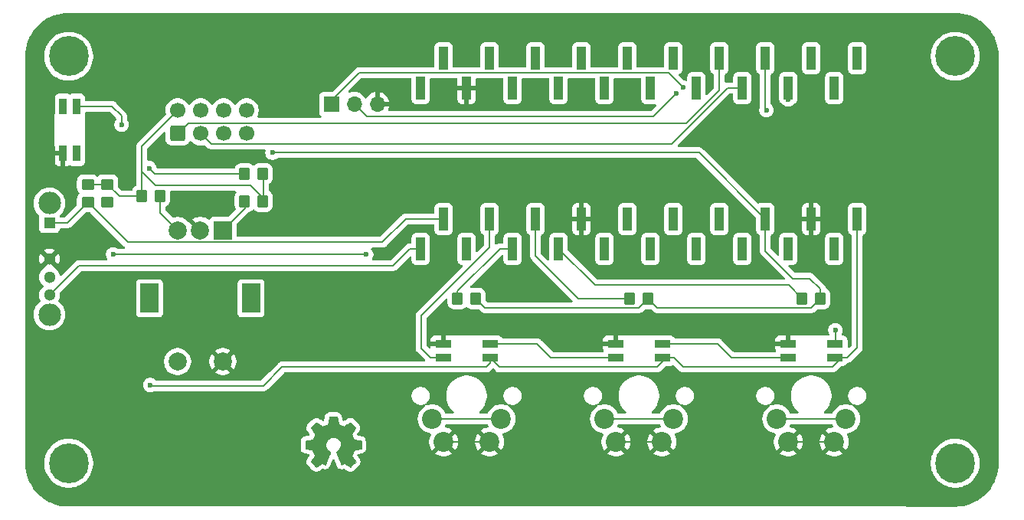
<source format=gbr>
%TF.GenerationSoftware,KiCad,Pcbnew,9.0.2*%
%TF.CreationDate,2025-07-08T15:37:37+02:00*%
%TF.ProjectId,MacroKeyPad,4d616372-6f4b-4657-9950-61642e6b6963,rev?*%
%TF.SameCoordinates,Original*%
%TF.FileFunction,Copper,L1,Top*%
%TF.FilePolarity,Positive*%
%FSLAX46Y46*%
G04 Gerber Fmt 4.6, Leading zero omitted, Abs format (unit mm)*
G04 Created by KiCad (PCBNEW 9.0.2) date 2025-07-08 15:37:37*
%MOMM*%
%LPD*%
G01*
G04 APERTURE LIST*
G04 Aperture macros list*
%AMRoundRect*
0 Rectangle with rounded corners*
0 $1 Rounding radius*
0 $2 $3 $4 $5 $6 $7 $8 $9 X,Y pos of 4 corners*
0 Add a 4 corners polygon primitive as box body*
4,1,4,$2,$3,$4,$5,$6,$7,$8,$9,$2,$3,0*
0 Add four circle primitives for the rounded corners*
1,1,$1+$1,$2,$3*
1,1,$1+$1,$4,$5*
1,1,$1+$1,$6,$7*
1,1,$1+$1,$8,$9*
0 Add four rect primitives between the rounded corners*
20,1,$1+$1,$2,$3,$4,$5,0*
20,1,$1+$1,$4,$5,$6,$7,0*
20,1,$1+$1,$6,$7,$8,$9,0*
20,1,$1+$1,$8,$9,$2,$3,0*%
G04 Aperture macros list end*
%TA.AperFunction,EtchedComponent*%
%ADD10C,0.010000*%
%TD*%
%TA.AperFunction,ComponentPad*%
%ADD11C,2.490000*%
%TD*%
%TA.AperFunction,ComponentPad*%
%ADD12C,1.300000*%
%TD*%
%TA.AperFunction,ComponentPad*%
%ADD13R,1.300000X1.300000*%
%TD*%
%TA.AperFunction,SMDPad,CuDef*%
%ADD14RoundRect,0.250000X0.350000X0.450000X-0.350000X0.450000X-0.350000X-0.450000X0.350000X-0.450000X0*%
%TD*%
%TA.AperFunction,SMDPad,CuDef*%
%ADD15RoundRect,0.250000X-0.350000X-0.450000X0.350000X-0.450000X0.350000X0.450000X-0.350000X0.450000X0*%
%TD*%
%TA.AperFunction,SMDPad,CuDef*%
%ADD16RoundRect,0.250000X0.450000X-0.350000X0.450000X0.350000X-0.450000X0.350000X-0.450000X-0.350000X0*%
%TD*%
%TA.AperFunction,ComponentPad*%
%ADD17RoundRect,0.250000X0.600000X-0.600000X0.600000X0.600000X-0.600000X0.600000X-0.600000X-0.600000X0*%
%TD*%
%TA.AperFunction,ComponentPad*%
%ADD18C,1.700000*%
%TD*%
%TA.AperFunction,ComponentPad*%
%ADD19C,2.200000*%
%TD*%
%TA.AperFunction,SMDPad,CuDef*%
%ADD20R,1.800000X0.820000*%
%TD*%
%TA.AperFunction,ComponentPad*%
%ADD21C,2.600000*%
%TD*%
%TA.AperFunction,ConnectorPad*%
%ADD22C,4.400000*%
%TD*%
%TA.AperFunction,SMDPad,CuDef*%
%ADD23R,0.820000X1.800000*%
%TD*%
%TA.AperFunction,ComponentPad*%
%ADD24R,1.700000X1.700000*%
%TD*%
%TA.AperFunction,ComponentPad*%
%ADD25O,1.700000X1.700000*%
%TD*%
%TA.AperFunction,ComponentPad*%
%ADD26R,2.000000X2.000000*%
%TD*%
%TA.AperFunction,ComponentPad*%
%ADD27C,2.000000*%
%TD*%
%TA.AperFunction,ComponentPad*%
%ADD28R,2.000000X3.200000*%
%TD*%
%TA.AperFunction,SMDPad,CuDef*%
%ADD29R,1.000000X2.510000*%
%TD*%
%TA.AperFunction,ViaPad*%
%ADD30C,0.600000*%
%TD*%
%TA.AperFunction,Conductor*%
%ADD31C,0.200000*%
%TD*%
G04 APERTURE END LIST*
D10*
%TO.C,REF\u002A\u002A*%
X145399878Y-96075622D02*
X145505612Y-96076201D01*
X145582132Y-96077768D01*
X145634372Y-96080818D01*
X145667263Y-96085842D01*
X145685737Y-96093335D01*
X145694727Y-96103790D01*
X145699163Y-96117699D01*
X145699594Y-96119500D01*
X145706333Y-96151991D01*
X145718808Y-96216098D01*
X145735719Y-96304997D01*
X145755771Y-96411865D01*
X145777664Y-96529879D01*
X145778429Y-96534024D01*
X145800359Y-96649677D01*
X145820877Y-96751860D01*
X145838659Y-96834444D01*
X145852381Y-96891302D01*
X145860718Y-96916304D01*
X145861116Y-96916747D01*
X145885677Y-96928956D01*
X145936315Y-96949302D01*
X146002095Y-96973391D01*
X146002461Y-96973520D01*
X146085317Y-97004664D01*
X146183000Y-97044337D01*
X146275077Y-97084227D01*
X146279434Y-97086199D01*
X146429407Y-97154266D01*
X146761498Y-96927485D01*
X146863374Y-96858350D01*
X146955657Y-96796543D01*
X147033003Y-96745579D01*
X147090064Y-96708973D01*
X147121495Y-96690240D01*
X147124479Y-96688850D01*
X147147321Y-96695036D01*
X147189982Y-96724881D01*
X147254128Y-96779793D01*
X147341421Y-96861180D01*
X147430535Y-96947768D01*
X147516441Y-97033093D01*
X147593327Y-97110954D01*
X147656564Y-97176543D01*
X147701523Y-97225051D01*
X147723576Y-97251671D01*
X147724396Y-97253041D01*
X147726834Y-97271309D01*
X147717650Y-97301141D01*
X147694574Y-97346567D01*
X147655337Y-97411616D01*
X147597670Y-97500316D01*
X147520795Y-97614503D01*
X147452570Y-97715008D01*
X147391582Y-97805149D01*
X147341356Y-97879695D01*
X147305416Y-97933411D01*
X147287287Y-97961064D01*
X147286146Y-97962941D01*
X147288359Y-97989436D01*
X147305138Y-98040932D01*
X147333142Y-98107697D01*
X147343122Y-98129018D01*
X147386672Y-98224005D01*
X147433134Y-98331783D01*
X147470877Y-98425038D01*
X147498073Y-98494252D01*
X147519675Y-98546852D01*
X147532158Y-98574343D01*
X147533709Y-98576462D01*
X147556668Y-98579970D01*
X147610786Y-98589584D01*
X147688868Y-98603935D01*
X147783719Y-98621653D01*
X147888143Y-98641371D01*
X147994944Y-98661720D01*
X148096926Y-98681332D01*
X148186894Y-98698837D01*
X148257653Y-98712868D01*
X148302006Y-98722055D01*
X148312885Y-98724653D01*
X148324122Y-98731064D01*
X148332605Y-98745543D01*
X148338714Y-98772979D01*
X148342832Y-98818257D01*
X148345341Y-98886266D01*
X148346621Y-98981893D01*
X148347054Y-99110026D01*
X148347077Y-99162547D01*
X148347077Y-99589691D01*
X148244500Y-99609937D01*
X148187431Y-99620916D01*
X148102269Y-99636941D01*
X147999372Y-99656079D01*
X147889096Y-99676397D01*
X147858615Y-99681978D01*
X147756855Y-99701763D01*
X147668205Y-99721219D01*
X147600108Y-99738543D01*
X147560004Y-99751934D01*
X147553323Y-99755925D01*
X147536919Y-99784188D01*
X147513399Y-99838955D01*
X147487316Y-99909434D01*
X147482142Y-99924615D01*
X147447956Y-100018742D01*
X147405523Y-100124947D01*
X147363997Y-100220319D01*
X147363792Y-100220762D01*
X147294640Y-100370371D01*
X147749512Y-101039463D01*
X147457500Y-101331962D01*
X147369180Y-101419016D01*
X147288625Y-101495755D01*
X147220360Y-101558083D01*
X147168908Y-101601902D01*
X147138794Y-101623116D01*
X147134474Y-101624462D01*
X147109111Y-101613862D01*
X147057358Y-101584393D01*
X146984868Y-101539551D01*
X146897294Y-101482830D01*
X146802612Y-101419308D01*
X146706516Y-101354514D01*
X146620837Y-101298133D01*
X146551016Y-101253634D01*
X146502494Y-101224485D01*
X146480782Y-101214154D01*
X146454293Y-101222896D01*
X146404062Y-101245933D01*
X146340451Y-101278477D01*
X146333708Y-101282095D01*
X146248046Y-101325056D01*
X146189306Y-101346125D01*
X146152772Y-101346349D01*
X146133731Y-101326774D01*
X146133620Y-101326500D01*
X146124102Y-101303318D01*
X146101403Y-101248287D01*
X146067282Y-101165668D01*
X146023500Y-101059718D01*
X145971816Y-100934698D01*
X145913992Y-100794866D01*
X145857991Y-100659483D01*
X145796447Y-100510080D01*
X145739939Y-100371678D01*
X145690161Y-100248519D01*
X145648806Y-100144848D01*
X145617568Y-100064905D01*
X145598141Y-100012934D01*
X145592154Y-99993538D01*
X145607168Y-99971289D01*
X145646439Y-99935828D01*
X145698807Y-99896733D01*
X145847941Y-99773091D01*
X145964511Y-99631368D01*
X146047118Y-99474550D01*
X146094366Y-99305621D01*
X146104857Y-99127568D01*
X146097231Y-99045385D01*
X146055682Y-98874877D01*
X145984123Y-98724305D01*
X145886995Y-98595155D01*
X145768734Y-98488910D01*
X145633780Y-98407056D01*
X145486571Y-98351078D01*
X145331544Y-98322461D01*
X145173139Y-98322690D01*
X145015794Y-98353251D01*
X144863946Y-98415628D01*
X144722035Y-98511306D01*
X144662803Y-98565418D01*
X144549203Y-98704366D01*
X144470106Y-98856207D01*
X144424986Y-99016513D01*
X144413316Y-99180858D01*
X144434569Y-99344817D01*
X144488220Y-99503964D01*
X144573740Y-99653871D01*
X144690605Y-99790113D01*
X144821193Y-99896733D01*
X144875588Y-99937488D01*
X144914014Y-99972564D01*
X144927846Y-99993572D01*
X144920603Y-100016481D01*
X144900005Y-100071211D01*
X144867746Y-100153518D01*
X144825521Y-100259161D01*
X144775023Y-100383896D01*
X144717948Y-100523482D01*
X144661854Y-100659516D01*
X144599967Y-100809047D01*
X144542644Y-100947613D01*
X144491644Y-101070953D01*
X144448727Y-101174810D01*
X144415653Y-101254926D01*
X144394181Y-101307041D01*
X144386225Y-101326500D01*
X144367429Y-101346269D01*
X144331074Y-101346211D01*
X144272479Y-101325287D01*
X144186968Y-101282459D01*
X144186292Y-101282095D01*
X144121907Y-101248858D01*
X144069861Y-101224648D01*
X144040512Y-101214250D01*
X144039217Y-101214154D01*
X144017124Y-101224701D01*
X143968348Y-101254030D01*
X143898331Y-101298673D01*
X143812514Y-101355160D01*
X143717388Y-101419308D01*
X143620540Y-101484257D01*
X143533253Y-101540742D01*
X143461181Y-101585267D01*
X143409977Y-101614336D01*
X143385526Y-101624462D01*
X143363010Y-101611153D01*
X143317742Y-101573958D01*
X143254244Y-101516974D01*
X143177039Y-101444295D01*
X143090651Y-101360017D01*
X143062399Y-101331862D01*
X142770287Y-101039262D01*
X142992631Y-100712950D01*
X143060202Y-100612743D01*
X143119507Y-100522809D01*
X143167217Y-100448356D01*
X143200007Y-100394597D01*
X143214548Y-100366740D01*
X143214974Y-100364758D01*
X143207308Y-100338501D01*
X143186689Y-100285683D01*
X143156685Y-100215156D01*
X143135625Y-100167939D01*
X143096248Y-100077540D01*
X143059165Y-99986212D01*
X143030415Y-99909046D01*
X143022605Y-99885538D01*
X143000417Y-99822762D01*
X142978727Y-99774257D01*
X142966813Y-99755925D01*
X142940523Y-99744705D01*
X142883142Y-99728800D01*
X142802118Y-99710013D01*
X142704895Y-99690145D01*
X142661385Y-99681978D01*
X142550896Y-99661675D01*
X142444916Y-99642016D01*
X142353801Y-99624934D01*
X142287908Y-99612364D01*
X142275500Y-99609937D01*
X142172923Y-99589691D01*
X142172923Y-99162547D01*
X142173153Y-99022092D01*
X142174099Y-98915825D01*
X142176141Y-98838859D01*
X142179662Y-98786306D01*
X142185043Y-98753279D01*
X142192666Y-98734891D01*
X142202912Y-98726254D01*
X142207115Y-98724653D01*
X142232470Y-98718973D01*
X142288484Y-98707641D01*
X142367964Y-98692025D01*
X142463712Y-98673493D01*
X142568533Y-98653415D01*
X142675232Y-98633158D01*
X142776613Y-98614092D01*
X142865479Y-98597585D01*
X142934637Y-98585005D01*
X142976889Y-98577721D01*
X142986290Y-98576462D01*
X142994807Y-98559609D01*
X143013660Y-98514716D01*
X143039324Y-98450276D01*
X143049123Y-98425038D01*
X143088648Y-98327532D01*
X143135192Y-98219805D01*
X143176877Y-98129018D01*
X143207550Y-98059599D01*
X143227956Y-98002556D01*
X143234768Y-97967623D01*
X143233682Y-97962941D01*
X143219285Y-97940837D01*
X143186412Y-97891677D01*
X143138590Y-97820694D01*
X143079348Y-97733124D01*
X143012215Y-97634203D01*
X142998941Y-97614676D01*
X142921046Y-97498986D01*
X142863787Y-97410890D01*
X142824881Y-97346332D01*
X142802044Y-97301257D01*
X142792994Y-97271609D01*
X142795448Y-97253331D01*
X142795511Y-97253215D01*
X142814827Y-97229207D01*
X142857551Y-97182793D01*
X142919051Y-97118783D01*
X142994698Y-97041991D01*
X143079861Y-96957228D01*
X143089465Y-96947768D01*
X143196790Y-96843835D01*
X143279615Y-96767521D01*
X143339605Y-96717417D01*
X143378423Y-96692116D01*
X143395520Y-96688850D01*
X143420473Y-96703096D01*
X143472255Y-96736002D01*
X143545520Y-96784054D01*
X143634920Y-96843736D01*
X143735111Y-96911534D01*
X143758501Y-96927485D01*
X144090593Y-97154266D01*
X144240565Y-97086199D01*
X144331770Y-97046531D01*
X144429669Y-97006637D01*
X144513831Y-96974829D01*
X144517538Y-96973520D01*
X144583369Y-96949422D01*
X144634116Y-96929046D01*
X144658842Y-96916782D01*
X144658884Y-96916747D01*
X144666729Y-96894580D01*
X144680066Y-96840063D01*
X144697570Y-96759326D01*
X144717917Y-96658496D01*
X144739782Y-96543702D01*
X144741571Y-96534024D01*
X144763504Y-96415750D01*
X144783640Y-96308388D01*
X144800680Y-96218763D01*
X144813328Y-96153697D01*
X144820284Y-96120014D01*
X144820406Y-96119500D01*
X144824639Y-96105171D01*
X144832871Y-96094353D01*
X144850033Y-96086552D01*
X144881058Y-96081275D01*
X144930878Y-96078028D01*
X145004424Y-96076318D01*
X145106629Y-96075653D01*
X145242425Y-96075539D01*
X145260000Y-96075538D01*
X145399878Y-96075622D01*
%TA.AperFunction,EtchedComponent*%
G36*
X145399878Y-96075622D02*
G01*
X145505612Y-96076201D01*
X145582132Y-96077768D01*
X145634372Y-96080818D01*
X145667263Y-96085842D01*
X145685737Y-96093335D01*
X145694727Y-96103790D01*
X145699163Y-96117699D01*
X145699594Y-96119500D01*
X145706333Y-96151991D01*
X145718808Y-96216098D01*
X145735719Y-96304997D01*
X145755771Y-96411865D01*
X145777664Y-96529879D01*
X145778429Y-96534024D01*
X145800359Y-96649677D01*
X145820877Y-96751860D01*
X145838659Y-96834444D01*
X145852381Y-96891302D01*
X145860718Y-96916304D01*
X145861116Y-96916747D01*
X145885677Y-96928956D01*
X145936315Y-96949302D01*
X146002095Y-96973391D01*
X146002461Y-96973520D01*
X146085317Y-97004664D01*
X146183000Y-97044337D01*
X146275077Y-97084227D01*
X146279434Y-97086199D01*
X146429407Y-97154266D01*
X146761498Y-96927485D01*
X146863374Y-96858350D01*
X146955657Y-96796543D01*
X147033003Y-96745579D01*
X147090064Y-96708973D01*
X147121495Y-96690240D01*
X147124479Y-96688850D01*
X147147321Y-96695036D01*
X147189982Y-96724881D01*
X147254128Y-96779793D01*
X147341421Y-96861180D01*
X147430535Y-96947768D01*
X147516441Y-97033093D01*
X147593327Y-97110954D01*
X147656564Y-97176543D01*
X147701523Y-97225051D01*
X147723576Y-97251671D01*
X147724396Y-97253041D01*
X147726834Y-97271309D01*
X147717650Y-97301141D01*
X147694574Y-97346567D01*
X147655337Y-97411616D01*
X147597670Y-97500316D01*
X147520795Y-97614503D01*
X147452570Y-97715008D01*
X147391582Y-97805149D01*
X147341356Y-97879695D01*
X147305416Y-97933411D01*
X147287287Y-97961064D01*
X147286146Y-97962941D01*
X147288359Y-97989436D01*
X147305138Y-98040932D01*
X147333142Y-98107697D01*
X147343122Y-98129018D01*
X147386672Y-98224005D01*
X147433134Y-98331783D01*
X147470877Y-98425038D01*
X147498073Y-98494252D01*
X147519675Y-98546852D01*
X147532158Y-98574343D01*
X147533709Y-98576462D01*
X147556668Y-98579970D01*
X147610786Y-98589584D01*
X147688868Y-98603935D01*
X147783719Y-98621653D01*
X147888143Y-98641371D01*
X147994944Y-98661720D01*
X148096926Y-98681332D01*
X148186894Y-98698837D01*
X148257653Y-98712868D01*
X148302006Y-98722055D01*
X148312885Y-98724653D01*
X148324122Y-98731064D01*
X148332605Y-98745543D01*
X148338714Y-98772979D01*
X148342832Y-98818257D01*
X148345341Y-98886266D01*
X148346621Y-98981893D01*
X148347054Y-99110026D01*
X148347077Y-99162547D01*
X148347077Y-99589691D01*
X148244500Y-99609937D01*
X148187431Y-99620916D01*
X148102269Y-99636941D01*
X147999372Y-99656079D01*
X147889096Y-99676397D01*
X147858615Y-99681978D01*
X147756855Y-99701763D01*
X147668205Y-99721219D01*
X147600108Y-99738543D01*
X147560004Y-99751934D01*
X147553323Y-99755925D01*
X147536919Y-99784188D01*
X147513399Y-99838955D01*
X147487316Y-99909434D01*
X147482142Y-99924615D01*
X147447956Y-100018742D01*
X147405523Y-100124947D01*
X147363997Y-100220319D01*
X147363792Y-100220762D01*
X147294640Y-100370371D01*
X147749512Y-101039463D01*
X147457500Y-101331962D01*
X147369180Y-101419016D01*
X147288625Y-101495755D01*
X147220360Y-101558083D01*
X147168908Y-101601902D01*
X147138794Y-101623116D01*
X147134474Y-101624462D01*
X147109111Y-101613862D01*
X147057358Y-101584393D01*
X146984868Y-101539551D01*
X146897294Y-101482830D01*
X146802612Y-101419308D01*
X146706516Y-101354514D01*
X146620837Y-101298133D01*
X146551016Y-101253634D01*
X146502494Y-101224485D01*
X146480782Y-101214154D01*
X146454293Y-101222896D01*
X146404062Y-101245933D01*
X146340451Y-101278477D01*
X146333708Y-101282095D01*
X146248046Y-101325056D01*
X146189306Y-101346125D01*
X146152772Y-101346349D01*
X146133731Y-101326774D01*
X146133620Y-101326500D01*
X146124102Y-101303318D01*
X146101403Y-101248287D01*
X146067282Y-101165668D01*
X146023500Y-101059718D01*
X145971816Y-100934698D01*
X145913992Y-100794866D01*
X145857991Y-100659483D01*
X145796447Y-100510080D01*
X145739939Y-100371678D01*
X145690161Y-100248519D01*
X145648806Y-100144848D01*
X145617568Y-100064905D01*
X145598141Y-100012934D01*
X145592154Y-99993538D01*
X145607168Y-99971289D01*
X145646439Y-99935828D01*
X145698807Y-99896733D01*
X145847941Y-99773091D01*
X145964511Y-99631368D01*
X146047118Y-99474550D01*
X146094366Y-99305621D01*
X146104857Y-99127568D01*
X146097231Y-99045385D01*
X146055682Y-98874877D01*
X145984123Y-98724305D01*
X145886995Y-98595155D01*
X145768734Y-98488910D01*
X145633780Y-98407056D01*
X145486571Y-98351078D01*
X145331544Y-98322461D01*
X145173139Y-98322690D01*
X145015794Y-98353251D01*
X144863946Y-98415628D01*
X144722035Y-98511306D01*
X144662803Y-98565418D01*
X144549203Y-98704366D01*
X144470106Y-98856207D01*
X144424986Y-99016513D01*
X144413316Y-99180858D01*
X144434569Y-99344817D01*
X144488220Y-99503964D01*
X144573740Y-99653871D01*
X144690605Y-99790113D01*
X144821193Y-99896733D01*
X144875588Y-99937488D01*
X144914014Y-99972564D01*
X144927846Y-99993572D01*
X144920603Y-100016481D01*
X144900005Y-100071211D01*
X144867746Y-100153518D01*
X144825521Y-100259161D01*
X144775023Y-100383896D01*
X144717948Y-100523482D01*
X144661854Y-100659516D01*
X144599967Y-100809047D01*
X144542644Y-100947613D01*
X144491644Y-101070953D01*
X144448727Y-101174810D01*
X144415653Y-101254926D01*
X144394181Y-101307041D01*
X144386225Y-101326500D01*
X144367429Y-101346269D01*
X144331074Y-101346211D01*
X144272479Y-101325287D01*
X144186968Y-101282459D01*
X144186292Y-101282095D01*
X144121907Y-101248858D01*
X144069861Y-101224648D01*
X144040512Y-101214250D01*
X144039217Y-101214154D01*
X144017124Y-101224701D01*
X143968348Y-101254030D01*
X143898331Y-101298673D01*
X143812514Y-101355160D01*
X143717388Y-101419308D01*
X143620540Y-101484257D01*
X143533253Y-101540742D01*
X143461181Y-101585267D01*
X143409977Y-101614336D01*
X143385526Y-101624462D01*
X143363010Y-101611153D01*
X143317742Y-101573958D01*
X143254244Y-101516974D01*
X143177039Y-101444295D01*
X143090651Y-101360017D01*
X143062399Y-101331862D01*
X142770287Y-101039262D01*
X142992631Y-100712950D01*
X143060202Y-100612743D01*
X143119507Y-100522809D01*
X143167217Y-100448356D01*
X143200007Y-100394597D01*
X143214548Y-100366740D01*
X143214974Y-100364758D01*
X143207308Y-100338501D01*
X143186689Y-100285683D01*
X143156685Y-100215156D01*
X143135625Y-100167939D01*
X143096248Y-100077540D01*
X143059165Y-99986212D01*
X143030415Y-99909046D01*
X143022605Y-99885538D01*
X143000417Y-99822762D01*
X142978727Y-99774257D01*
X142966813Y-99755925D01*
X142940523Y-99744705D01*
X142883142Y-99728800D01*
X142802118Y-99710013D01*
X142704895Y-99690145D01*
X142661385Y-99681978D01*
X142550896Y-99661675D01*
X142444916Y-99642016D01*
X142353801Y-99624934D01*
X142287908Y-99612364D01*
X142275500Y-99609937D01*
X142172923Y-99589691D01*
X142172923Y-99162547D01*
X142173153Y-99022092D01*
X142174099Y-98915825D01*
X142176141Y-98838859D01*
X142179662Y-98786306D01*
X142185043Y-98753279D01*
X142192666Y-98734891D01*
X142202912Y-98726254D01*
X142207115Y-98724653D01*
X142232470Y-98718973D01*
X142288484Y-98707641D01*
X142367964Y-98692025D01*
X142463712Y-98673493D01*
X142568533Y-98653415D01*
X142675232Y-98633158D01*
X142776613Y-98614092D01*
X142865479Y-98597585D01*
X142934637Y-98585005D01*
X142976889Y-98577721D01*
X142986290Y-98576462D01*
X142994807Y-98559609D01*
X143013660Y-98514716D01*
X143039324Y-98450276D01*
X143049123Y-98425038D01*
X143088648Y-98327532D01*
X143135192Y-98219805D01*
X143176877Y-98129018D01*
X143207550Y-98059599D01*
X143227956Y-98002556D01*
X143234768Y-97967623D01*
X143233682Y-97962941D01*
X143219285Y-97940837D01*
X143186412Y-97891677D01*
X143138590Y-97820694D01*
X143079348Y-97733124D01*
X143012215Y-97634203D01*
X142998941Y-97614676D01*
X142921046Y-97498986D01*
X142863787Y-97410890D01*
X142824881Y-97346332D01*
X142802044Y-97301257D01*
X142792994Y-97271609D01*
X142795448Y-97253331D01*
X142795511Y-97253215D01*
X142814827Y-97229207D01*
X142857551Y-97182793D01*
X142919051Y-97118783D01*
X142994698Y-97041991D01*
X143079861Y-96957228D01*
X143089465Y-96947768D01*
X143196790Y-96843835D01*
X143279615Y-96767521D01*
X143339605Y-96717417D01*
X143378423Y-96692116D01*
X143395520Y-96688850D01*
X143420473Y-96703096D01*
X143472255Y-96736002D01*
X143545520Y-96784054D01*
X143634920Y-96843736D01*
X143735111Y-96911534D01*
X143758501Y-96927485D01*
X144090593Y-97154266D01*
X144240565Y-97086199D01*
X144331770Y-97046531D01*
X144429669Y-97006637D01*
X144513831Y-96974829D01*
X144517538Y-96973520D01*
X144583369Y-96949422D01*
X144634116Y-96929046D01*
X144658842Y-96916782D01*
X144658884Y-96916747D01*
X144666729Y-96894580D01*
X144680066Y-96840063D01*
X144697570Y-96759326D01*
X144717917Y-96658496D01*
X144739782Y-96543702D01*
X144741571Y-96534024D01*
X144763504Y-96415750D01*
X144783640Y-96308388D01*
X144800680Y-96218763D01*
X144813328Y-96153697D01*
X144820284Y-96120014D01*
X144820406Y-96119500D01*
X144824639Y-96105171D01*
X144832871Y-96094353D01*
X144850033Y-96086552D01*
X144881058Y-96081275D01*
X144930878Y-96078028D01*
X145004424Y-96076318D01*
X145106629Y-96075653D01*
X145242425Y-96075539D01*
X145260000Y-96075538D01*
X145399878Y-96075622D01*
G37*
%TD.AperFunction*%
%TD*%
D11*
%TO.P,J3,MH2,MH2*%
%TO.N,unconnected-(J3-PadMH2)*%
X113880000Y-84770000D03*
%TO.P,J3,MH1,MH1*%
%TO.N,unconnected-(J3-PadMH1)*%
X113880000Y-72470000D03*
D12*
%TO.P,J3,4,4*%
%TO.N,Net-(U1-GPIO16)*%
X113880000Y-82620000D03*
%TO.P,J3,3,3*%
%TO.N,unconnected-(J3-Pad3)*%
X113880000Y-80620000D03*
%TO.P,J3,2,2*%
%TO.N,GND*%
X113880000Y-78620000D03*
D13*
%TO.P,J3,1,1*%
%TO.N,Net-(U1-GPIO17)*%
X113880000Y-74620000D03*
%TD*%
D14*
%TO.P,R4,1*%
%TO.N,+3.3V*%
X180050000Y-83000000D03*
%TO.P,R4,2*%
%TO.N,Net-(SW3-SW1)*%
X178050000Y-83000000D03*
%TD*%
%TO.P,R5,1*%
%TO.N,+3.3V*%
X199100000Y-83000000D03*
%TO.P,R5,2*%
%TO.N,Net-(SW4-SW1)*%
X197100000Y-83000000D03*
%TD*%
D15*
%TO.P,R2,1*%
%TO.N,+3.3V*%
X124110000Y-71660000D03*
%TO.P,R2,2*%
%TO.N,Net-(U1-GPIO14)*%
X126110000Y-71660000D03*
%TD*%
D16*
%TO.P,R7,1*%
%TO.N,Net-(U1-GPIO17)*%
X118120000Y-72360000D03*
%TO.P,R7,2*%
%TO.N,+3.3V*%
X118120000Y-70360000D03*
%TD*%
D17*
%TO.P,J1,1,Pin_1*%
%TO.N,Net-(J1-Pin_1)*%
X128050000Y-64740500D03*
D18*
%TO.P,J1,2,Pin_2*%
%TO.N,+3.3V*%
X128050000Y-62200500D03*
%TO.P,J1,3,Pin_3*%
%TO.N,Net-(J1-Pin_3)*%
X130590000Y-64740500D03*
%TO.P,J1,4,Pin_4*%
%TO.N,unconnected-(J1-Pin_4-Pad4)*%
X130590000Y-62200500D03*
%TO.P,J1,5,Pin_5*%
%TO.N,unconnected-(J1-Pin_5-Pad5)*%
X133130000Y-64740500D03*
%TO.P,J1,6,Pin_6*%
%TO.N,Net-(J1-Pin_6)*%
X133130000Y-62200500D03*
%TO.P,J1,7,Pin_7*%
%TO.N,GND*%
X135670000Y-64740500D03*
%TO.P,J1,8,Pin_8*%
%TO.N,Net-(J1-Pin_8)*%
X135670000Y-62200500D03*
%TD*%
D19*
%TO.P,SW3,1,SW1*%
%TO.N,Net-(SW3-SW1)*%
X182860000Y-96300000D03*
X175240000Y-96300000D03*
%TO.P,SW3,2,SW2*%
%TO.N,GND*%
X181590000Y-98840000D03*
X176510000Y-98840000D03*
D20*
%TO.P,SW3,3,VDD*%
%TO.N,VBUS*%
X181650000Y-89510000D03*
%TO.P,SW3,4,DOUT*%
%TO.N,Net-(SW3-DOUT)*%
X181650000Y-88010000D03*
%TO.P,SW3,5,GND*%
%TO.N,GND*%
X176450000Y-88010000D03*
%TO.P,SW3,6,DIN*%
%TO.N,Net-(SW1-DOUT)*%
X176450000Y-89510000D03*
%TD*%
D19*
%TO.P,SW1,1,SW1*%
%TO.N,Net-(SW1-SW1)*%
X163810000Y-96300000D03*
X156190000Y-96300000D03*
%TO.P,SW1,2,SW2*%
%TO.N,GND*%
X162540000Y-98840000D03*
X157460000Y-98840000D03*
D20*
%TO.P,SW1,3,VDD*%
%TO.N,VBUS*%
X162600000Y-89510000D03*
%TO.P,SW1,4,DOUT*%
%TO.N,Net-(SW1-DOUT)*%
X162600000Y-88010000D03*
%TO.P,SW1,5,GND*%
%TO.N,GND*%
X157400000Y-88010000D03*
%TO.P,SW1,6,DIN*%
%TO.N,Net-(SW1-DIN)*%
X157400000Y-89510000D03*
%TD*%
D14*
%TO.P,R8,1*%
%TO.N,+3.3V*%
X137460000Y-69220000D03*
%TO.P,R8,2*%
%TO.N,Net-(U1-GPIO13)*%
X135460000Y-69220000D03*
%TD*%
D16*
%TO.P,R6,1*%
%TO.N,Net-(U1-GPIO16)*%
X120290000Y-72360000D03*
%TO.P,R6,2*%
%TO.N,+3.3V*%
X120290000Y-70360000D03*
%TD*%
D21*
%TO.P,REF\u002A\u002A,1*%
%TO.N,N/C*%
X214010000Y-56210000D03*
D22*
X214010000Y-56210000D03*
%TD*%
D23*
%TO.P,D2,1,VDD*%
%TO.N,VBUS*%
X116890000Y-61750000D03*
%TO.P,D2,2,DOUT*%
%TO.N,unconnected-(D2-DOUT-Pad2)*%
X115390000Y-61750000D03*
%TO.P,D2,3,GND*%
%TO.N,GND*%
X115390000Y-66950000D03*
%TO.P,D2,4,DIN*%
%TO.N,Net-(D2-DIN)*%
X116890000Y-66950000D03*
%TD*%
D24*
%TO.P,J2,1,Pin_1*%
%TO.N,Net-(J2-Pin_1)*%
X145040000Y-61510000D03*
D25*
%TO.P,J2,2,Pin_2*%
%TO.N,Net-(J2-Pin_2)*%
X147580000Y-61510000D03*
%TO.P,J2,3,Pin_3*%
%TO.N,GND*%
X150120000Y-61510000D03*
%TD*%
D21*
%TO.P,REF\u002A\u002A,1*%
%TO.N,N/C*%
X116010000Y-56210000D03*
D22*
X116010000Y-56210000D03*
%TD*%
D21*
%TO.P,REF\u002A\u002A,1*%
%TO.N,N/C*%
X214010000Y-101210000D03*
D22*
X214010000Y-101210000D03*
%TD*%
D14*
%TO.P,R3,1*%
%TO.N,+3.3V*%
X137460000Y-72220000D03*
%TO.P,R3,2*%
%TO.N,Net-(U1-GPIO12)*%
X135460000Y-72220000D03*
%TD*%
D21*
%TO.P,REF\u002A\u002A,1*%
%TO.N,N/C*%
X116010000Y-101210000D03*
D22*
X116010000Y-101210000D03*
%TD*%
D26*
%TO.P,SW2,A,A*%
%TO.N,Net-(U1-GPIO12)*%
X133050000Y-75460000D03*
D27*
%TO.P,SW2,B,B*%
%TO.N,Net-(U1-GPIO14)*%
X128050000Y-75460000D03*
%TO.P,SW2,C,C*%
%TO.N,GND*%
X130550000Y-75460000D03*
D28*
%TO.P,SW2,MP*%
%TO.N,N/C*%
X136150000Y-82960000D03*
X124950000Y-82960000D03*
D27*
%TO.P,SW2,S1,S1*%
%TO.N,Net-(U1-GPIO13)*%
X128050000Y-89960000D03*
%TO.P,SW2,S2,S2*%
%TO.N,GND*%
X133050000Y-89960000D03*
%TD*%
D14*
%TO.P,R1,1*%
%TO.N,+3.3V*%
X161000000Y-83000000D03*
%TO.P,R1,2*%
%TO.N,Net-(SW1-SW1)*%
X159000000Y-83000000D03*
%TD*%
D29*
%TO.P,U1,1,GPIO0*%
%TO.N,Net-(J2-Pin_2)*%
X203180000Y-56415000D03*
%TO.P,U1,2,GPIO1*%
%TO.N,Net-(J2-Pin_1)*%
X200640000Y-59725000D03*
%TO.P,U1,3,GND*%
%TO.N,unconnected-(U1-GND-Pad3)*%
X198100000Y-56415000D03*
%TO.P,U1,4,GPIO2*%
%TO.N,Net-(J1-Pin_6)*%
X195560000Y-59725000D03*
%TO.P,U1,5,GPIO3*%
%TO.N,Net-(J1-Pin_8)*%
X193020000Y-56415000D03*
%TO.P,U1,6,GPIO4*%
%TO.N,Net-(J1-Pin_3)*%
X190480000Y-59725000D03*
%TO.P,U1,7,GPIO5*%
%TO.N,Net-(J1-Pin_1)*%
X187940000Y-56415000D03*
%TO.P,U1,8,GND*%
%TO.N,unconnected-(U1-GND-Pad8)*%
X185400000Y-59725000D03*
%TO.P,U1,9,GPIO6*%
%TO.N,unconnected-(U1-GPIO6-Pad9)*%
X182860000Y-56415000D03*
%TO.P,U1,10,GPIO7*%
%TO.N,unconnected-(U1-GPIO7-Pad10)*%
X180320000Y-59725000D03*
%TO.P,U1,11,GPIO8*%
%TO.N,unconnected-(U1-GPIO8-Pad11)*%
X177780000Y-56415000D03*
%TO.P,U1,12,GPIO9*%
%TO.N,unconnected-(U1-GPIO9-Pad12)*%
X175240000Y-59725000D03*
%TO.P,U1,13,GND*%
%TO.N,unconnected-(U1-GND-Pad13)*%
X172700000Y-56415000D03*
%TO.P,U1,14,GPIO10*%
%TO.N,unconnected-(U1-GPIO10-Pad14)*%
X170160000Y-59725000D03*
%TO.P,U1,15,GPIO11*%
%TO.N,unconnected-(U1-GPIO11-Pad15)*%
X167620000Y-56415000D03*
%TO.P,U1,16,GPIO12*%
%TO.N,Net-(U1-GPIO12)*%
X165080000Y-59725000D03*
%TO.P,U1,17,GPIO13*%
%TO.N,Net-(U1-GPIO13)*%
X162540000Y-56415000D03*
%TO.P,U1,18,GND*%
%TO.N,GND*%
X160000000Y-59725000D03*
%TO.P,U1,19,GPIO14*%
%TO.N,Net-(U1-GPIO14)*%
X157460000Y-56415000D03*
%TO.P,U1,20,GPIO15*%
%TO.N,unconnected-(U1-GPIO15-Pad20)*%
X154920000Y-59725000D03*
%TO.P,U1,21,GPIO16*%
%TO.N,Net-(U1-GPIO16)*%
X154920000Y-77505000D03*
%TO.P,U1,22,GPIO17*%
%TO.N,Net-(U1-GPIO17)*%
X157460000Y-74195000D03*
%TO.P,U1,23,GND*%
%TO.N,unconnected-(U1-GND-Pad23)*%
X160000000Y-77505000D03*
%TO.P,U1,24,GPIO18*%
%TO.N,Net-(SW1-DIN)*%
X162540000Y-74195000D03*
%TO.P,U1,25,GPIO19*%
%TO.N,Net-(SW1-SW1)*%
X165080000Y-77505000D03*
%TO.P,U1,26,GPIO20*%
%TO.N,Net-(SW3-SW1)*%
X167620000Y-74195000D03*
%TO.P,U1,27,GPIO21*%
%TO.N,Net-(SW4-SW1)*%
X170160000Y-77505000D03*
%TO.P,U1,28,GND*%
%TO.N,GND*%
X172700000Y-74195000D03*
%TO.P,U1,29,GPIO22*%
%TO.N,unconnected-(U1-GPIO22-Pad29)*%
X175240000Y-77505000D03*
%TO.P,U1,30,RUN*%
%TO.N,unconnected-(U1-RUN-Pad30)*%
X177780000Y-74195000D03*
%TO.P,U1,31,GPIO26_ADC0*%
%TO.N,unconnected-(U1-GPIO26_ADC0-Pad31)*%
X180320000Y-77505000D03*
%TO.P,U1,32,GPIO27_ADC1*%
%TO.N,unconnected-(U1-GPIO27_ADC1-Pad32)*%
X182860000Y-74195000D03*
%TO.P,U1,33,AGND*%
%TO.N,unconnected-(U1-AGND-Pad33)*%
X185400000Y-77505000D03*
%TO.P,U1,34,GPIO28_ADC2*%
%TO.N,unconnected-(U1-GPIO28_ADC2-Pad34)*%
X187940000Y-74195000D03*
%TO.P,U1,35,ADC_VREF*%
%TO.N,unconnected-(U1-ADC_VREF-Pad35)*%
X190480000Y-77505000D03*
%TO.P,U1,36,3V3*%
%TO.N,+3.3V*%
X193020000Y-74195000D03*
%TO.P,U1,37,3V3_EN*%
%TO.N,unconnected-(U1-3V3_EN-Pad37)*%
X195560000Y-77505000D03*
%TO.P,U1,38,GND*%
%TO.N,GND*%
X198100000Y-74195000D03*
%TO.P,U1,39,VSYS*%
%TO.N,unconnected-(U1-VSYS-Pad39)*%
X200640000Y-77505000D03*
%TO.P,U1,40,VBUS*%
%TO.N,VBUS*%
X203180000Y-74195000D03*
%TD*%
D19*
%TO.P,SW4,1,SW1*%
%TO.N,Net-(SW4-SW1)*%
X201910000Y-96300000D03*
X194290000Y-96300000D03*
%TO.P,SW4,2,SW2*%
%TO.N,GND*%
X200640000Y-98840000D03*
X195560000Y-98840000D03*
D20*
%TO.P,SW4,3,VDD*%
%TO.N,VBUS*%
X200700000Y-89510000D03*
%TO.P,SW4,4,DOUT*%
%TO.N,Net-(D2-DIN)*%
X200700000Y-88010000D03*
%TO.P,SW4,5,GND*%
%TO.N,GND*%
X195500000Y-88010000D03*
%TO.P,SW4,6,DIN*%
%TO.N,Net-(SW3-DOUT)*%
X195500000Y-89510000D03*
%TD*%
D30*
%TO.N,VBUS*%
X121860000Y-63770000D03*
X125030000Y-92550000D03*
%TO.N,GND*%
X135420000Y-67620000D03*
X167610000Y-59610000D03*
X160030000Y-59740000D03*
%TO.N,Net-(J1-Pin_8)*%
X193140000Y-62160000D03*
%TO.N,+3.3V*%
X138540000Y-66860000D03*
%TO.N,Net-(J1-Pin_6)*%
X195560000Y-60991000D03*
%TO.N,Net-(J2-Pin_2)*%
X183170000Y-60310235D03*
X203180000Y-56415000D03*
%TO.N,Net-(J2-Pin_1)*%
X183930000Y-59670000D03*
X183930000Y-59670000D03*
X200640000Y-59710235D03*
%TO.N,Net-(U1-GPIO14)*%
X157460000Y-57118000D03*
%TO.N,Net-(U1-GPIO12)*%
X165080000Y-59725000D03*
%TO.N,Net-(SW4-SW1)*%
X197100000Y-83000000D03*
%TO.N,Net-(U1-GPIO13)*%
X162540000Y-56415000D03*
X124900000Y-68580000D03*
%TO.N,Net-(SW1-SW1)*%
X159000000Y-83000000D03*
%TO.N,Net-(SW3-SW1)*%
X178050000Y-83000000D03*
%TO.N,Net-(SW1-DIN)*%
X162540000Y-74195000D03*
%TO.N,Net-(D2-DIN)*%
X116890000Y-66940000D03*
X120920000Y-78100000D03*
X148890000Y-78130000D03*
X200770000Y-86500000D03*
%TO.N,Net-(U1-GPIO16)*%
X120290000Y-72360000D03*
%TO.N,unconnected-(U1-GPIO15-Pad20)*%
X154920000Y-59725000D03*
%TD*%
D31*
%TO.N,VBUS*%
X121860000Y-62810000D02*
X120800000Y-61750000D01*
X200430000Y-90560000D02*
X183930000Y-90560000D01*
X182880000Y-89510000D02*
X181650000Y-89510000D01*
X203180000Y-74195000D02*
X203180000Y-88410000D01*
X137530000Y-92630000D02*
X125110000Y-92630000D01*
X183930000Y-90560000D02*
X182880000Y-89510000D01*
X181069000Y-90561000D02*
X163651000Y-90561000D01*
X121860000Y-63770000D02*
X121860000Y-62810000D01*
X120800000Y-61750000D02*
X116890000Y-61750000D01*
X163651000Y-90561000D02*
X162600000Y-89510000D01*
X125110000Y-92630000D02*
X125030000Y-92550000D01*
X201000000Y-89990000D02*
X200430000Y-90560000D01*
X201000000Y-89635000D02*
X201000000Y-89990000D01*
X202080000Y-89510000D02*
X200700000Y-89510000D01*
X125180000Y-92550000D02*
X125200000Y-92570000D01*
X139590000Y-90570000D02*
X137530000Y-92630000D01*
X162600000Y-90120000D02*
X162150000Y-90570000D01*
X181650000Y-89980000D02*
X181069000Y-90561000D01*
X162600000Y-89510000D02*
X162600000Y-90120000D01*
X125030000Y-92550000D02*
X125180000Y-92550000D01*
X203180000Y-88410000D02*
X202080000Y-89510000D01*
X181650000Y-89510000D02*
X181650000Y-89980000D01*
X162150000Y-90570000D02*
X139590000Y-90570000D01*
%TO.N,GND*%
X195560000Y-98840000D02*
X200640000Y-98840000D01*
X157460000Y-98840000D02*
X162540000Y-98840000D01*
X176510000Y-98840000D02*
X181590000Y-98840000D01*
%TO.N,Net-(J1-Pin_8)*%
X193020000Y-62040000D02*
X193020000Y-56415000D01*
X193140000Y-62160000D02*
X193020000Y-62040000D01*
X135670000Y-62200500D02*
X136149500Y-62680000D01*
%TO.N,Net-(J1-Pin_1)*%
X184310500Y-63589500D02*
X129201000Y-63589500D01*
X129201000Y-63589500D02*
X128050000Y-64740500D01*
X187940000Y-56415000D02*
X187940000Y-59960000D01*
X187940000Y-59960000D02*
X184310500Y-63589500D01*
%TO.N,+3.3V*%
X185685000Y-66860000D02*
X193020000Y-74195000D01*
X179049000Y-84001000D02*
X162001000Y-84001000D01*
X118120000Y-70360000D02*
X120290000Y-70360000D01*
X124110000Y-71660000D02*
X124110000Y-68970000D01*
X180050000Y-83000000D02*
X181051000Y-84001000D01*
X193020000Y-74195000D02*
X193020000Y-77740000D01*
X193020000Y-77740000D02*
X196050000Y-80770000D01*
X162001000Y-84001000D02*
X161000000Y-83000000D01*
X199100000Y-81930000D02*
X199100000Y-83000000D01*
X181051000Y-84001000D02*
X198099000Y-84001000D01*
X137510000Y-69270000D02*
X137460000Y-69220000D01*
X197940000Y-80770000D02*
X199100000Y-81930000D01*
X196050000Y-80770000D02*
X197940000Y-80770000D01*
X124110000Y-68970000D02*
X124110000Y-66140500D01*
X120300000Y-70360000D02*
X121600000Y-71660000D01*
X137510000Y-71940000D02*
X137510000Y-69270000D01*
X124110000Y-66140500D02*
X128050000Y-62200500D01*
X121600000Y-71660000D02*
X124110000Y-71660000D01*
X120290000Y-70360000D02*
X120300000Y-70360000D01*
X138540000Y-66860000D02*
X185685000Y-66860000D01*
X136070000Y-70500000D02*
X125640000Y-70500000D01*
X125640000Y-70500000D02*
X124110000Y-68970000D01*
X198099000Y-84001000D02*
X199100000Y-83000000D01*
X180050000Y-83000000D02*
X179049000Y-84001000D01*
X137510000Y-71940000D02*
X136070000Y-70500000D01*
%TO.N,Net-(J1-Pin_3)*%
X131741000Y-65891500D02*
X130590000Y-64740500D01*
X182658500Y-65891500D02*
X188825000Y-59725000D01*
X188825000Y-59725000D02*
X190480000Y-59725000D01*
X182658500Y-65891500D02*
X131741000Y-65891500D01*
%TO.N,Net-(J2-Pin_2)*%
X183170000Y-60310235D02*
X180598670Y-62881565D01*
X148951565Y-62881565D02*
X149260000Y-62881565D01*
X147580000Y-61510000D02*
X148951565Y-62881565D01*
X180598670Y-62881565D02*
X149260000Y-62881565D01*
%TO.N,Net-(J2-Pin_1)*%
X182290000Y-58030000D02*
X183930000Y-59670000D01*
X148115000Y-58030000D02*
X182290000Y-58030000D01*
X145040000Y-61105000D02*
X148115000Y-58030000D01*
X145040000Y-61510000D02*
X145040000Y-61105000D01*
%TO.N,Net-(U1-GPIO14)*%
X126110000Y-73520000D02*
X128050000Y-75460000D01*
X126110000Y-71660000D02*
X126110000Y-73520000D01*
%TO.N,Net-(U1-GPIO12)*%
X133050000Y-75460000D02*
X135510000Y-73000000D01*
X135510000Y-73000000D02*
X135510000Y-71940000D01*
%TO.N,Net-(SW4-SW1)*%
X170160000Y-77505000D02*
X174165000Y-81510000D01*
X195610000Y-81510000D02*
X197100000Y-83000000D01*
X201910000Y-96300000D02*
X194290000Y-96300000D01*
X197100000Y-83000000D02*
X197090000Y-82990000D01*
X174165000Y-81510000D02*
X195610000Y-81510000D01*
%TO.N,Net-(U1-GPIO13)*%
X125540000Y-69220000D02*
X124900000Y-68580000D01*
X135460000Y-69220000D02*
X125540000Y-69220000D01*
%TO.N,Net-(SW1-SW1)*%
X163695000Y-77505000D02*
X165080000Y-77505000D01*
X159000000Y-82200000D02*
X163695000Y-77505000D01*
X156190000Y-96300000D02*
X163810000Y-96300000D01*
X159000000Y-83000000D02*
X159000000Y-82200000D01*
%TO.N,Net-(SW3-SW1)*%
X175240000Y-96300000D02*
X182860000Y-96300000D01*
X178050000Y-83000000D02*
X172340000Y-83000000D01*
X172340000Y-83000000D02*
X167620000Y-78280000D01*
X167620000Y-78280000D02*
X167620000Y-74195000D01*
%TO.N,Net-(SW1-DOUT)*%
X162600000Y-88010000D02*
X167790000Y-88010000D01*
X169290000Y-89510000D02*
X176450000Y-89510000D01*
X167790000Y-88010000D02*
X169290000Y-89510000D01*
%TO.N,Net-(SW3-DOUT)*%
X187770000Y-88010000D02*
X189270000Y-89510000D01*
X189270000Y-89510000D02*
X195500000Y-89510000D01*
X181650000Y-88010000D02*
X187770000Y-88010000D01*
%TO.N,Net-(SW1-DIN)*%
X154970000Y-84892000D02*
X154970000Y-88480000D01*
X154970000Y-88480000D02*
X156000000Y-89510000D01*
X162540000Y-74195000D02*
X162540000Y-77322000D01*
X162540000Y-77322000D02*
X154970000Y-84892000D01*
X156000000Y-89510000D02*
X157400000Y-89510000D01*
%TO.N,Net-(D2-DIN)*%
X200770000Y-86500000D02*
X200770000Y-87940000D01*
X116890000Y-66950000D02*
X116890000Y-66940000D01*
X148860000Y-78100000D02*
X148890000Y-78130000D01*
X120920000Y-78100000D02*
X148860000Y-78100000D01*
X200770000Y-87940000D02*
X200700000Y-88010000D01*
%TO.N,Net-(U1-GPIO16)*%
X153705000Y-77505000D02*
X154920000Y-77505000D01*
X151850000Y-79360000D02*
X153705000Y-77505000D01*
X113880000Y-82620000D02*
X117140000Y-79360000D01*
X117140000Y-79360000D02*
X151850000Y-79360000D01*
%TO.N,Net-(U1-GPIO17)*%
X118120000Y-72360000D02*
X122521000Y-76761000D01*
X150694123Y-76761000D02*
X153260123Y-74195000D01*
X118120000Y-72360000D02*
X115860000Y-74620000D01*
X115860000Y-74620000D02*
X113880000Y-74620000D01*
X153260123Y-74195000D02*
X157460000Y-74195000D01*
X122521000Y-76761000D02*
X150694123Y-76761000D01*
%TD*%
%TA.AperFunction,Conductor*%
%TO.N,GND*%
G36*
X134487008Y-71120185D02*
G01*
X134532763Y-71172989D01*
X134542707Y-71242147D01*
X134520152Y-71294624D01*
X134521080Y-71295197D01*
X134517289Y-71301342D01*
X134517288Y-71301344D01*
X134507852Y-71316643D01*
X134425187Y-71450663D01*
X134425186Y-71450666D01*
X134370001Y-71617203D01*
X134370001Y-71617204D01*
X134370000Y-71617204D01*
X134359500Y-71719983D01*
X134359500Y-72720001D01*
X134359501Y-72720019D01*
X134370000Y-72822796D01*
X134370001Y-72822799D01*
X134397541Y-72905908D01*
X134425186Y-72989334D01*
X134425190Y-72989340D01*
X134467655Y-73058189D01*
X134486095Y-73125582D01*
X134465172Y-73192245D01*
X134449797Y-73210966D01*
X133737582Y-73923181D01*
X133676259Y-73956666D01*
X133649901Y-73959500D01*
X132002129Y-73959500D01*
X132002123Y-73959501D01*
X131942516Y-73965908D01*
X131807671Y-74016202D01*
X131807664Y-74016206D01*
X131692455Y-74102452D01*
X131604009Y-74220599D01*
X131548075Y-74262469D01*
X131478383Y-74267453D01*
X131431858Y-74246605D01*
X131336174Y-74177087D01*
X131125802Y-74069897D01*
X130901247Y-73996934D01*
X130901248Y-73996934D01*
X130668052Y-73960000D01*
X130431948Y-73960000D01*
X130198752Y-73996934D01*
X129974197Y-74069897D01*
X129763830Y-74177084D01*
X129680894Y-74237340D01*
X130420591Y-74977037D01*
X130357007Y-74994075D01*
X130242993Y-75059901D01*
X130149901Y-75152993D01*
X130084075Y-75267007D01*
X130067037Y-75330590D01*
X129320727Y-74584280D01*
X129277052Y-74575105D01*
X129235384Y-74538739D01*
X129194517Y-74482490D01*
X129027510Y-74315483D01*
X128836433Y-74176657D01*
X128625996Y-74069433D01*
X128401368Y-73996446D01*
X128168097Y-73959500D01*
X128168092Y-73959500D01*
X127931908Y-73959500D01*
X127931903Y-73959500D01*
X127698628Y-73996447D01*
X127572433Y-74037450D01*
X127502592Y-74039445D01*
X127446435Y-74007200D01*
X126746819Y-73307584D01*
X126713334Y-73246261D01*
X126710500Y-73219903D01*
X126710500Y-72905908D01*
X126730185Y-72838869D01*
X126774271Y-72800363D01*
X126773187Y-72798605D01*
X126779332Y-72794814D01*
X126779334Y-72794814D01*
X126928656Y-72702712D01*
X127052712Y-72578656D01*
X127144814Y-72429334D01*
X127199999Y-72262797D01*
X127210500Y-72160009D01*
X127210499Y-71224499D01*
X127230183Y-71157461D01*
X127282987Y-71111706D01*
X127334499Y-71100500D01*
X134419969Y-71100500D01*
X134487008Y-71120185D01*
G37*
%TD.AperFunction*%
%TA.AperFunction,Conductor*%
G36*
X153862539Y-58650185D02*
G01*
X153908294Y-58702989D01*
X153919500Y-58754500D01*
X153919500Y-61027870D01*
X153919501Y-61027876D01*
X153925908Y-61087483D01*
X153976202Y-61222328D01*
X153976206Y-61222335D01*
X154062452Y-61337544D01*
X154062455Y-61337547D01*
X154177664Y-61423793D01*
X154177671Y-61423797D01*
X154312517Y-61474091D01*
X154312516Y-61474091D01*
X154319444Y-61474835D01*
X154372127Y-61480500D01*
X155467872Y-61480499D01*
X155527483Y-61474091D01*
X155662331Y-61423796D01*
X155777546Y-61337546D01*
X155863796Y-61222331D01*
X155914091Y-61087483D01*
X155920500Y-61027873D01*
X155920500Y-61027844D01*
X159000000Y-61027844D01*
X159006401Y-61087372D01*
X159006403Y-61087379D01*
X159056645Y-61222086D01*
X159056649Y-61222093D01*
X159142809Y-61337187D01*
X159142812Y-61337190D01*
X159257906Y-61423350D01*
X159257913Y-61423354D01*
X159392620Y-61473596D01*
X159392627Y-61473598D01*
X159452155Y-61479999D01*
X159452172Y-61480000D01*
X159750000Y-61480000D01*
X160250000Y-61480000D01*
X160547828Y-61480000D01*
X160547844Y-61479999D01*
X160607372Y-61473598D01*
X160607379Y-61473596D01*
X160742086Y-61423354D01*
X160742093Y-61423350D01*
X160857187Y-61337190D01*
X160857190Y-61337187D01*
X160943350Y-61222093D01*
X160943354Y-61222086D01*
X160993596Y-61087379D01*
X160993598Y-61087372D01*
X160999999Y-61027844D01*
X161000000Y-61027827D01*
X161000000Y-59975000D01*
X160250000Y-59975000D01*
X160250000Y-61480000D01*
X159750000Y-61480000D01*
X159750000Y-59975000D01*
X159000000Y-59975000D01*
X159000000Y-61027844D01*
X155920500Y-61027844D01*
X155920499Y-59799946D01*
X155920499Y-58754500D01*
X155940184Y-58687461D01*
X155992987Y-58641706D01*
X156044499Y-58630500D01*
X158876000Y-58630500D01*
X158943039Y-58650185D01*
X158988794Y-58702989D01*
X159000000Y-58754500D01*
X159000000Y-59475000D01*
X161000000Y-59475000D01*
X161000000Y-58754500D01*
X161019685Y-58687461D01*
X161072489Y-58641706D01*
X161124000Y-58630500D01*
X163955500Y-58630500D01*
X164022539Y-58650185D01*
X164068294Y-58702989D01*
X164079500Y-58754500D01*
X164079500Y-61027870D01*
X164079501Y-61027876D01*
X164085908Y-61087483D01*
X164136202Y-61222328D01*
X164136206Y-61222335D01*
X164222452Y-61337544D01*
X164222455Y-61337547D01*
X164337664Y-61423793D01*
X164337671Y-61423797D01*
X164472517Y-61474091D01*
X164472516Y-61474091D01*
X164479444Y-61474835D01*
X164532127Y-61480500D01*
X165627872Y-61480499D01*
X165687483Y-61474091D01*
X165822331Y-61423796D01*
X165937546Y-61337546D01*
X166023796Y-61222331D01*
X166074091Y-61087483D01*
X166080500Y-61027873D01*
X166080499Y-58754499D01*
X166100184Y-58687461D01*
X166152987Y-58641706D01*
X166204499Y-58630500D01*
X169035500Y-58630500D01*
X169102539Y-58650185D01*
X169148294Y-58702989D01*
X169159500Y-58754500D01*
X169159500Y-61027870D01*
X169159501Y-61027876D01*
X169165908Y-61087483D01*
X169216202Y-61222328D01*
X169216206Y-61222335D01*
X169302452Y-61337544D01*
X169302455Y-61337547D01*
X169417664Y-61423793D01*
X169417671Y-61423797D01*
X169552517Y-61474091D01*
X169552516Y-61474091D01*
X169559444Y-61474835D01*
X169612127Y-61480500D01*
X170707872Y-61480499D01*
X170767483Y-61474091D01*
X170902331Y-61423796D01*
X171017546Y-61337546D01*
X171103796Y-61222331D01*
X171154091Y-61087483D01*
X171160500Y-61027873D01*
X171160499Y-58754499D01*
X171180184Y-58687461D01*
X171232987Y-58641706D01*
X171284499Y-58630500D01*
X174115500Y-58630500D01*
X174182539Y-58650185D01*
X174228294Y-58702989D01*
X174239500Y-58754500D01*
X174239500Y-61027870D01*
X174239501Y-61027876D01*
X174245908Y-61087483D01*
X174296202Y-61222328D01*
X174296206Y-61222335D01*
X174382452Y-61337544D01*
X174382455Y-61337547D01*
X174497664Y-61423793D01*
X174497671Y-61423797D01*
X174632517Y-61474091D01*
X174632516Y-61474091D01*
X174639444Y-61474835D01*
X174692127Y-61480500D01*
X175787872Y-61480499D01*
X175847483Y-61474091D01*
X175982331Y-61423796D01*
X176097546Y-61337546D01*
X176183796Y-61222331D01*
X176234091Y-61087483D01*
X176240500Y-61027873D01*
X176240499Y-58754499D01*
X176260184Y-58687461D01*
X176312987Y-58641706D01*
X176364499Y-58630500D01*
X179195500Y-58630500D01*
X179262539Y-58650185D01*
X179308294Y-58702989D01*
X179319500Y-58754500D01*
X179319500Y-61027870D01*
X179319501Y-61027876D01*
X179325908Y-61087483D01*
X179376202Y-61222328D01*
X179376206Y-61222335D01*
X179462452Y-61337544D01*
X179462455Y-61337547D01*
X179577664Y-61423793D01*
X179577671Y-61423797D01*
X179712517Y-61474091D01*
X179712516Y-61474091D01*
X179719444Y-61474835D01*
X179772127Y-61480500D01*
X180851138Y-61480499D01*
X180918177Y-61500183D01*
X180963932Y-61552987D01*
X180973876Y-61622146D01*
X180944851Y-61685702D01*
X180938819Y-61692180D01*
X180386254Y-62244746D01*
X180324931Y-62278231D01*
X180298573Y-62281065D01*
X151444613Y-62281065D01*
X151377574Y-62261380D01*
X151331819Y-62208576D01*
X151321875Y-62139418D01*
X151334128Y-62100770D01*
X151371095Y-62028217D01*
X151436757Y-61826129D01*
X151436757Y-61826126D01*
X151447231Y-61760000D01*
X150553012Y-61760000D01*
X150585925Y-61702993D01*
X150620000Y-61575826D01*
X150620000Y-61444174D01*
X150585925Y-61317007D01*
X150553012Y-61260000D01*
X151447231Y-61260000D01*
X151436757Y-61193873D01*
X151436757Y-61193870D01*
X151371095Y-60991782D01*
X151274620Y-60802442D01*
X151149727Y-60630540D01*
X151149723Y-60630535D01*
X150999464Y-60480276D01*
X150999459Y-60480272D01*
X150827557Y-60355379D01*
X150638215Y-60258903D01*
X150436124Y-60193241D01*
X150370000Y-60182768D01*
X150370000Y-61076988D01*
X150312993Y-61044075D01*
X150185826Y-61010000D01*
X150054174Y-61010000D01*
X149927007Y-61044075D01*
X149870000Y-61076988D01*
X149870000Y-60182768D01*
X149869999Y-60182768D01*
X149803875Y-60193241D01*
X149601784Y-60258903D01*
X149412442Y-60355379D01*
X149240540Y-60480272D01*
X149240535Y-60480276D01*
X149090276Y-60630535D01*
X149090272Y-60630540D01*
X148965378Y-60802443D01*
X148960762Y-60811502D01*
X148912784Y-60862295D01*
X148844963Y-60879087D01*
X148778829Y-60856546D01*
X148739794Y-60811493D01*
X148735051Y-60802184D01*
X148735049Y-60802181D01*
X148735048Y-60802179D01*
X148610109Y-60630213D01*
X148459786Y-60479890D01*
X148287820Y-60354951D01*
X148098414Y-60258444D01*
X148098413Y-60258443D01*
X148098412Y-60258443D01*
X147896243Y-60192754D01*
X147896241Y-60192753D01*
X147896240Y-60192753D01*
X147734957Y-60167208D01*
X147686287Y-60159500D01*
X147473713Y-60159500D01*
X147434202Y-60165757D01*
X147263759Y-60192753D01*
X147070200Y-60255644D01*
X147000358Y-60257639D01*
X146940526Y-60221558D01*
X146909698Y-60158857D01*
X146917663Y-60089443D01*
X146944197Y-60050036D01*
X148327417Y-58666819D01*
X148388740Y-58633334D01*
X148415098Y-58630500D01*
X153795500Y-58630500D01*
X153862539Y-58650185D01*
G37*
%TD.AperFunction*%
%TA.AperFunction,Conductor*%
G36*
X214012702Y-51410617D02*
G01*
X214422917Y-51428528D01*
X214433654Y-51429468D01*
X214838057Y-51482708D01*
X214848695Y-51484583D01*
X215246925Y-51572869D01*
X215257365Y-51575667D01*
X215646363Y-51698317D01*
X215656524Y-51702015D01*
X216033363Y-51858108D01*
X216043155Y-51862674D01*
X216404965Y-52051020D01*
X216414305Y-52056413D01*
X216699636Y-52238189D01*
X216758309Y-52275568D01*
X216767170Y-52281772D01*
X217090766Y-52530076D01*
X217099053Y-52537030D01*
X217399767Y-52812583D01*
X217407416Y-52820232D01*
X217682969Y-53120946D01*
X217689923Y-53129233D01*
X217938227Y-53452829D01*
X217944431Y-53461690D01*
X217996523Y-53543457D01*
X218103344Y-53711133D01*
X218163578Y-53805680D01*
X218168987Y-53815048D01*
X218357322Y-54176838D01*
X218361894Y-54186642D01*
X218517983Y-54563473D01*
X218521683Y-54573639D01*
X218644331Y-54962630D01*
X218647131Y-54973078D01*
X218735414Y-55371296D01*
X218737292Y-55381950D01*
X218790529Y-55786326D01*
X218791472Y-55797102D01*
X218809382Y-56207297D01*
X218809500Y-56212706D01*
X218809500Y-101207294D01*
X218809382Y-101212703D01*
X218791472Y-101622898D01*
X218790529Y-101633674D01*
X218737292Y-102038050D01*
X218735414Y-102048703D01*
X218647132Y-102446918D01*
X218644332Y-102457368D01*
X218521681Y-102846365D01*
X218517981Y-102856530D01*
X218361894Y-103233358D01*
X218357322Y-103243162D01*
X218168987Y-103604952D01*
X218163578Y-103614320D01*
X217944431Y-103958310D01*
X217938227Y-103967171D01*
X217689923Y-104290767D01*
X217682969Y-104299054D01*
X217407416Y-104599767D01*
X217399767Y-104607416D01*
X217099053Y-104882970D01*
X217090766Y-104889924D01*
X216767170Y-105138227D01*
X216758309Y-105144431D01*
X216414319Y-105363578D01*
X216404951Y-105368987D01*
X216043161Y-105557322D01*
X216033357Y-105561894D01*
X215656529Y-105717982D01*
X215646363Y-105721682D01*
X215257366Y-105844332D01*
X215246917Y-105847132D01*
X214848702Y-105935414D01*
X214838049Y-105937292D01*
X214433673Y-105990529D01*
X214422897Y-105991472D01*
X214012703Y-106009382D01*
X214007294Y-106009500D01*
X208639877Y-106009500D01*
X208592427Y-106000062D01*
X208554855Y-105984500D01*
X115548656Y-105984500D01*
X115532471Y-105983439D01*
X115181950Y-105937292D01*
X115171296Y-105935414D01*
X114773078Y-105847131D01*
X114762630Y-105844331D01*
X114373639Y-105721683D01*
X114363473Y-105717983D01*
X113986642Y-105561894D01*
X113976838Y-105557322D01*
X113857126Y-105495004D01*
X113615042Y-105368983D01*
X113605686Y-105363582D01*
X113320366Y-105181812D01*
X113261690Y-105144431D01*
X113252829Y-105138227D01*
X112929233Y-104889923D01*
X112920946Y-104882969D01*
X112620232Y-104607416D01*
X112612583Y-104599767D01*
X112337030Y-104299053D01*
X112330076Y-104290766D01*
X112081772Y-103967170D01*
X112075568Y-103958309D01*
X112045110Y-103910499D01*
X111856413Y-103614305D01*
X111851013Y-103604952D01*
X111662674Y-103243155D01*
X111658108Y-103233363D01*
X111502015Y-102856524D01*
X111498316Y-102846360D01*
X111487009Y-102810500D01*
X111375667Y-102457365D01*
X111372868Y-102446921D01*
X111284583Y-102048695D01*
X111282708Y-102038057D01*
X111229468Y-101633654D01*
X111228528Y-101622917D01*
X111210618Y-101212702D01*
X111210500Y-101207293D01*
X111210500Y-101058336D01*
X113309500Y-101058336D01*
X113309500Y-101361663D01*
X113343457Y-101663048D01*
X113343459Y-101663060D01*
X113343460Y-101663063D01*
X113347948Y-101682726D01*
X113410953Y-101958771D01*
X113410957Y-101958783D01*
X113511133Y-102245068D01*
X113642733Y-102518338D01*
X113642735Y-102518341D01*
X113804108Y-102775164D01*
X113993221Y-103012304D01*
X114207696Y-103226779D01*
X114444836Y-103415892D01*
X114701659Y-103577265D01*
X114974935Y-103708868D01*
X115189951Y-103784105D01*
X115261216Y-103809042D01*
X115261228Y-103809046D01*
X115556937Y-103876540D01*
X115556946Y-103876541D01*
X115556951Y-103876542D01*
X115757874Y-103899180D01*
X115858337Y-103910499D01*
X115858340Y-103910500D01*
X115858343Y-103910500D01*
X116161660Y-103910500D01*
X116161661Y-103910499D01*
X116315694Y-103893144D01*
X116463048Y-103876542D01*
X116463051Y-103876541D01*
X116463063Y-103876540D01*
X116758772Y-103809046D01*
X117045065Y-103708868D01*
X117318341Y-103577265D01*
X117575164Y-103415892D01*
X117812304Y-103226779D01*
X118026779Y-103012304D01*
X118215892Y-102775164D01*
X118377265Y-102518341D01*
X118508868Y-102245065D01*
X118609046Y-101958772D01*
X118676540Y-101663063D01*
X118679852Y-101633674D01*
X118701508Y-101441464D01*
X118710500Y-101361657D01*
X118710500Y-101058343D01*
X118690746Y-100883018D01*
X118676542Y-100756951D01*
X118676541Y-100756946D01*
X118676540Y-100756937D01*
X118609046Y-100461228D01*
X118508868Y-100174935D01*
X118377265Y-99901659D01*
X118215892Y-99644836D01*
X118026779Y-99407696D01*
X117812304Y-99193221D01*
X117773840Y-99162547D01*
X141662423Y-99162547D01*
X141662423Y-99589691D01*
X141672815Y-99678293D01*
X141676280Y-99707829D01*
X141676280Y-99707830D01*
X141729679Y-99842958D01*
X141729681Y-99842962D01*
X141794896Y-99926657D01*
X141818992Y-99957581D01*
X141936969Y-100042389D01*
X141936971Y-100042389D01*
X141936973Y-100042391D01*
X142017349Y-100070612D01*
X142074064Y-100090527D01*
X142074066Y-100090527D01*
X142074071Y-100090529D01*
X142176648Y-100110775D01*
X142177007Y-100110845D01*
X142177648Y-100110972D01*
X142177647Y-100110972D01*
X142189765Y-100113342D01*
X142189766Y-100113342D01*
X142192387Y-100113848D01*
X142192386Y-100113848D01*
X142258139Y-100126391D01*
X142259638Y-100126674D01*
X142259733Y-100126692D01*
X142350848Y-100143774D01*
X142350907Y-100143785D01*
X142351751Y-100143943D01*
X142351752Y-100143943D01*
X142457733Y-100163602D01*
X142457734Y-100163602D01*
X142457788Y-100163612D01*
X142458633Y-100163768D01*
X142523198Y-100175631D01*
X142531489Y-100179815D01*
X142540771Y-100180212D01*
X142562184Y-100195303D01*
X142585574Y-100207106D01*
X142591805Y-100216180D01*
X142597882Y-100220463D01*
X142615678Y-100250942D01*
X142618177Y-100257097D01*
X142625158Y-100326617D01*
X142606097Y-100373069D01*
X142570239Y-100426247D01*
X142569901Y-100426745D01*
X142348419Y-100751793D01*
X142348413Y-100751803D01*
X142292124Y-100860459D01*
X142292123Y-100860462D01*
X142261118Y-101002415D01*
X142261117Y-101002421D01*
X142271362Y-101147356D01*
X142271363Y-101147361D01*
X142322026Y-101283541D01*
X142322027Y-101283542D01*
X142322028Y-101283545D01*
X142409008Y-101399939D01*
X142701120Y-101692539D01*
X142702042Y-101693460D01*
X142730294Y-101721615D01*
X142734163Y-101725430D01*
X142820551Y-101809708D01*
X142827121Y-101816004D01*
X142904326Y-101888683D01*
X142913281Y-101896914D01*
X142976779Y-101953898D01*
X142993653Y-101968390D01*
X143038921Y-102005585D01*
X143103245Y-102050621D01*
X143103249Y-102050623D01*
X143103250Y-102050624D01*
X143125765Y-102063933D01*
X143156983Y-102080947D01*
X143156987Y-102080949D01*
X143294851Y-102126845D01*
X143294850Y-102126845D01*
X143299699Y-102127018D01*
X143440062Y-102132041D01*
X143580854Y-102096116D01*
X143605305Y-102085990D01*
X143662010Y-102058284D01*
X143713214Y-102029215D01*
X143729488Y-102019573D01*
X143801560Y-101975048D01*
X143810601Y-101969331D01*
X143897888Y-101912846D01*
X143904876Y-101908242D01*
X144001724Y-101843293D01*
X144002004Y-101843104D01*
X144002892Y-101842508D01*
X144020144Y-101830873D01*
X144086731Y-101809708D01*
X144131177Y-101816900D01*
X144131358Y-101816965D01*
X144159394Y-101826977D01*
X144171338Y-101830870D01*
X144186468Y-101835802D01*
X144330260Y-101856710D01*
X144366615Y-101856768D01*
X144366615Y-101856767D01*
X144366616Y-101856768D01*
X144366624Y-101856767D01*
X144488487Y-101842208D01*
X144488487Y-101842207D01*
X144488491Y-101842207D01*
X144623309Y-101788011D01*
X144737397Y-101698028D01*
X144756193Y-101678259D01*
X144785184Y-101645000D01*
X144858755Y-101519698D01*
X144866410Y-101500973D01*
X144887525Y-101449727D01*
X144920599Y-101369611D01*
X144920598Y-101369610D01*
X144963405Y-101266022D01*
X145014405Y-101142682D01*
X145014404Y-101142681D01*
X145016861Y-101136741D01*
X145071664Y-101004270D01*
X145072430Y-101002421D01*
X145131183Y-100860461D01*
X145133551Y-100854739D01*
X145133804Y-100854126D01*
X145145298Y-100826251D01*
X145159251Y-100808879D01*
X145169241Y-100788959D01*
X145180705Y-100782168D01*
X145189049Y-100771780D01*
X145210181Y-100764708D01*
X145229356Y-100753350D01*
X145242671Y-100753835D01*
X145255307Y-100749607D01*
X145276907Y-100755083D01*
X145299179Y-100755895D01*
X145310119Y-100763502D01*
X145323034Y-100766777D01*
X145338245Y-100783061D01*
X145356542Y-100795785D01*
X145367613Y-100814501D01*
X145370728Y-100817836D01*
X145374530Y-100826152D01*
X145374762Y-100826714D01*
X145385971Y-100853924D01*
X145386256Y-100854615D01*
X145442257Y-100989998D01*
X145500041Y-101129732D01*
X145500041Y-101129733D01*
X145534341Y-101212702D01*
X145551696Y-101254682D01*
X145551703Y-101254700D01*
X145595478Y-101360634D01*
X145595487Y-101360656D01*
X145628861Y-101441464D01*
X145628882Y-101441515D01*
X145632270Y-101449728D01*
X145652172Y-101497978D01*
X145661375Y-101520393D01*
X145673196Y-101549184D01*
X145681954Y-101564392D01*
X145682334Y-101565210D01*
X145728219Y-101628305D01*
X145764547Y-101678259D01*
X145767797Y-101682727D01*
X145782680Y-101698028D01*
X145786837Y-101702301D01*
X145879413Y-101777493D01*
X145941926Y-101805580D01*
X146011950Y-101837042D01*
X146011951Y-101837042D01*
X146011953Y-101837043D01*
X146155902Y-101856839D01*
X146192436Y-101856615D01*
X146219301Y-101855743D01*
X146361662Y-101826649D01*
X146388661Y-101816964D01*
X146458408Y-101812858D01*
X146499847Y-101830869D01*
X146517215Y-101842580D01*
X146518197Y-101843240D01*
X146612879Y-101906762D01*
X146619773Y-101911307D01*
X146707347Y-101968028D01*
X146707390Y-101968055D01*
X146707419Y-101968074D01*
X146709405Y-101969331D01*
X146716306Y-101973699D01*
X146718487Y-101975048D01*
X146788824Y-102018559D01*
X146804733Y-102028004D01*
X146804752Y-102028015D01*
X146856505Y-102057484D01*
X146912257Y-102084881D01*
X146937620Y-102095481D01*
X146998722Y-102116582D01*
X147142867Y-102134893D01*
X147286332Y-102111852D01*
X147290652Y-102110506D01*
X147303305Y-102106382D01*
X147432793Y-102040458D01*
X147462907Y-102019244D01*
X147499904Y-101990556D01*
X147551356Y-101946737D01*
X147564572Y-101935082D01*
X147632837Y-101872754D01*
X147640742Y-101865382D01*
X147721297Y-101788643D01*
X147727543Y-101782590D01*
X147732714Y-101777493D01*
X147815698Y-101695699D01*
X147815743Y-101695654D01*
X147815863Y-101695536D01*
X147818779Y-101692639D01*
X148110791Y-101400140D01*
X148185966Y-101304261D01*
X148242889Y-101170572D01*
X148242889Y-101170569D01*
X148242890Y-101170568D01*
X148256074Y-101058336D01*
X211309500Y-101058336D01*
X211309500Y-101361663D01*
X211343457Y-101663048D01*
X211343459Y-101663060D01*
X211343460Y-101663063D01*
X211347948Y-101682726D01*
X211410953Y-101958771D01*
X211410957Y-101958783D01*
X211511133Y-102245068D01*
X211642733Y-102518338D01*
X211642735Y-102518341D01*
X211804108Y-102775164D01*
X211993221Y-103012304D01*
X212207696Y-103226779D01*
X212444836Y-103415892D01*
X212701659Y-103577265D01*
X212974935Y-103708868D01*
X213189951Y-103784105D01*
X213261216Y-103809042D01*
X213261228Y-103809046D01*
X213556937Y-103876540D01*
X213556946Y-103876541D01*
X213556951Y-103876542D01*
X213757874Y-103899180D01*
X213858337Y-103910499D01*
X213858340Y-103910500D01*
X213858343Y-103910500D01*
X214161660Y-103910500D01*
X214161661Y-103910499D01*
X214315694Y-103893144D01*
X214463048Y-103876542D01*
X214463051Y-103876541D01*
X214463063Y-103876540D01*
X214758772Y-103809046D01*
X215045065Y-103708868D01*
X215318341Y-103577265D01*
X215575164Y-103415892D01*
X215812304Y-103226779D01*
X216026779Y-103012304D01*
X216215892Y-102775164D01*
X216377265Y-102518341D01*
X216508868Y-102245065D01*
X216609046Y-101958772D01*
X216676540Y-101663063D01*
X216679852Y-101633674D01*
X216701508Y-101441464D01*
X216710500Y-101361657D01*
X216710500Y-101058343D01*
X216690746Y-100883018D01*
X216676542Y-100756951D01*
X216676541Y-100756946D01*
X216676540Y-100756937D01*
X216609046Y-100461228D01*
X216508868Y-100174935D01*
X216377265Y-99901659D01*
X216215892Y-99644836D01*
X216026779Y-99407696D01*
X215812304Y-99193221D01*
X215575164Y-99004108D01*
X215318341Y-98842735D01*
X215318338Y-98842733D01*
X215045068Y-98711133D01*
X214758783Y-98610957D01*
X214758771Y-98610953D01*
X214525772Y-98557773D01*
X214463063Y-98543460D01*
X214463060Y-98543459D01*
X214463048Y-98543457D01*
X214161663Y-98509500D01*
X214161657Y-98509500D01*
X213858343Y-98509500D01*
X213858336Y-98509500D01*
X213556951Y-98543457D01*
X213556937Y-98543460D01*
X213261228Y-98610953D01*
X213261216Y-98610957D01*
X212974931Y-98711133D01*
X212701661Y-98842733D01*
X212444837Y-99004107D01*
X212207696Y-99193220D01*
X211993220Y-99407696D01*
X211804107Y-99644837D01*
X211642733Y-99901661D01*
X211511133Y-100174931D01*
X211410957Y-100461216D01*
X211410953Y-100461228D01*
X211343460Y-100756937D01*
X211343457Y-100756951D01*
X211309500Y-101058336D01*
X148256074Y-101058336D01*
X148258181Y-101040397D01*
X148258181Y-101040396D01*
X148259841Y-101026264D01*
X148259840Y-101026262D01*
X148259841Y-101026260D01*
X148235450Y-100883019D01*
X148171690Y-100752451D01*
X147914523Y-100374172D01*
X147912177Y-100366886D01*
X147906894Y-100361353D01*
X147901621Y-100334097D01*
X147893111Y-100307664D01*
X147894743Y-100298545D01*
X147893623Y-100292755D01*
X147901921Y-100258450D01*
X147904707Y-100251477D01*
X147947859Y-100196526D01*
X147997381Y-100175538D01*
X148091873Y-100158129D01*
X148092720Y-100157972D01*
X148092769Y-100157963D01*
X148195528Y-100138851D01*
X148196712Y-100138629D01*
X148281825Y-100122613D01*
X148283790Y-100122239D01*
X148340812Y-100111269D01*
X148340807Y-100111269D01*
X148340942Y-100111244D01*
X148343352Y-100110775D01*
X148445929Y-100090529D01*
X148559146Y-100054058D01*
X148559148Y-100054057D01*
X148670219Y-99982676D01*
X148673135Y-99980801D01*
X148681383Y-99975501D01*
X148776537Y-99865688D01*
X148786916Y-99842962D01*
X148836896Y-99733521D01*
X148836898Y-99733514D01*
X148844797Y-99678575D01*
X148857577Y-99589691D01*
X148857577Y-99162323D01*
X148857554Y-99109802D01*
X148857551Y-99108301D01*
X148857497Y-99092467D01*
X148857256Y-99021041D01*
X148857118Y-98980168D01*
X148857075Y-98975060D01*
X148855795Y-98879433D01*
X148855494Y-98867445D01*
X148852985Y-98799436D01*
X148851234Y-98772018D01*
X148847116Y-98726740D01*
X148837011Y-98662026D01*
X148830902Y-98634590D01*
X148827937Y-98622027D01*
X148827933Y-98622019D01*
X148827932Y-98622013D01*
X148773080Y-98487492D01*
X148773075Y-98487479D01*
X148764592Y-98473000D01*
X148691775Y-98376887D01*
X148691773Y-98376886D01*
X148691773Y-98376885D01*
X148577099Y-98287654D01*
X148577099Y-98287653D01*
X148565870Y-98281247D01*
X148565857Y-98281240D01*
X148431461Y-98228114D01*
X148420613Y-98225523D01*
X148405524Y-98222160D01*
X148361332Y-98213006D01*
X148356954Y-98212119D01*
X148320618Y-98204914D01*
X148286189Y-98198087D01*
X148284393Y-98197734D01*
X148284279Y-98197711D01*
X148194571Y-98180256D01*
X148194571Y-98180257D01*
X148193387Y-98180028D01*
X148193333Y-98180018D01*
X148091351Y-98160406D01*
X148091338Y-98160403D01*
X148090583Y-98160258D01*
X148090492Y-98160241D01*
X147989722Y-98141041D01*
X147927554Y-98109157D01*
X147892491Y-98048723D01*
X147895667Y-97978925D01*
X147910339Y-97949588D01*
X147929612Y-97921198D01*
X147943172Y-97901222D01*
X147944268Y-97899601D01*
X148021143Y-97785414D01*
X148025669Y-97778573D01*
X148083336Y-97689873D01*
X148092470Y-97675291D01*
X148131707Y-97610242D01*
X148149715Y-97577775D01*
X148172791Y-97532349D01*
X148205553Y-97451345D01*
X148214737Y-97421513D01*
X148231376Y-97349074D01*
X148232848Y-97203778D01*
X148230410Y-97185510D01*
X148218549Y-97124889D01*
X148162428Y-96990861D01*
X148162424Y-96990854D01*
X148161615Y-96989501D01*
X148161608Y-96989491D01*
X148116702Y-96926000D01*
X148116700Y-96925997D01*
X148111885Y-96920185D01*
X148094645Y-96899374D01*
X148075938Y-96878030D01*
X148030979Y-96829522D01*
X148024071Y-96822214D01*
X147960834Y-96756625D01*
X147956572Y-96752257D01*
X147879656Y-96674365D01*
X147876176Y-96670875D01*
X147790371Y-96585651D01*
X147790331Y-96585612D01*
X147790286Y-96585567D01*
X147786287Y-96581638D01*
X147743979Y-96540529D01*
X147697199Y-96495075D01*
X147689537Y-96487782D01*
X147602270Y-96406419D01*
X147598257Y-96402834D01*
X147586112Y-96391983D01*
X147521966Y-96337071D01*
X147521959Y-96337065D01*
X147482621Y-96306584D01*
X147439940Y-96276725D01*
X147414184Y-96259841D01*
X147282954Y-96203230D01*
X147280768Y-96202287D01*
X147280769Y-96202287D01*
X147280767Y-96202286D01*
X147280766Y-96202286D01*
X147257924Y-96196100D01*
X147257917Y-96196098D01*
X147257904Y-96196095D01*
X147193328Y-96183013D01*
X147193318Y-96183012D01*
X147048031Y-96184107D01*
X147048025Y-96184107D01*
X147048024Y-96184108D01*
X146984669Y-96203230D01*
X146908918Y-96226093D01*
X146905935Y-96227482D01*
X146860144Y-96251713D01*
X146828705Y-96270450D01*
X146814419Y-96279287D01*
X146757329Y-96315911D01*
X146752114Y-96319302D01*
X146674658Y-96370337D01*
X146671671Y-96372322D01*
X146579302Y-96434188D01*
X146576711Y-96435934D01*
X146474763Y-96505119D01*
X146473668Y-96505863D01*
X146473607Y-96505906D01*
X146471822Y-96507124D01*
X146469925Y-96508420D01*
X146403459Y-96529961D01*
X146335898Y-96512149D01*
X146288692Y-96460638D01*
X146278090Y-96428626D01*
X146278089Y-96428622D01*
X146257707Y-96318750D01*
X146257515Y-96317721D01*
X146257175Y-96315911D01*
X146243967Y-96245517D01*
X146237463Y-96210853D01*
X146237226Y-96209597D01*
X146220315Y-96120698D01*
X146219908Y-96118586D01*
X146207433Y-96054479D01*
X146206194Y-96048314D01*
X146199455Y-96015823D01*
X146196075Y-96000686D01*
X146195644Y-95998885D01*
X146185526Y-95962583D01*
X146181090Y-95948674D01*
X146159896Y-95893486D01*
X146081804Y-95770952D01*
X146077309Y-95765724D01*
X146072812Y-95760494D01*
X146003119Y-95693486D01*
X145877612Y-95620266D01*
X145877607Y-95620264D01*
X145859141Y-95612774D01*
X145859130Y-95612770D01*
X145744350Y-95581196D01*
X145744339Y-95581193D01*
X145711490Y-95576175D01*
X145711458Y-95576171D01*
X145664112Y-95571184D01*
X145611904Y-95568136D01*
X145592577Y-95567374D01*
X145516112Y-95565808D01*
X145508339Y-95565708D01*
X145402577Y-95565129D01*
X145400328Y-95565121D01*
X145263078Y-95565039D01*
X145260307Y-95565038D01*
X145259971Y-95565038D01*
X145242396Y-95565039D01*
X145241996Y-95565039D01*
X145236379Y-95565043D01*
X145106197Y-95565152D01*
X145103168Y-95565164D01*
X145001097Y-95565828D01*
X144992547Y-95565955D01*
X144919023Y-95567665D01*
X144897667Y-95568609D01*
X144847875Y-95571854D01*
X144847864Y-95571855D01*
X144811074Y-95576171D01*
X144795457Y-95578003D01*
X144795455Y-95578003D01*
X144795449Y-95578004D01*
X144764438Y-95583278D01*
X144638780Y-95621812D01*
X144638775Y-95621814D01*
X144621628Y-95629609D01*
X144530168Y-95683279D01*
X144426619Y-95785209D01*
X144418374Y-95796043D01*
X144395634Y-95828464D01*
X144335059Y-95960529D01*
X144335055Y-95960541D01*
X144330822Y-95974870D01*
X144324430Y-95998888D01*
X144323708Y-96001599D01*
X144323585Y-96002113D01*
X144320339Y-96016744D01*
X144313382Y-96050426D01*
X144312573Y-96054463D01*
X144312208Y-96056286D01*
X144299688Y-96120698D01*
X144299536Y-96121478D01*
X144299187Y-96123287D01*
X144299164Y-96123412D01*
X144287624Y-96184108D01*
X144282107Y-96213127D01*
X144281900Y-96214220D01*
X144281889Y-96214283D01*
X144262193Y-96319302D01*
X144261742Y-96321706D01*
X144261533Y-96322822D01*
X144241913Y-96428622D01*
X144210335Y-96490948D01*
X144150074Y-96526308D01*
X144080261Y-96523475D01*
X144050078Y-96508423D01*
X144049513Y-96508037D01*
X144046578Y-96506033D01*
X144046464Y-96505894D01*
X144046436Y-96505936D01*
X144046245Y-96505805D01*
X144045239Y-96505119D01*
X144022735Y-96489772D01*
X144022629Y-96489700D01*
X144022629Y-96489699D01*
X144021291Y-96488791D01*
X143921064Y-96420969D01*
X143921021Y-96420940D01*
X143918364Y-96419154D01*
X143877821Y-96392088D01*
X143829058Y-96359534D01*
X143825429Y-96357133D01*
X143752203Y-96309106D01*
X143746139Y-96305192D01*
X143721820Y-96289738D01*
X143694274Y-96272233D01*
X143694260Y-96272225D01*
X143694245Y-96272215D01*
X143673585Y-96259763D01*
X143659496Y-96251719D01*
X143648627Y-96245514D01*
X143586033Y-96215231D01*
X143586029Y-96215229D01*
X143444879Y-96180741D01*
X143299732Y-96187416D01*
X143282654Y-96190679D01*
X143282641Y-96190681D01*
X143282635Y-96190683D01*
X143282627Y-96190684D01*
X143282604Y-96190690D01*
X143231455Y-96203228D01*
X143099668Y-96264441D01*
X143060856Y-96289738D01*
X143012359Y-96325600D01*
X142952370Y-96375702D01*
X142933666Y-96392112D01*
X142850918Y-96468356D01*
X142841651Y-96477110D01*
X142734272Y-96581096D01*
X142731202Y-96584094D01*
X142721716Y-96593439D01*
X142719742Y-96595391D01*
X142634487Y-96680247D01*
X142631058Y-96683694D01*
X142555417Y-96760479D01*
X142550882Y-96765141D01*
X142489420Y-96829111D01*
X142481957Y-96837046D01*
X142439220Y-96883474D01*
X142417089Y-96909183D01*
X142397772Y-96933192D01*
X142397764Y-96933203D01*
X142346908Y-97009565D01*
X142346896Y-97009586D01*
X142346842Y-97009685D01*
X142329119Y-97045611D01*
X142289488Y-97185398D01*
X142287035Y-97203665D01*
X142287033Y-97203686D01*
X142282523Y-97277052D01*
X142282523Y-97277054D01*
X142304735Y-97420652D01*
X142304735Y-97420653D01*
X142313782Y-97450289D01*
X142313788Y-97450307D01*
X142346655Y-97531975D01*
X142369500Y-97577066D01*
X142387636Y-97609823D01*
X142426558Y-97674407D01*
X142435737Y-97689069D01*
X142493024Y-97777208D01*
X142497582Y-97784096D01*
X142575518Y-97899848D01*
X142576447Y-97901222D01*
X142576751Y-97901671D01*
X142590025Y-97921198D01*
X142590582Y-97922018D01*
X142609353Y-97949677D01*
X142630712Y-98016201D01*
X142612714Y-98083713D01*
X142561074Y-98130777D01*
X142529882Y-98141134D01*
X142503917Y-98146063D01*
X142473314Y-98151874D01*
X142473279Y-98151880D01*
X142472426Y-98152043D01*
X142367782Y-98172086D01*
X142367783Y-98172087D01*
X142367709Y-98172101D01*
X142367674Y-98172108D01*
X142366705Y-98172295D01*
X142348017Y-98175911D01*
X142270967Y-98190824D01*
X142269874Y-98191037D01*
X142269544Y-98191102D01*
X142233993Y-98198087D01*
X142190026Y-98206725D01*
X142187290Y-98207271D01*
X142131248Y-98218609D01*
X142120827Y-98220829D01*
X142095535Y-98226496D01*
X142095525Y-98226498D01*
X142095519Y-98226500D01*
X142095509Y-98226502D01*
X142095494Y-98226507D01*
X142025400Y-98247589D01*
X142021188Y-98249194D01*
X141997181Y-98259044D01*
X141997179Y-98259045D01*
X141873885Y-98335932D01*
X141873882Y-98335934D01*
X141873878Y-98335937D01*
X141863644Y-98344563D01*
X141795265Y-98414448D01*
X141795262Y-98414452D01*
X141721083Y-98539390D01*
X141713463Y-98557773D01*
X141713461Y-98557778D01*
X141681187Y-98671187D01*
X141681186Y-98671191D01*
X141675808Y-98704198D01*
X141675803Y-98704235D01*
X141670303Y-98752184D01*
X141666783Y-98804733D01*
X141665820Y-98825349D01*
X141663778Y-98902296D01*
X141663619Y-98911233D01*
X141662672Y-99017629D01*
X141662655Y-99021041D01*
X141662654Y-99021256D01*
X141662424Y-99161711D01*
X141662423Y-99162547D01*
X117773840Y-99162547D01*
X117575164Y-99004108D01*
X117318341Y-98842735D01*
X117318338Y-98842733D01*
X117045068Y-98711133D01*
X116758783Y-98610957D01*
X116758771Y-98610953D01*
X116525772Y-98557773D01*
X116463063Y-98543460D01*
X116463060Y-98543459D01*
X116463048Y-98543457D01*
X116161663Y-98509500D01*
X116161657Y-98509500D01*
X115858343Y-98509500D01*
X115858336Y-98509500D01*
X115556951Y-98543457D01*
X115556937Y-98543460D01*
X115261228Y-98610953D01*
X115261216Y-98610957D01*
X114974931Y-98711133D01*
X114701661Y-98842733D01*
X114444837Y-99004107D01*
X114207696Y-99193220D01*
X113993220Y-99407696D01*
X113804107Y-99644837D01*
X113642733Y-99901661D01*
X113511133Y-100174931D01*
X113410957Y-100461216D01*
X113410953Y-100461228D01*
X113343460Y-100756937D01*
X113343457Y-100756951D01*
X113309500Y-101058336D01*
X111210500Y-101058336D01*
X111210500Y-93661523D01*
X153920200Y-93661523D01*
X153920200Y-93858476D01*
X153958619Y-94051623D01*
X153958621Y-94051631D01*
X154033986Y-94233580D01*
X154033991Y-94233589D01*
X154143403Y-94397335D01*
X154143406Y-94397339D01*
X154282660Y-94536593D01*
X154282664Y-94536596D01*
X154446410Y-94646008D01*
X154446419Y-94646013D01*
X154487637Y-94663086D01*
X154628369Y-94721379D01*
X154796361Y-94754794D01*
X154821523Y-94759799D01*
X154821527Y-94759800D01*
X154821528Y-94759800D01*
X155018473Y-94759800D01*
X155018474Y-94759799D01*
X155211631Y-94721379D01*
X155242752Y-94708487D01*
X155312221Y-94701018D01*
X155374700Y-94732292D01*
X155410354Y-94792380D01*
X155407861Y-94862205D01*
X155368014Y-94919598D01*
X155355002Y-94928772D01*
X155351150Y-94931132D01*
X155147350Y-95079201D01*
X155147345Y-95079205D01*
X154969205Y-95257345D01*
X154969201Y-95257350D01*
X154821132Y-95461151D01*
X154706760Y-95685616D01*
X154628910Y-95925214D01*
X154608439Y-96054463D01*
X154589500Y-96174038D01*
X154589500Y-96425962D01*
X154616026Y-96593439D01*
X154628910Y-96674785D01*
X154706760Y-96914383D01*
X154755322Y-97009690D01*
X154801335Y-97099996D01*
X154821132Y-97138848D01*
X154969201Y-97342649D01*
X154969205Y-97342654D01*
X155147345Y-97520794D01*
X155147350Y-97520798D01*
X155325117Y-97649952D01*
X155351155Y-97668870D01*
X155494184Y-97741747D01*
X155575616Y-97783239D01*
X155575618Y-97783239D01*
X155575621Y-97783241D01*
X155704049Y-97824970D01*
X155815214Y-97861090D01*
X155968511Y-97885370D01*
X156031646Y-97915299D01*
X156068577Y-97974611D01*
X156067579Y-98044473D01*
X156059598Y-98064138D01*
X155977219Y-98225815D01*
X155899397Y-98465330D01*
X155860000Y-98714071D01*
X155860000Y-98965928D01*
X155899397Y-99214669D01*
X155977219Y-99454184D01*
X156091557Y-99678583D01*
X156165748Y-99780697D01*
X156165748Y-99780698D01*
X156782956Y-99163489D01*
X156795979Y-99194927D01*
X156877980Y-99317651D01*
X156982349Y-99422020D01*
X157105073Y-99504021D01*
X157136509Y-99517042D01*
X156519300Y-100134250D01*
X156621416Y-100208442D01*
X156845815Y-100322780D01*
X157085330Y-100400602D01*
X157334072Y-100440000D01*
X157585928Y-100440000D01*
X157834669Y-100400602D01*
X158074184Y-100322780D01*
X158298575Y-100208446D01*
X158298581Y-100208442D01*
X158400697Y-100134250D01*
X158400698Y-100134250D01*
X157783490Y-99517042D01*
X157814927Y-99504021D01*
X157937651Y-99422020D01*
X158042020Y-99317651D01*
X158124021Y-99194927D01*
X158137042Y-99163490D01*
X158754250Y-99780698D01*
X158754250Y-99780697D01*
X158828442Y-99678581D01*
X158828446Y-99678575D01*
X158942780Y-99454184D01*
X159020602Y-99214669D01*
X159060000Y-98965928D01*
X159060000Y-98714071D01*
X159020602Y-98465330D01*
X158942780Y-98225815D01*
X158828442Y-98001416D01*
X158754250Y-97899301D01*
X158754250Y-97899300D01*
X158137042Y-98516509D01*
X158124021Y-98485073D01*
X158042020Y-98362349D01*
X157937651Y-98257980D01*
X157814927Y-98175979D01*
X157783489Y-98162956D01*
X158400698Y-97545748D01*
X158298583Y-97471557D01*
X158074184Y-97357219D01*
X157834669Y-97279397D01*
X157681767Y-97255179D01*
X157656347Y-97243128D01*
X157629720Y-97234054D01*
X157625199Y-97228362D01*
X157618633Y-97225249D01*
X157603763Y-97201368D01*
X157586269Y-97179339D01*
X157585543Y-97172107D01*
X157581702Y-97165938D01*
X157582103Y-97137806D01*
X157579297Y-97109818D01*
X157582643Y-97099996D01*
X157582700Y-97096075D01*
X157590681Y-97076412D01*
X157645815Y-96968204D01*
X157693790Y-96917409D01*
X157756300Y-96900500D01*
X162243700Y-96900500D01*
X162310739Y-96920185D01*
X162354185Y-96968206D01*
X162409318Y-97076412D01*
X162422214Y-97145081D01*
X162395937Y-97209821D01*
X162338831Y-97250078D01*
X162318232Y-97255179D01*
X162165330Y-97279397D01*
X161925815Y-97357219D01*
X161701413Y-97471559D01*
X161599301Y-97545747D01*
X161599300Y-97545748D01*
X162216510Y-98162957D01*
X162185073Y-98175979D01*
X162062349Y-98257980D01*
X161957980Y-98362349D01*
X161875979Y-98485073D01*
X161862957Y-98516509D01*
X161245748Y-97899300D01*
X161245747Y-97899301D01*
X161171559Y-98001413D01*
X161057219Y-98225815D01*
X160979397Y-98465330D01*
X160940000Y-98714071D01*
X160940000Y-98965928D01*
X160979397Y-99214669D01*
X161057219Y-99454184D01*
X161171557Y-99678583D01*
X161245748Y-99780697D01*
X161245748Y-99780698D01*
X161862957Y-99163489D01*
X161875979Y-99194927D01*
X161957980Y-99317651D01*
X162062349Y-99422020D01*
X162185073Y-99504021D01*
X162216509Y-99517042D01*
X161599300Y-100134250D01*
X161701416Y-100208442D01*
X161925815Y-100322780D01*
X162165330Y-100400602D01*
X162414072Y-100440000D01*
X162665928Y-100440000D01*
X162914669Y-100400602D01*
X163154184Y-100322780D01*
X163378575Y-100208446D01*
X163378581Y-100208442D01*
X163480697Y-100134250D01*
X163480698Y-100134250D01*
X162863490Y-99517042D01*
X162894927Y-99504021D01*
X163017651Y-99422020D01*
X163122020Y-99317651D01*
X163204021Y-99194927D01*
X163217042Y-99163489D01*
X163834250Y-99780698D01*
X163834250Y-99780697D01*
X163908442Y-99678581D01*
X163908446Y-99678575D01*
X164022780Y-99454184D01*
X164100602Y-99214669D01*
X164140000Y-98965928D01*
X164140000Y-98714071D01*
X164100602Y-98465330D01*
X164022780Y-98225815D01*
X163940401Y-98064138D01*
X163927505Y-97995469D01*
X163953781Y-97930728D01*
X164010887Y-97890471D01*
X164031488Y-97885370D01*
X164184785Y-97861090D01*
X164424379Y-97783241D01*
X164648845Y-97668870D01*
X164852656Y-97520793D01*
X165030793Y-97342656D01*
X165178870Y-97138845D01*
X165293241Y-96914379D01*
X165371090Y-96674785D01*
X165410500Y-96425962D01*
X165410500Y-96174038D01*
X165371090Y-95925215D01*
X165293241Y-95685621D01*
X165293239Y-95685618D01*
X165293239Y-95685616D01*
X165238407Y-95578003D01*
X165178870Y-95461155D01*
X165159952Y-95435117D01*
X165030798Y-95257350D01*
X165030794Y-95257345D01*
X164852654Y-95079205D01*
X164852649Y-95079201D01*
X164648845Y-94931130D01*
X164645003Y-94928775D01*
X164598128Y-94876963D01*
X164586705Y-94808033D01*
X164614363Y-94743871D01*
X164672318Y-94704846D01*
X164742172Y-94703350D01*
X164757240Y-94708485D01*
X164788369Y-94721379D01*
X164956361Y-94754794D01*
X164981523Y-94759799D01*
X164981527Y-94759800D01*
X164981528Y-94759800D01*
X165178473Y-94759800D01*
X165178474Y-94759799D01*
X165371631Y-94721379D01*
X165553583Y-94646012D01*
X165717336Y-94536596D01*
X165856596Y-94397336D01*
X165966012Y-94233583D01*
X166041379Y-94051631D01*
X166079800Y-93858472D01*
X166079800Y-93661528D01*
X166079799Y-93661523D01*
X172970200Y-93661523D01*
X172970200Y-93858476D01*
X173008619Y-94051623D01*
X173008621Y-94051631D01*
X173083986Y-94233580D01*
X173083991Y-94233589D01*
X173193403Y-94397335D01*
X173193406Y-94397339D01*
X173332660Y-94536593D01*
X173332664Y-94536596D01*
X173496410Y-94646008D01*
X173496419Y-94646013D01*
X173537637Y-94663086D01*
X173678369Y-94721379D01*
X173846361Y-94754794D01*
X173871523Y-94759799D01*
X173871527Y-94759800D01*
X173871528Y-94759800D01*
X174068473Y-94759800D01*
X174068474Y-94759799D01*
X174261631Y-94721379D01*
X174292752Y-94708487D01*
X174362221Y-94701018D01*
X174424700Y-94732292D01*
X174460354Y-94792380D01*
X174457861Y-94862205D01*
X174418014Y-94919598D01*
X174405002Y-94928772D01*
X174401150Y-94931132D01*
X174197350Y-95079201D01*
X174197345Y-95079205D01*
X174019205Y-95257345D01*
X174019201Y-95257350D01*
X173871132Y-95461151D01*
X173756760Y-95685616D01*
X173678910Y-95925214D01*
X173658439Y-96054463D01*
X173639500Y-96174038D01*
X173639500Y-96425962D01*
X173666026Y-96593439D01*
X173678910Y-96674785D01*
X173756760Y-96914383D01*
X173805322Y-97009690D01*
X173851335Y-97099996D01*
X173871132Y-97138848D01*
X174019201Y-97342649D01*
X174019205Y-97342654D01*
X174197345Y-97520794D01*
X174197350Y-97520798D01*
X174375117Y-97649952D01*
X174401155Y-97668870D01*
X174544184Y-97741747D01*
X174625616Y-97783239D01*
X174625618Y-97783239D01*
X174625621Y-97783241D01*
X174754049Y-97824970D01*
X174865214Y-97861090D01*
X175018511Y-97885370D01*
X175081646Y-97915299D01*
X175118577Y-97974611D01*
X175117579Y-98044473D01*
X175109598Y-98064138D01*
X175027219Y-98225815D01*
X174949397Y-98465330D01*
X174910000Y-98714071D01*
X174910000Y-98965928D01*
X174949397Y-99214669D01*
X175027219Y-99454184D01*
X175141557Y-99678583D01*
X175215748Y-99780697D01*
X175215748Y-99780698D01*
X175832956Y-99163489D01*
X175845979Y-99194927D01*
X175927980Y-99317651D01*
X176032349Y-99422020D01*
X176155073Y-99504021D01*
X176186509Y-99517042D01*
X175569300Y-100134250D01*
X175671416Y-100208442D01*
X175895815Y-100322780D01*
X176135330Y-100400602D01*
X176384072Y-100440000D01*
X176635928Y-100440000D01*
X176884669Y-100400602D01*
X177124184Y-100322780D01*
X177348575Y-100208446D01*
X177348581Y-100208442D01*
X177450697Y-100134250D01*
X177450698Y-100134250D01*
X176833490Y-99517042D01*
X176864927Y-99504021D01*
X176987651Y-99422020D01*
X177092020Y-99317651D01*
X177174021Y-99194927D01*
X177187042Y-99163490D01*
X177804250Y-99780698D01*
X177804250Y-99780697D01*
X177878442Y-99678581D01*
X177878446Y-99678575D01*
X177992780Y-99454184D01*
X178070602Y-99214669D01*
X178110000Y-98965928D01*
X178110000Y-98714071D01*
X178070602Y-98465330D01*
X177992780Y-98225815D01*
X177878442Y-98001416D01*
X177804250Y-97899301D01*
X177804250Y-97899300D01*
X177187042Y-98516509D01*
X177174021Y-98485073D01*
X177092020Y-98362349D01*
X176987651Y-98257980D01*
X176864927Y-98175979D01*
X176833489Y-98162956D01*
X177450698Y-97545748D01*
X177348583Y-97471557D01*
X177124184Y-97357219D01*
X176884669Y-97279397D01*
X176731767Y-97255179D01*
X176706347Y-97243128D01*
X176679720Y-97234054D01*
X176675199Y-97228362D01*
X176668633Y-97225249D01*
X176653763Y-97201368D01*
X176636269Y-97179339D01*
X176635543Y-97172107D01*
X176631702Y-97165938D01*
X176632103Y-97137806D01*
X176629297Y-97109818D01*
X176632643Y-97099996D01*
X176632700Y-97096075D01*
X176640681Y-97076412D01*
X176695815Y-96968204D01*
X176743790Y-96917409D01*
X176806300Y-96900500D01*
X181293700Y-96900500D01*
X181360739Y-96920185D01*
X181404185Y-96968206D01*
X181459318Y-97076412D01*
X181472214Y-97145081D01*
X181445937Y-97209821D01*
X181388831Y-97250078D01*
X181368232Y-97255179D01*
X181215330Y-97279397D01*
X180975815Y-97357219D01*
X180751413Y-97471559D01*
X180649301Y-97545747D01*
X180649300Y-97545748D01*
X181266510Y-98162957D01*
X181235073Y-98175979D01*
X181112349Y-98257980D01*
X181007980Y-98362349D01*
X180925979Y-98485073D01*
X180912957Y-98516509D01*
X180295748Y-97899300D01*
X180295747Y-97899301D01*
X180221559Y-98001413D01*
X180107219Y-98225815D01*
X180029397Y-98465330D01*
X179990000Y-98714071D01*
X179990000Y-98965928D01*
X180029397Y-99214669D01*
X180107219Y-99454184D01*
X180221557Y-99678583D01*
X180295748Y-99780697D01*
X180295748Y-99780698D01*
X180912957Y-99163489D01*
X180925979Y-99194927D01*
X181007980Y-99317651D01*
X181112349Y-99422020D01*
X181235073Y-99504021D01*
X181266509Y-99517042D01*
X180649300Y-100134250D01*
X180751416Y-100208442D01*
X180975815Y-100322780D01*
X181215330Y-100400602D01*
X181464072Y-100440000D01*
X181715928Y-100440000D01*
X181964669Y-100400602D01*
X182204184Y-100322780D01*
X182428575Y-100208446D01*
X182428581Y-100208442D01*
X182530697Y-100134250D01*
X182530698Y-100134250D01*
X181913490Y-99517042D01*
X181944927Y-99504021D01*
X182067651Y-99422020D01*
X182172020Y-99317651D01*
X182254021Y-99194927D01*
X182267042Y-99163489D01*
X182884250Y-99780698D01*
X182884250Y-99780697D01*
X182958442Y-99678581D01*
X182958446Y-99678575D01*
X183072780Y-99454184D01*
X183150602Y-99214669D01*
X183190000Y-98965928D01*
X183190000Y-98714071D01*
X183150602Y-98465330D01*
X183072780Y-98225815D01*
X182990401Y-98064138D01*
X182977505Y-97995469D01*
X183003781Y-97930728D01*
X183060887Y-97890471D01*
X183081488Y-97885370D01*
X183234785Y-97861090D01*
X183474379Y-97783241D01*
X183698845Y-97668870D01*
X183902656Y-97520793D01*
X184080793Y-97342656D01*
X184228870Y-97138845D01*
X184343241Y-96914379D01*
X184421090Y-96674785D01*
X184460500Y-96425962D01*
X184460500Y-96174038D01*
X184421090Y-95925215D01*
X184343241Y-95685621D01*
X184343239Y-95685618D01*
X184343239Y-95685616D01*
X184288407Y-95578003D01*
X184228870Y-95461155D01*
X184209952Y-95435117D01*
X184080798Y-95257350D01*
X184080794Y-95257345D01*
X183902654Y-95079205D01*
X183902649Y-95079201D01*
X183698845Y-94931130D01*
X183695003Y-94928775D01*
X183648128Y-94876963D01*
X183636705Y-94808033D01*
X183664363Y-94743871D01*
X183722318Y-94704846D01*
X183792172Y-94703350D01*
X183807240Y-94708485D01*
X183838369Y-94721379D01*
X184006361Y-94754794D01*
X184031523Y-94759799D01*
X184031527Y-94759800D01*
X184031528Y-94759800D01*
X184228473Y-94759800D01*
X184228474Y-94759799D01*
X184421631Y-94721379D01*
X184603583Y-94646012D01*
X184767336Y-94536596D01*
X184906596Y-94397336D01*
X185016012Y-94233583D01*
X185091379Y-94051631D01*
X185129800Y-93858472D01*
X185129800Y-93661528D01*
X185129799Y-93661523D01*
X192020200Y-93661523D01*
X192020200Y-93858476D01*
X192058619Y-94051623D01*
X192058621Y-94051631D01*
X192133986Y-94233580D01*
X192133991Y-94233589D01*
X192243403Y-94397335D01*
X192243406Y-94397339D01*
X192382660Y-94536593D01*
X192382664Y-94536596D01*
X192546410Y-94646008D01*
X192546419Y-94646013D01*
X192587637Y-94663086D01*
X192728369Y-94721379D01*
X192896361Y-94754794D01*
X192921523Y-94759799D01*
X192921527Y-94759800D01*
X192921528Y-94759800D01*
X193118473Y-94759800D01*
X193118474Y-94759799D01*
X193311631Y-94721379D01*
X193342752Y-94708487D01*
X193412221Y-94701018D01*
X193474700Y-94732292D01*
X193510354Y-94792380D01*
X193507861Y-94862205D01*
X193468014Y-94919598D01*
X193455002Y-94928772D01*
X193451150Y-94931132D01*
X193247350Y-95079201D01*
X193247345Y-95079205D01*
X193069205Y-95257345D01*
X193069201Y-95257350D01*
X192921132Y-95461151D01*
X192806760Y-95685616D01*
X192728910Y-95925214D01*
X192708439Y-96054463D01*
X192689500Y-96174038D01*
X192689500Y-96425962D01*
X192716026Y-96593439D01*
X192728910Y-96674785D01*
X192806760Y-96914383D01*
X192855322Y-97009690D01*
X192901335Y-97099996D01*
X192921132Y-97138848D01*
X193069201Y-97342649D01*
X193069205Y-97342654D01*
X193247345Y-97520794D01*
X193247350Y-97520798D01*
X193425117Y-97649952D01*
X193451155Y-97668870D01*
X193594184Y-97741747D01*
X193675616Y-97783239D01*
X193675618Y-97783239D01*
X193675621Y-97783241D01*
X193804049Y-97824970D01*
X193915214Y-97861090D01*
X194068511Y-97885370D01*
X194131646Y-97915299D01*
X194168577Y-97974611D01*
X194167579Y-98044473D01*
X194159598Y-98064138D01*
X194077219Y-98225815D01*
X193999397Y-98465330D01*
X193960000Y-98714071D01*
X193960000Y-98965928D01*
X193999397Y-99214669D01*
X194077219Y-99454184D01*
X194191557Y-99678583D01*
X194265748Y-99780697D01*
X194265748Y-99780698D01*
X194882956Y-99163489D01*
X194895979Y-99194927D01*
X194977980Y-99317651D01*
X195082349Y-99422020D01*
X195205073Y-99504021D01*
X195236509Y-99517042D01*
X194619300Y-100134250D01*
X194721416Y-100208442D01*
X194945815Y-100322780D01*
X195185330Y-100400602D01*
X195434072Y-100440000D01*
X195685928Y-100440000D01*
X195934669Y-100400602D01*
X196174184Y-100322780D01*
X196398575Y-100208446D01*
X196398581Y-100208442D01*
X196500697Y-100134250D01*
X196500698Y-100134250D01*
X195883490Y-99517042D01*
X195914927Y-99504021D01*
X196037651Y-99422020D01*
X196142020Y-99317651D01*
X196224021Y-99194927D01*
X196237042Y-99163490D01*
X196854250Y-99780698D01*
X196854250Y-99780697D01*
X196928442Y-99678581D01*
X196928446Y-99678575D01*
X197042780Y-99454184D01*
X197120602Y-99214669D01*
X197160000Y-98965928D01*
X197160000Y-98714071D01*
X197120602Y-98465330D01*
X197042780Y-98225815D01*
X196928442Y-98001416D01*
X196854250Y-97899301D01*
X196854250Y-97899300D01*
X196237042Y-98516509D01*
X196224021Y-98485073D01*
X196142020Y-98362349D01*
X196037651Y-98257980D01*
X195914927Y-98175979D01*
X195883489Y-98162956D01*
X196500698Y-97545748D01*
X196398583Y-97471557D01*
X196174184Y-97357219D01*
X195934669Y-97279397D01*
X195781767Y-97255179D01*
X195756347Y-97243128D01*
X195729720Y-97234054D01*
X195725199Y-97228362D01*
X195718633Y-97225249D01*
X195703763Y-97201368D01*
X195686269Y-97179339D01*
X195685543Y-97172107D01*
X195681702Y-97165938D01*
X195682103Y-97137806D01*
X195679297Y-97109818D01*
X195682643Y-97099996D01*
X195682700Y-97096075D01*
X195690681Y-97076412D01*
X195745815Y-96968204D01*
X195793790Y-96917409D01*
X195856300Y-96900500D01*
X200343700Y-96900500D01*
X200410739Y-96920185D01*
X200454185Y-96968206D01*
X200509318Y-97076412D01*
X200522214Y-97145081D01*
X200495937Y-97209821D01*
X200438831Y-97250078D01*
X200418232Y-97255179D01*
X200265330Y-97279397D01*
X200025815Y-97357219D01*
X199801413Y-97471559D01*
X199699301Y-97545747D01*
X199699300Y-97545748D01*
X200316510Y-98162957D01*
X200285073Y-98175979D01*
X200162349Y-98257980D01*
X200057980Y-98362349D01*
X199975979Y-98485073D01*
X199962957Y-98516509D01*
X199345748Y-97899300D01*
X199345747Y-97899301D01*
X199271559Y-98001413D01*
X199157219Y-98225815D01*
X199079397Y-98465330D01*
X199040000Y-98714071D01*
X199040000Y-98965928D01*
X199079397Y-99214669D01*
X199157219Y-99454184D01*
X199271557Y-99678583D01*
X199345748Y-99780697D01*
X199345748Y-99780698D01*
X199962957Y-99163489D01*
X199975979Y-99194927D01*
X200057980Y-99317651D01*
X200162349Y-99422020D01*
X200285073Y-99504021D01*
X200316509Y-99517042D01*
X199699300Y-100134250D01*
X199801416Y-100208442D01*
X200025815Y-100322780D01*
X200265330Y-100400602D01*
X200514072Y-100440000D01*
X200765928Y-100440000D01*
X201014669Y-100400602D01*
X201254184Y-100322780D01*
X201478575Y-100208446D01*
X201478581Y-100208442D01*
X201580697Y-100134250D01*
X201580698Y-100134250D01*
X200963490Y-99517042D01*
X200994927Y-99504021D01*
X201117651Y-99422020D01*
X201222020Y-99317651D01*
X201304021Y-99194927D01*
X201317042Y-99163489D01*
X201934250Y-99780698D01*
X201934250Y-99780697D01*
X202008442Y-99678581D01*
X202008446Y-99678575D01*
X202122780Y-99454184D01*
X202200602Y-99214669D01*
X202240000Y-98965928D01*
X202240000Y-98714071D01*
X202200602Y-98465330D01*
X202122780Y-98225815D01*
X202040401Y-98064138D01*
X202027505Y-97995469D01*
X202053781Y-97930728D01*
X202110887Y-97890471D01*
X202131488Y-97885370D01*
X202284785Y-97861090D01*
X202524379Y-97783241D01*
X202748845Y-97668870D01*
X202952656Y-97520793D01*
X203130793Y-97342656D01*
X203278870Y-97138845D01*
X203393241Y-96914379D01*
X203471090Y-96674785D01*
X203510500Y-96425962D01*
X203510500Y-96174038D01*
X203471090Y-95925215D01*
X203393241Y-95685621D01*
X203393239Y-95685618D01*
X203393239Y-95685616D01*
X203338407Y-95578003D01*
X203278870Y-95461155D01*
X203259952Y-95435117D01*
X203130798Y-95257350D01*
X203130794Y-95257345D01*
X202952654Y-95079205D01*
X202952649Y-95079201D01*
X202748845Y-94931130D01*
X202745003Y-94928775D01*
X202698128Y-94876963D01*
X202686705Y-94808033D01*
X202714363Y-94743871D01*
X202772318Y-94704846D01*
X202842172Y-94703350D01*
X202857240Y-94708485D01*
X202888369Y-94721379D01*
X203056361Y-94754794D01*
X203081523Y-94759799D01*
X203081527Y-94759800D01*
X203081528Y-94759800D01*
X203278473Y-94759800D01*
X203278474Y-94759799D01*
X203471631Y-94721379D01*
X203653583Y-94646012D01*
X203817336Y-94536596D01*
X203956596Y-94397336D01*
X204066012Y-94233583D01*
X204141379Y-94051631D01*
X204179800Y-93858472D01*
X204179800Y-93661528D01*
X204141379Y-93468369D01*
X204066012Y-93286417D01*
X204066011Y-93286416D01*
X204066008Y-93286410D01*
X203956596Y-93122664D01*
X203956593Y-93122660D01*
X203817339Y-92983406D01*
X203817335Y-92983403D01*
X203653589Y-92873991D01*
X203653580Y-92873986D01*
X203471631Y-92798621D01*
X203471623Y-92798619D01*
X203278476Y-92760200D01*
X203278472Y-92760200D01*
X203081528Y-92760200D01*
X203081523Y-92760200D01*
X202888376Y-92798619D01*
X202888368Y-92798621D01*
X202706419Y-92873986D01*
X202706410Y-92873991D01*
X202542664Y-92983403D01*
X202542660Y-92983406D01*
X202403406Y-93122660D01*
X202403403Y-93122664D01*
X202293991Y-93286410D01*
X202293986Y-93286419D01*
X202218621Y-93468368D01*
X202218619Y-93468376D01*
X202180200Y-93661523D01*
X202180200Y-93858476D01*
X202218619Y-94051623D01*
X202218621Y-94051631D01*
X202293986Y-94233580D01*
X202293991Y-94233589D01*
X202403403Y-94397335D01*
X202403406Y-94397339D01*
X202542663Y-94536596D01*
X202630751Y-94595454D01*
X202675556Y-94649066D01*
X202684263Y-94718391D01*
X202654109Y-94781418D01*
X202594666Y-94818138D01*
X202524807Y-94816891D01*
X202523542Y-94816487D01*
X202284787Y-94738910D01*
X202118903Y-94712636D01*
X202035962Y-94699500D01*
X201784038Y-94699500D01*
X201664766Y-94718391D01*
X201535214Y-94738910D01*
X201295616Y-94816760D01*
X201071151Y-94931132D01*
X200867350Y-95079201D01*
X200867345Y-95079205D01*
X200689205Y-95257345D01*
X200689201Y-95257350D01*
X200541132Y-95461151D01*
X200541130Y-95461155D01*
X200455021Y-95630155D01*
X200454185Y-95631795D01*
X200406211Y-95682591D01*
X200343700Y-95699500D01*
X199624517Y-95699500D01*
X199557478Y-95679815D01*
X199511723Y-95627011D01*
X199501779Y-95557853D01*
X199530804Y-95494297D01*
X199549031Y-95477124D01*
X199569847Y-95461151D01*
X199583011Y-95451050D01*
X199791050Y-95243011D01*
X199970155Y-95009597D01*
X200117261Y-94754803D01*
X200126586Y-94732292D01*
X200229847Y-94482994D01*
X200229846Y-94482994D01*
X200229850Y-94482987D01*
X200305998Y-94198800D01*
X200344400Y-93907106D01*
X200344400Y-93612894D01*
X200305998Y-93321200D01*
X200229850Y-93037013D01*
X200209756Y-92988501D01*
X200117265Y-92765205D01*
X200117257Y-92765189D01*
X199970159Y-92510410D01*
X199970155Y-92510403D01*
X199821370Y-92316503D01*
X199791051Y-92276990D01*
X199791045Y-92276983D01*
X199583016Y-92068954D01*
X199583009Y-92068948D01*
X199349605Y-91889851D01*
X199349603Y-91889849D01*
X199349597Y-91889845D01*
X199349592Y-91889842D01*
X199349589Y-91889840D01*
X199094810Y-91742742D01*
X199094794Y-91742734D01*
X198822994Y-91630152D01*
X198538796Y-91554001D01*
X198247116Y-91515601D01*
X198247111Y-91515600D01*
X198247106Y-91515600D01*
X197952894Y-91515600D01*
X197952888Y-91515600D01*
X197952883Y-91515601D01*
X197661203Y-91554001D01*
X197377005Y-91630152D01*
X197105205Y-91742734D01*
X197105189Y-91742742D01*
X196850410Y-91889840D01*
X196850394Y-91889851D01*
X196616990Y-92068948D01*
X196616983Y-92068954D01*
X196408954Y-92276983D01*
X196408948Y-92276990D01*
X196229851Y-92510394D01*
X196229840Y-92510410D01*
X196082742Y-92765189D01*
X196082734Y-92765205D01*
X195970152Y-93037005D01*
X195894001Y-93321203D01*
X195855601Y-93612883D01*
X195855600Y-93612900D01*
X195855600Y-93907099D01*
X195855601Y-93907116D01*
X195894001Y-94198796D01*
X195970152Y-94482994D01*
X196082734Y-94754794D01*
X196082742Y-94754810D01*
X196229840Y-95009589D01*
X196229851Y-95009605D01*
X196408948Y-95243009D01*
X196408954Y-95243016D01*
X196616983Y-95451045D01*
X196616990Y-95451051D01*
X196650969Y-95477124D01*
X196692172Y-95533551D01*
X196696327Y-95603297D01*
X196662115Y-95664218D01*
X196600398Y-95696971D01*
X196575483Y-95699500D01*
X195856300Y-95699500D01*
X195789261Y-95679815D01*
X195745815Y-95631795D01*
X195658870Y-95461155D01*
X195639952Y-95435117D01*
X195510798Y-95257350D01*
X195510794Y-95257345D01*
X195332654Y-95079205D01*
X195332649Y-95079201D01*
X195128848Y-94931132D01*
X195128847Y-94931131D01*
X195128845Y-94931130D01*
X195058747Y-94895413D01*
X194904383Y-94816760D01*
X194664785Y-94738910D01*
X194623001Y-94732292D01*
X194415962Y-94699500D01*
X194164038Y-94699500D01*
X194081097Y-94712636D01*
X193915213Y-94738910D01*
X193915210Y-94738910D01*
X193676457Y-94816487D01*
X193606616Y-94818482D01*
X193546783Y-94782402D01*
X193515955Y-94719701D01*
X193523920Y-94650287D01*
X193568148Y-94596198D01*
X193569164Y-94595509D01*
X193657336Y-94536596D01*
X193796596Y-94397336D01*
X193906012Y-94233583D01*
X193981379Y-94051631D01*
X194019800Y-93858472D01*
X194019800Y-93661528D01*
X193981379Y-93468369D01*
X193906012Y-93286417D01*
X193906011Y-93286416D01*
X193906008Y-93286410D01*
X193796596Y-93122664D01*
X193796593Y-93122660D01*
X193657339Y-92983406D01*
X193657335Y-92983403D01*
X193493589Y-92873991D01*
X193493580Y-92873986D01*
X193311631Y-92798621D01*
X193311623Y-92798619D01*
X193118476Y-92760200D01*
X193118472Y-92760200D01*
X192921528Y-92760200D01*
X192921523Y-92760200D01*
X192728376Y-92798619D01*
X192728368Y-92798621D01*
X192546419Y-92873986D01*
X192546410Y-92873991D01*
X192382664Y-92983403D01*
X192382660Y-92983406D01*
X192243406Y-93122660D01*
X192243403Y-93122664D01*
X192133991Y-93286410D01*
X192133986Y-93286419D01*
X192058621Y-93468368D01*
X192058619Y-93468376D01*
X192020200Y-93661523D01*
X185129799Y-93661523D01*
X185091379Y-93468369D01*
X185016012Y-93286417D01*
X185016011Y-93286416D01*
X185016008Y-93286410D01*
X184906596Y-93122664D01*
X184906593Y-93122660D01*
X184767339Y-92983406D01*
X184767335Y-92983403D01*
X184603589Y-92873991D01*
X184603580Y-92873986D01*
X184421631Y-92798621D01*
X184421623Y-92798619D01*
X184228476Y-92760200D01*
X184228472Y-92760200D01*
X184031528Y-92760200D01*
X184031523Y-92760200D01*
X183838376Y-92798619D01*
X183838368Y-92798621D01*
X183656419Y-92873986D01*
X183656410Y-92873991D01*
X183492664Y-92983403D01*
X183492660Y-92983406D01*
X183353406Y-93122660D01*
X183353403Y-93122664D01*
X183243991Y-93286410D01*
X183243986Y-93286419D01*
X183168621Y-93468368D01*
X183168619Y-93468376D01*
X183130200Y-93661523D01*
X183130200Y-93858476D01*
X183168619Y-94051623D01*
X183168621Y-94051631D01*
X183243986Y-94233580D01*
X183243991Y-94233589D01*
X183353403Y-94397335D01*
X183353406Y-94397339D01*
X183492663Y-94536596D01*
X183580751Y-94595454D01*
X183625556Y-94649066D01*
X183634263Y-94718391D01*
X183604109Y-94781418D01*
X183544666Y-94818138D01*
X183474807Y-94816891D01*
X183473542Y-94816487D01*
X183234787Y-94738910D01*
X183068903Y-94712636D01*
X182985962Y-94699500D01*
X182734038Y-94699500D01*
X182614766Y-94718391D01*
X182485214Y-94738910D01*
X182245616Y-94816760D01*
X182021151Y-94931132D01*
X181817350Y-95079201D01*
X181817345Y-95079205D01*
X181639205Y-95257345D01*
X181639201Y-95257350D01*
X181491132Y-95461151D01*
X181491130Y-95461155D01*
X181405021Y-95630155D01*
X181404185Y-95631795D01*
X181356211Y-95682591D01*
X181293700Y-95699500D01*
X180574517Y-95699500D01*
X180507478Y-95679815D01*
X180461723Y-95627011D01*
X180451779Y-95557853D01*
X180480804Y-95494297D01*
X180499031Y-95477124D01*
X180519847Y-95461151D01*
X180533011Y-95451050D01*
X180741050Y-95243011D01*
X180920155Y-95009597D01*
X181067261Y-94754803D01*
X181076586Y-94732292D01*
X181179847Y-94482994D01*
X181179846Y-94482994D01*
X181179850Y-94482987D01*
X181255998Y-94198800D01*
X181294400Y-93907106D01*
X181294400Y-93612894D01*
X181255998Y-93321200D01*
X181179850Y-93037013D01*
X181159756Y-92988501D01*
X181067265Y-92765205D01*
X181067257Y-92765189D01*
X180920159Y-92510410D01*
X180920155Y-92510403D01*
X180771370Y-92316503D01*
X180741051Y-92276990D01*
X180741045Y-92276983D01*
X180533016Y-92068954D01*
X180533009Y-92068948D01*
X180299605Y-91889851D01*
X180299603Y-91889849D01*
X180299597Y-91889845D01*
X180299592Y-91889842D01*
X180299589Y-91889840D01*
X180044810Y-91742742D01*
X180044794Y-91742734D01*
X179772994Y-91630152D01*
X179488796Y-91554001D01*
X179197116Y-91515601D01*
X179197111Y-91515600D01*
X179197106Y-91515600D01*
X178902894Y-91515600D01*
X178902888Y-91515600D01*
X178902883Y-91515601D01*
X178611203Y-91554001D01*
X178327005Y-91630152D01*
X178055205Y-91742734D01*
X178055189Y-91742742D01*
X177800410Y-91889840D01*
X177800394Y-91889851D01*
X177566990Y-92068948D01*
X177566983Y-92068954D01*
X177358954Y-92276983D01*
X177358948Y-92276990D01*
X177179851Y-92510394D01*
X177179840Y-92510410D01*
X177032742Y-92765189D01*
X177032734Y-92765205D01*
X176920152Y-93037005D01*
X176844001Y-93321203D01*
X176805601Y-93612883D01*
X176805600Y-93612900D01*
X176805600Y-93907099D01*
X176805601Y-93907116D01*
X176844001Y-94198796D01*
X176920152Y-94482994D01*
X177032734Y-94754794D01*
X177032742Y-94754810D01*
X177179840Y-95009589D01*
X177179851Y-95009605D01*
X177358948Y-95243009D01*
X177358954Y-95243016D01*
X177566983Y-95451045D01*
X177566990Y-95451051D01*
X177600969Y-95477124D01*
X177642172Y-95533551D01*
X177646327Y-95603297D01*
X177612115Y-95664218D01*
X177550398Y-95696971D01*
X177525483Y-95699500D01*
X176806300Y-95699500D01*
X176739261Y-95679815D01*
X176695815Y-95631795D01*
X176608870Y-95461155D01*
X176589952Y-95435117D01*
X176460798Y-95257350D01*
X176460794Y-95257345D01*
X176282654Y-95079205D01*
X176282649Y-95079201D01*
X176078848Y-94931132D01*
X176078847Y-94931131D01*
X176078845Y-94931130D01*
X176008747Y-94895413D01*
X175854383Y-94816760D01*
X175614785Y-94738910D01*
X175573001Y-94732292D01*
X175365962Y-94699500D01*
X175114038Y-94699500D01*
X175031097Y-94712636D01*
X174865213Y-94738910D01*
X174865210Y-94738910D01*
X174626457Y-94816487D01*
X174556616Y-94818482D01*
X174496783Y-94782402D01*
X174465955Y-94719701D01*
X174473920Y-94650287D01*
X174518148Y-94596198D01*
X174519164Y-94595509D01*
X174607336Y-94536596D01*
X174746596Y-94397336D01*
X174856012Y-94233583D01*
X174931379Y-94051631D01*
X174969800Y-93858472D01*
X174969800Y-93661528D01*
X174931379Y-93468369D01*
X174856012Y-93286417D01*
X174856011Y-93286416D01*
X174856008Y-93286410D01*
X174746596Y-93122664D01*
X174746593Y-93122660D01*
X174607339Y-92983406D01*
X174607335Y-92983403D01*
X174443589Y-92873991D01*
X174443580Y-92873986D01*
X174261631Y-92798621D01*
X174261623Y-92798619D01*
X174068476Y-92760200D01*
X174068472Y-92760200D01*
X173871528Y-92760200D01*
X173871523Y-92760200D01*
X173678376Y-92798619D01*
X173678368Y-92798621D01*
X173496419Y-92873986D01*
X173496410Y-92873991D01*
X173332664Y-92983403D01*
X173332660Y-92983406D01*
X173193406Y-93122660D01*
X173193403Y-93122664D01*
X173083991Y-93286410D01*
X173083986Y-93286419D01*
X173008621Y-93468368D01*
X173008619Y-93468376D01*
X172970200Y-93661523D01*
X166079799Y-93661523D01*
X166041379Y-93468369D01*
X165966012Y-93286417D01*
X165966011Y-93286416D01*
X165966008Y-93286410D01*
X165856596Y-93122664D01*
X165856593Y-93122660D01*
X165717339Y-92983406D01*
X165717335Y-92983403D01*
X165553589Y-92873991D01*
X165553580Y-92873986D01*
X165371631Y-92798621D01*
X165371623Y-92798619D01*
X165178476Y-92760200D01*
X165178472Y-92760200D01*
X164981528Y-92760200D01*
X164981523Y-92760200D01*
X164788376Y-92798619D01*
X164788368Y-92798621D01*
X164606419Y-92873986D01*
X164606410Y-92873991D01*
X164442664Y-92983403D01*
X164442660Y-92983406D01*
X164303406Y-93122660D01*
X164303403Y-93122664D01*
X164193991Y-93286410D01*
X164193986Y-93286419D01*
X164118621Y-93468368D01*
X164118619Y-93468376D01*
X164080200Y-93661523D01*
X164080200Y-93858476D01*
X164118619Y-94051623D01*
X164118621Y-94051631D01*
X164193986Y-94233580D01*
X164193991Y-94233589D01*
X164303403Y-94397335D01*
X164303406Y-94397339D01*
X164442663Y-94536596D01*
X164530751Y-94595454D01*
X164575556Y-94649066D01*
X164584263Y-94718391D01*
X164554109Y-94781418D01*
X164494666Y-94818138D01*
X164424807Y-94816891D01*
X164423542Y-94816487D01*
X164184787Y-94738910D01*
X164018903Y-94712636D01*
X163935962Y-94699500D01*
X163684038Y-94699500D01*
X163564766Y-94718391D01*
X163435214Y-94738910D01*
X163195616Y-94816760D01*
X162971151Y-94931132D01*
X162767350Y-95079201D01*
X162767345Y-95079205D01*
X162589205Y-95257345D01*
X162589201Y-95257350D01*
X162441132Y-95461151D01*
X162441130Y-95461155D01*
X162355021Y-95630155D01*
X162354185Y-95631795D01*
X162306211Y-95682591D01*
X162243700Y-95699500D01*
X161524517Y-95699500D01*
X161457478Y-95679815D01*
X161411723Y-95627011D01*
X161401779Y-95557853D01*
X161430804Y-95494297D01*
X161449031Y-95477124D01*
X161469847Y-95461151D01*
X161483011Y-95451050D01*
X161691050Y-95243011D01*
X161870155Y-95009597D01*
X162017261Y-94754803D01*
X162026586Y-94732292D01*
X162129847Y-94482994D01*
X162129846Y-94482994D01*
X162129850Y-94482987D01*
X162205998Y-94198800D01*
X162244400Y-93907106D01*
X162244400Y-93612894D01*
X162205998Y-93321200D01*
X162129850Y-93037013D01*
X162109756Y-92988501D01*
X162017265Y-92765205D01*
X162017257Y-92765189D01*
X161870159Y-92510410D01*
X161870155Y-92510403D01*
X161721370Y-92316503D01*
X161691051Y-92276990D01*
X161691045Y-92276983D01*
X161483016Y-92068954D01*
X161483009Y-92068948D01*
X161249605Y-91889851D01*
X161249603Y-91889849D01*
X161249597Y-91889845D01*
X161249592Y-91889842D01*
X161249589Y-91889840D01*
X160994810Y-91742742D01*
X160994794Y-91742734D01*
X160722994Y-91630152D01*
X160438796Y-91554001D01*
X160147116Y-91515601D01*
X160147111Y-91515600D01*
X160147106Y-91515600D01*
X159852894Y-91515600D01*
X159852888Y-91515600D01*
X159852883Y-91515601D01*
X159561203Y-91554001D01*
X159277005Y-91630152D01*
X159005205Y-91742734D01*
X159005189Y-91742742D01*
X158750410Y-91889840D01*
X158750394Y-91889851D01*
X158516990Y-92068948D01*
X158516983Y-92068954D01*
X158308954Y-92276983D01*
X158308948Y-92276990D01*
X158129851Y-92510394D01*
X158129840Y-92510410D01*
X157982742Y-92765189D01*
X157982734Y-92765205D01*
X157870152Y-93037005D01*
X157794001Y-93321203D01*
X157755601Y-93612883D01*
X157755600Y-93612900D01*
X157755600Y-93907099D01*
X157755601Y-93907116D01*
X157794001Y-94198796D01*
X157870152Y-94482994D01*
X157982734Y-94754794D01*
X157982742Y-94754810D01*
X158129840Y-95009589D01*
X158129851Y-95009605D01*
X158308948Y-95243009D01*
X158308954Y-95243016D01*
X158516983Y-95451045D01*
X158516990Y-95451051D01*
X158550969Y-95477124D01*
X158592172Y-95533551D01*
X158596327Y-95603297D01*
X158562115Y-95664218D01*
X158500398Y-95696971D01*
X158475483Y-95699500D01*
X157756300Y-95699500D01*
X157689261Y-95679815D01*
X157645815Y-95631795D01*
X157558870Y-95461155D01*
X157539952Y-95435117D01*
X157410798Y-95257350D01*
X157410794Y-95257345D01*
X157232654Y-95079205D01*
X157232649Y-95079201D01*
X157028848Y-94931132D01*
X157028847Y-94931131D01*
X157028845Y-94931130D01*
X156958747Y-94895413D01*
X156804383Y-94816760D01*
X156564785Y-94738910D01*
X156523001Y-94732292D01*
X156315962Y-94699500D01*
X156064038Y-94699500D01*
X155981097Y-94712636D01*
X155815213Y-94738910D01*
X155815210Y-94738910D01*
X155576457Y-94816487D01*
X155506616Y-94818482D01*
X155446783Y-94782402D01*
X155415955Y-94719701D01*
X155423920Y-94650287D01*
X155468148Y-94596198D01*
X155469164Y-94595509D01*
X155557336Y-94536596D01*
X155696596Y-94397336D01*
X155806012Y-94233583D01*
X155881379Y-94051631D01*
X155919800Y-93858472D01*
X155919800Y-93661528D01*
X155881379Y-93468369D01*
X155806012Y-93286417D01*
X155806011Y-93286416D01*
X155806008Y-93286410D01*
X155696596Y-93122664D01*
X155696593Y-93122660D01*
X155557339Y-92983406D01*
X155557335Y-92983403D01*
X155393589Y-92873991D01*
X155393580Y-92873986D01*
X155211631Y-92798621D01*
X155211623Y-92798619D01*
X155018476Y-92760200D01*
X155018472Y-92760200D01*
X154821528Y-92760200D01*
X154821523Y-92760200D01*
X154628376Y-92798619D01*
X154628368Y-92798621D01*
X154446419Y-92873986D01*
X154446410Y-92873991D01*
X154282664Y-92983403D01*
X154282660Y-92983406D01*
X154143406Y-93122660D01*
X154143403Y-93122664D01*
X154033991Y-93286410D01*
X154033986Y-93286419D01*
X153958621Y-93468368D01*
X153958619Y-93468376D01*
X153920200Y-93661523D01*
X111210500Y-93661523D01*
X111210500Y-89841902D01*
X126549500Y-89841902D01*
X126549500Y-90078097D01*
X126586446Y-90311368D01*
X126659433Y-90535996D01*
X126724775Y-90664235D01*
X126766657Y-90746433D01*
X126905483Y-90937510D01*
X127072490Y-91104517D01*
X127263567Y-91243343D01*
X127362991Y-91294002D01*
X127474003Y-91350566D01*
X127474005Y-91350566D01*
X127474008Y-91350568D01*
X127594412Y-91389689D01*
X127698631Y-91423553D01*
X127931903Y-91460500D01*
X127931908Y-91460500D01*
X128168097Y-91460500D01*
X128401368Y-91423553D01*
X128402870Y-91423065D01*
X128625992Y-91350568D01*
X128836433Y-91243343D01*
X129027510Y-91104517D01*
X129194517Y-90937510D01*
X129333343Y-90746433D01*
X129440568Y-90535992D01*
X129513553Y-90311368D01*
X129520579Y-90267007D01*
X129550500Y-90078097D01*
X129550500Y-89841947D01*
X131550000Y-89841947D01*
X131550000Y-90078052D01*
X131586934Y-90311247D01*
X131659897Y-90535802D01*
X131767087Y-90746174D01*
X131827338Y-90829104D01*
X131827340Y-90829105D01*
X132567037Y-90089408D01*
X132584075Y-90152993D01*
X132649901Y-90267007D01*
X132742993Y-90360099D01*
X132857007Y-90425925D01*
X132920590Y-90442962D01*
X132180893Y-91182658D01*
X132263828Y-91242914D01*
X132474197Y-91350102D01*
X132698752Y-91423065D01*
X132698751Y-91423065D01*
X132931948Y-91460000D01*
X133168052Y-91460000D01*
X133401247Y-91423065D01*
X133625802Y-91350102D01*
X133836163Y-91242918D01*
X133836169Y-91242914D01*
X133919104Y-91182658D01*
X133919105Y-91182658D01*
X133179408Y-90442962D01*
X133242993Y-90425925D01*
X133357007Y-90360099D01*
X133450099Y-90267007D01*
X133515925Y-90152993D01*
X133532962Y-90089408D01*
X134272658Y-90829105D01*
X134272658Y-90829104D01*
X134332914Y-90746169D01*
X134332918Y-90746163D01*
X134440102Y-90535802D01*
X134513065Y-90311247D01*
X134550000Y-90078052D01*
X134550000Y-89841947D01*
X134513065Y-89608752D01*
X134440102Y-89384197D01*
X134332914Y-89173828D01*
X134272658Y-89090894D01*
X134272658Y-89090893D01*
X133532962Y-89830590D01*
X133515925Y-89767007D01*
X133450099Y-89652993D01*
X133357007Y-89559901D01*
X133242993Y-89494075D01*
X133179409Y-89477037D01*
X133919105Y-88737340D01*
X133919104Y-88737338D01*
X133836174Y-88677087D01*
X133625802Y-88569897D01*
X133401247Y-88496934D01*
X133401248Y-88496934D01*
X133168052Y-88460000D01*
X132931948Y-88460000D01*
X132698752Y-88496934D01*
X132474197Y-88569897D01*
X132263830Y-88677084D01*
X132180894Y-88737340D01*
X132920591Y-89477037D01*
X132857007Y-89494075D01*
X132742993Y-89559901D01*
X132649901Y-89652993D01*
X132584075Y-89767007D01*
X132567037Y-89830591D01*
X131827340Y-89090894D01*
X131767084Y-89173830D01*
X131659897Y-89384197D01*
X131586934Y-89608752D01*
X131550000Y-89841947D01*
X129550500Y-89841947D01*
X129550500Y-89841902D01*
X129513553Y-89608631D01*
X129440566Y-89384003D01*
X129333477Y-89173830D01*
X129333343Y-89173567D01*
X129194517Y-88982490D01*
X129027510Y-88815483D01*
X128836433Y-88676657D01*
X128767993Y-88641785D01*
X128625996Y-88569433D01*
X128401368Y-88496446D01*
X128168097Y-88459500D01*
X128168092Y-88459500D01*
X127931908Y-88459500D01*
X127931903Y-88459500D01*
X127698631Y-88496446D01*
X127474003Y-88569433D01*
X127263566Y-88676657D01*
X127173005Y-88742454D01*
X127072490Y-88815483D01*
X127072488Y-88815485D01*
X127072487Y-88815485D01*
X126905485Y-88982487D01*
X126905485Y-88982488D01*
X126905483Y-88982490D01*
X126871343Y-89029480D01*
X126766657Y-89173566D01*
X126659433Y-89384003D01*
X126586446Y-89608631D01*
X126549500Y-89841902D01*
X111210500Y-89841902D01*
X111210500Y-72355600D01*
X112134500Y-72355600D01*
X112134500Y-72584399D01*
X112134501Y-72584415D01*
X112164365Y-72811257D01*
X112223587Y-73032276D01*
X112311148Y-73243667D01*
X112311153Y-73243678D01*
X112327081Y-73271265D01*
X112425556Y-73441828D01*
X112425558Y-73441831D01*
X112425559Y-73441832D01*
X112564846Y-73623355D01*
X112564852Y-73623362D01*
X112700569Y-73759079D01*
X112734054Y-73820402D01*
X112736178Y-73860014D01*
X112735909Y-73862517D01*
X112729500Y-73922127D01*
X112729500Y-73922128D01*
X112729500Y-73922132D01*
X112729500Y-75317870D01*
X112729501Y-75317876D01*
X112735908Y-75377483D01*
X112786202Y-75512328D01*
X112786206Y-75512335D01*
X112872452Y-75627544D01*
X112872455Y-75627547D01*
X112987664Y-75713793D01*
X112987671Y-75713797D01*
X113122517Y-75764091D01*
X113122516Y-75764091D01*
X113129444Y-75764835D01*
X113182127Y-75770500D01*
X114577872Y-75770499D01*
X114637483Y-75764091D01*
X114772331Y-75713796D01*
X114887546Y-75627546D01*
X114973796Y-75512331D01*
X115024091Y-75377483D01*
X115029062Y-75331242D01*
X115055799Y-75266694D01*
X115113191Y-75226846D01*
X115152351Y-75220500D01*
X115773331Y-75220500D01*
X115773347Y-75220501D01*
X115780943Y-75220501D01*
X115939054Y-75220501D01*
X115939057Y-75220501D01*
X116091785Y-75179577D01*
X116141904Y-75150639D01*
X116228716Y-75100520D01*
X116340520Y-74988716D01*
X116340520Y-74988714D01*
X116350728Y-74978507D01*
X116350730Y-74978504D01*
X117832416Y-73496818D01*
X117893739Y-73463333D01*
X117920097Y-73460499D01*
X118319902Y-73460499D01*
X118386941Y-73480184D01*
X118407583Y-73496818D01*
X122040478Y-77129713D01*
X122040480Y-77129716D01*
X122152284Y-77241520D01*
X122207182Y-77273215D01*
X122208543Y-77274001D01*
X122217446Y-77281698D01*
X122230247Y-77301570D01*
X122246561Y-77318678D01*
X122248820Y-77330400D01*
X122255285Y-77340435D01*
X122255310Y-77364072D01*
X122259785Y-77387285D01*
X122255348Y-77398368D01*
X122255361Y-77410304D01*
X122242603Y-77430203D01*
X122233818Y-77452150D01*
X122224094Y-77459073D01*
X122217652Y-77469124D01*
X122196159Y-77478967D01*
X122176905Y-77492679D01*
X122160022Y-77495518D01*
X122154128Y-77498218D01*
X122148631Y-77497433D01*
X122136346Y-77499500D01*
X121499766Y-77499500D01*
X121432727Y-77479815D01*
X121430875Y-77478602D01*
X121299185Y-77390609D01*
X121299172Y-77390602D01*
X121153501Y-77330264D01*
X121153489Y-77330261D01*
X120998845Y-77299500D01*
X120998842Y-77299500D01*
X120841158Y-77299500D01*
X120841155Y-77299500D01*
X120686510Y-77330261D01*
X120686498Y-77330264D01*
X120540827Y-77390602D01*
X120540814Y-77390609D01*
X120409711Y-77478210D01*
X120409707Y-77478213D01*
X120298213Y-77589707D01*
X120298210Y-77589711D01*
X120210609Y-77720814D01*
X120210602Y-77720827D01*
X120150264Y-77866498D01*
X120150261Y-77866510D01*
X120119500Y-78021153D01*
X120119500Y-78178846D01*
X120150261Y-78333489D01*
X120150264Y-78333501D01*
X120210602Y-78479172D01*
X120210609Y-78479185D01*
X120269024Y-78566609D01*
X120289902Y-78633287D01*
X120271417Y-78700667D01*
X120219438Y-78747357D01*
X120165922Y-78759500D01*
X117219057Y-78759500D01*
X117060942Y-78759500D01*
X116908215Y-78800423D01*
X116908214Y-78800423D01*
X116908212Y-78800424D01*
X116908209Y-78800425D01*
X116858096Y-78829359D01*
X116858095Y-78829360D01*
X116814689Y-78854420D01*
X116771285Y-78879479D01*
X116771282Y-78879481D01*
X115215000Y-80435764D01*
X115153677Y-80469249D01*
X115083985Y-80464265D01*
X115028052Y-80422393D01*
X115004846Y-80367481D01*
X115002171Y-80350591D01*
X114995114Y-80328873D01*
X114946212Y-80178363D01*
X114946211Y-80178360D01*
X114917740Y-80122484D01*
X114863996Y-80017006D01*
X114793209Y-79919575D01*
X114757558Y-79870505D01*
X114757553Y-79870499D01*
X114629499Y-79742445D01*
X114629494Y-79742441D01*
X114550604Y-79685124D01*
X114507938Y-79629794D01*
X114503043Y-79596595D01*
X113926448Y-79020000D01*
X113932661Y-79020000D01*
X114034394Y-78992741D01*
X114125606Y-78940080D01*
X114200080Y-78865606D01*
X114252741Y-78774394D01*
X114280000Y-78672661D01*
X114280000Y-78666448D01*
X114852085Y-79238533D01*
X114852085Y-79238532D01*
X114863568Y-79222730D01*
X114945745Y-79061452D01*
X114945748Y-79061444D01*
X115001682Y-78889293D01*
X115030000Y-78710506D01*
X115030000Y-78529493D01*
X115001682Y-78350706D01*
X114945748Y-78178555D01*
X114945747Y-78178552D01*
X114863571Y-78017275D01*
X114863566Y-78017267D01*
X114852085Y-78001466D01*
X114280000Y-78573551D01*
X114280000Y-78567339D01*
X114252741Y-78465606D01*
X114200080Y-78374394D01*
X114125606Y-78299920D01*
X114034394Y-78247259D01*
X113932661Y-78220000D01*
X113926447Y-78220000D01*
X114498533Y-77647913D01*
X114482730Y-77636431D01*
X114321447Y-77554252D01*
X114321444Y-77554251D01*
X114149293Y-77498317D01*
X113970506Y-77470000D01*
X113789494Y-77470000D01*
X113610706Y-77498317D01*
X113438555Y-77554251D01*
X113438547Y-77554254D01*
X113277269Y-77636432D01*
X113261466Y-77647912D01*
X113261466Y-77647913D01*
X113833554Y-78220000D01*
X113827339Y-78220000D01*
X113725606Y-78247259D01*
X113634394Y-78299920D01*
X113559920Y-78374394D01*
X113507259Y-78465606D01*
X113480000Y-78567339D01*
X113480000Y-78573553D01*
X112907913Y-78001466D01*
X112907912Y-78001466D01*
X112896432Y-78017269D01*
X112814254Y-78178547D01*
X112814251Y-78178555D01*
X112758317Y-78350706D01*
X112730000Y-78529493D01*
X112730000Y-78710506D01*
X112758317Y-78889293D01*
X112814251Y-79061444D01*
X112814252Y-79061447D01*
X112896431Y-79222730D01*
X112907913Y-79238532D01*
X112907913Y-79238533D01*
X113480000Y-78666446D01*
X113480000Y-78672661D01*
X113507259Y-78774394D01*
X113559920Y-78865606D01*
X113634394Y-78940080D01*
X113725606Y-78992741D01*
X113827339Y-79020000D01*
X113833553Y-79020000D01*
X113255249Y-79598302D01*
X113245763Y-79643457D01*
X113209395Y-79685125D01*
X113130505Y-79742441D01*
X113130500Y-79742445D01*
X113002447Y-79870499D01*
X113002441Y-79870505D01*
X112896006Y-80017002D01*
X112813788Y-80178360D01*
X112813787Y-80178363D01*
X112757829Y-80350589D01*
X112729500Y-80529448D01*
X112729500Y-80710551D01*
X112757829Y-80889410D01*
X112813787Y-81061636D01*
X112813788Y-81061639D01*
X112896006Y-81222997D01*
X113002441Y-81369494D01*
X113002445Y-81369499D01*
X113130500Y-81497554D01*
X113160956Y-81519682D01*
X113203621Y-81575013D01*
X113209600Y-81644626D01*
X113176994Y-81706421D01*
X113160956Y-81720318D01*
X113130500Y-81742445D01*
X113002445Y-81870500D01*
X113002441Y-81870505D01*
X112896006Y-82017002D01*
X112813788Y-82178360D01*
X112813787Y-82178363D01*
X112757829Y-82350589D01*
X112729500Y-82529448D01*
X112729500Y-82710551D01*
X112757829Y-82889410D01*
X112813787Y-83061636D01*
X112813788Y-83061639D01*
X112886510Y-83204361D01*
X112899406Y-83273030D01*
X112873130Y-83337770D01*
X112851512Y-83359031D01*
X112726646Y-83454844D01*
X112726637Y-83454852D01*
X112564852Y-83616637D01*
X112564846Y-83616644D01*
X112425559Y-83798167D01*
X112311153Y-83996321D01*
X112311148Y-83996332D01*
X112223587Y-84207723D01*
X112164365Y-84428742D01*
X112134501Y-84655584D01*
X112134500Y-84655600D01*
X112134500Y-84884399D01*
X112134501Y-84884415D01*
X112164365Y-85111257D01*
X112223587Y-85332276D01*
X112311148Y-85543667D01*
X112311153Y-85543678D01*
X112379943Y-85662824D01*
X112425556Y-85741828D01*
X112425558Y-85741831D01*
X112425559Y-85741832D01*
X112564846Y-85923355D01*
X112564852Y-85923362D01*
X112726637Y-86085147D01*
X112726644Y-86085153D01*
X112833288Y-86166983D01*
X112908172Y-86224444D01*
X113035527Y-86297972D01*
X113106321Y-86338846D01*
X113106326Y-86338848D01*
X113106329Y-86338850D01*
X113317724Y-86426413D01*
X113538739Y-86485634D01*
X113765594Y-86515500D01*
X113765601Y-86515500D01*
X113994399Y-86515500D01*
X113994406Y-86515500D01*
X114221261Y-86485634D01*
X114442276Y-86426413D01*
X114653671Y-86338850D01*
X114851828Y-86224444D01*
X115033357Y-86085152D01*
X115195152Y-85923357D01*
X115334444Y-85741828D01*
X115448850Y-85543671D01*
X115536413Y-85332276D01*
X115595634Y-85111261D01*
X115625500Y-84884406D01*
X115625500Y-84655594D01*
X115595634Y-84428739D01*
X115536413Y-84207724D01*
X115448850Y-83996329D01*
X115448848Y-83996326D01*
X115448846Y-83996321D01*
X115402220Y-83915564D01*
X115334444Y-83798172D01*
X115195152Y-83616643D01*
X115195147Y-83616637D01*
X115033362Y-83454852D01*
X115033355Y-83454846D01*
X114908488Y-83359032D01*
X114867285Y-83302604D01*
X114863130Y-83232858D01*
X114873490Y-83204361D01*
X114946211Y-83061639D01*
X115002171Y-82889409D01*
X115020491Y-82773739D01*
X115030500Y-82710551D01*
X115030500Y-82529449D01*
X115011572Y-82409949D01*
X115020526Y-82340655D01*
X115046361Y-82302872D01*
X116037099Y-81312135D01*
X123449500Y-81312135D01*
X123449500Y-84607870D01*
X123449501Y-84607876D01*
X123455908Y-84667483D01*
X123506202Y-84802328D01*
X123506206Y-84802335D01*
X123592452Y-84917544D01*
X123592455Y-84917547D01*
X123707664Y-85003793D01*
X123707671Y-85003797D01*
X123842517Y-85054091D01*
X123842516Y-85054091D01*
X123849444Y-85054835D01*
X123902127Y-85060500D01*
X125997872Y-85060499D01*
X126057483Y-85054091D01*
X126192331Y-85003796D01*
X126307546Y-84917546D01*
X126393796Y-84802331D01*
X126444091Y-84667483D01*
X126450500Y-84607873D01*
X126450499Y-81312135D01*
X134649500Y-81312135D01*
X134649500Y-84607870D01*
X134649501Y-84607876D01*
X134655908Y-84667483D01*
X134706202Y-84802328D01*
X134706206Y-84802335D01*
X134792452Y-84917544D01*
X134792455Y-84917547D01*
X134907664Y-85003793D01*
X134907671Y-85003797D01*
X135042517Y-85054091D01*
X135042516Y-85054091D01*
X135049444Y-85054835D01*
X135102127Y-85060500D01*
X137197872Y-85060499D01*
X137257483Y-85054091D01*
X137392331Y-85003796D01*
X137507546Y-84917546D01*
X137593796Y-84802331D01*
X137644091Y-84667483D01*
X137650500Y-84607873D01*
X137650499Y-81312128D01*
X137644091Y-81252517D01*
X137593796Y-81117669D01*
X137593795Y-81117668D01*
X137593793Y-81117664D01*
X137507547Y-81002455D01*
X137507544Y-81002452D01*
X137392335Y-80916206D01*
X137392328Y-80916202D01*
X137257482Y-80865908D01*
X137257483Y-80865908D01*
X137197883Y-80859501D01*
X137197881Y-80859500D01*
X137197873Y-80859500D01*
X137197864Y-80859500D01*
X135102129Y-80859500D01*
X135102123Y-80859501D01*
X135042516Y-80865908D01*
X134907671Y-80916202D01*
X134907664Y-80916206D01*
X134792455Y-81002452D01*
X134792452Y-81002455D01*
X134706206Y-81117664D01*
X134706202Y-81117671D01*
X134655908Y-81252517D01*
X134649501Y-81312116D01*
X134649501Y-81312123D01*
X134649500Y-81312135D01*
X126450499Y-81312135D01*
X126450499Y-81312128D01*
X126444091Y-81252517D01*
X126393796Y-81117669D01*
X126393795Y-81117668D01*
X126393793Y-81117664D01*
X126307547Y-81002455D01*
X126307544Y-81002452D01*
X126192335Y-80916206D01*
X126192328Y-80916202D01*
X126057482Y-80865908D01*
X126057483Y-80865908D01*
X125997883Y-80859501D01*
X125997881Y-80859500D01*
X125997873Y-80859500D01*
X125997864Y-80859500D01*
X123902129Y-80859500D01*
X123902123Y-80859501D01*
X123842516Y-80865908D01*
X123707671Y-80916202D01*
X123707664Y-80916206D01*
X123592455Y-81002452D01*
X123592452Y-81002455D01*
X123506206Y-81117664D01*
X123506202Y-81117671D01*
X123455908Y-81252517D01*
X123449501Y-81312116D01*
X123449501Y-81312123D01*
X123449500Y-81312135D01*
X116037099Y-81312135D01*
X117352416Y-79996819D01*
X117413739Y-79963334D01*
X117440097Y-79960500D01*
X151763331Y-79960500D01*
X151763347Y-79960501D01*
X151770943Y-79960501D01*
X151929054Y-79960501D01*
X151929057Y-79960501D01*
X152081785Y-79919577D01*
X152166790Y-79870499D01*
X152218716Y-79840520D01*
X152330520Y-79728716D01*
X152330520Y-79728714D01*
X152340724Y-79718511D01*
X152340728Y-79718506D01*
X153707821Y-78351412D01*
X153769142Y-78317929D01*
X153838834Y-78322913D01*
X153894767Y-78364785D01*
X153919184Y-78430249D01*
X153919500Y-78439095D01*
X153919500Y-78807869D01*
X153919501Y-78807876D01*
X153925908Y-78867483D01*
X153976202Y-79002328D01*
X153976206Y-79002335D01*
X154062452Y-79117544D01*
X154062455Y-79117547D01*
X154177664Y-79203793D01*
X154177671Y-79203797D01*
X154312517Y-79254091D01*
X154312516Y-79254091D01*
X154319444Y-79254835D01*
X154372127Y-79260500D01*
X155467872Y-79260499D01*
X155527483Y-79254091D01*
X155662331Y-79203796D01*
X155777546Y-79117546D01*
X155863796Y-79002331D01*
X155914091Y-78867483D01*
X155920500Y-78807873D01*
X155920499Y-76202128D01*
X155914091Y-76142517D01*
X155913456Y-76140815D01*
X155863797Y-76007671D01*
X155863793Y-76007664D01*
X155777547Y-75892455D01*
X155777544Y-75892452D01*
X155662335Y-75806206D01*
X155662328Y-75806202D01*
X155527482Y-75755908D01*
X155527483Y-75755908D01*
X155467883Y-75749501D01*
X155467881Y-75749500D01*
X155467873Y-75749500D01*
X155467864Y-75749500D01*
X154372129Y-75749500D01*
X154372123Y-75749501D01*
X154312516Y-75755908D01*
X154177671Y-75806202D01*
X154177664Y-75806206D01*
X154062455Y-75892452D01*
X154062452Y-75892455D01*
X153976206Y-76007664D01*
X153976202Y-76007671D01*
X153925908Y-76142517D01*
X153919501Y-76202116D01*
X153919501Y-76202123D01*
X153919500Y-76202135D01*
X153919500Y-76780500D01*
X153899815Y-76847539D01*
X153847011Y-76893294D01*
X153795500Y-76904500D01*
X153784057Y-76904500D01*
X153625943Y-76904500D01*
X153473215Y-76945423D01*
X153473214Y-76945423D01*
X153473212Y-76945424D01*
X153473209Y-76945425D01*
X153423096Y-76974359D01*
X153423095Y-76974360D01*
X153379689Y-76999420D01*
X153336285Y-77024479D01*
X153336282Y-77024481D01*
X153224478Y-77136286D01*
X151637584Y-78723181D01*
X151576261Y-78756666D01*
X151549903Y-78759500D01*
X149664123Y-78759500D01*
X149597084Y-78739815D01*
X149551329Y-78687011D01*
X149541385Y-78617853D01*
X149561021Y-78566609D01*
X149599390Y-78509185D01*
X149599390Y-78509184D01*
X149599394Y-78509179D01*
X149659737Y-78363497D01*
X149690500Y-78208842D01*
X149690500Y-78051158D01*
X149690500Y-78051155D01*
X149690499Y-78051153D01*
X149681569Y-78006261D01*
X149659737Y-77896503D01*
X149633876Y-77834068D01*
X149599397Y-77750827D01*
X149599390Y-77750814D01*
X149511789Y-77619711D01*
X149511786Y-77619707D01*
X149465260Y-77573181D01*
X149431775Y-77511858D01*
X149436759Y-77442166D01*
X149478631Y-77386233D01*
X149544095Y-77361816D01*
X149552941Y-77361500D01*
X150607454Y-77361500D01*
X150607470Y-77361501D01*
X150615066Y-77361501D01*
X150773177Y-77361501D01*
X150773180Y-77361501D01*
X150925908Y-77320577D01*
X151007941Y-77273215D01*
X151062839Y-77241520D01*
X151174643Y-77129716D01*
X151174643Y-77129714D01*
X151184847Y-77119511D01*
X151184850Y-77119506D01*
X153472539Y-74831819D01*
X153533862Y-74798334D01*
X153560220Y-74795500D01*
X156335501Y-74795500D01*
X156402540Y-74815185D01*
X156448295Y-74867989D01*
X156459501Y-74919500D01*
X156459501Y-75497876D01*
X156465908Y-75557483D01*
X156516202Y-75692328D01*
X156516206Y-75692335D01*
X156602452Y-75807544D01*
X156602455Y-75807547D01*
X156717664Y-75893793D01*
X156717671Y-75893797D01*
X156852517Y-75944091D01*
X156852516Y-75944091D01*
X156859444Y-75944835D01*
X156912127Y-75950500D01*
X158007872Y-75950499D01*
X158067483Y-75944091D01*
X158202331Y-75893796D01*
X158317546Y-75807546D01*
X158403796Y-75692331D01*
X158454091Y-75557483D01*
X158460500Y-75497873D01*
X158460499Y-72892128D01*
X158454091Y-72832517D01*
X158450466Y-72822799D01*
X158403797Y-72697671D01*
X158403793Y-72697664D01*
X158317547Y-72582455D01*
X158317544Y-72582452D01*
X158202335Y-72496206D01*
X158202328Y-72496202D01*
X158067482Y-72445908D01*
X158067483Y-72445908D01*
X158007883Y-72439501D01*
X158007881Y-72439500D01*
X158007873Y-72439500D01*
X158007864Y-72439500D01*
X156912129Y-72439500D01*
X156912123Y-72439501D01*
X156852516Y-72445908D01*
X156717671Y-72496202D01*
X156717664Y-72496206D01*
X156602455Y-72582452D01*
X156602452Y-72582455D01*
X156516206Y-72697664D01*
X156516202Y-72697671D01*
X156465908Y-72832517D01*
X156462653Y-72862797D01*
X156459501Y-72892123D01*
X156459500Y-72892135D01*
X156459500Y-73470500D01*
X156439815Y-73537539D01*
X156387011Y-73583294D01*
X156335500Y-73594500D01*
X153346792Y-73594500D01*
X153346776Y-73594499D01*
X153339180Y-73594499D01*
X153181066Y-73594499D01*
X153073710Y-73623265D01*
X153028333Y-73635424D01*
X153028332Y-73635425D01*
X152978219Y-73664359D01*
X152978218Y-73664360D01*
X152934812Y-73689420D01*
X152891408Y-73714479D01*
X152891405Y-73714481D01*
X152825556Y-73780331D01*
X152779603Y-73826284D01*
X152779601Y-73826286D01*
X151617172Y-74988716D01*
X150481707Y-76124181D01*
X150420384Y-76157666D01*
X150394026Y-76160500D01*
X134674500Y-76160500D01*
X134607461Y-76140815D01*
X134561706Y-76088011D01*
X134550500Y-76036500D01*
X134550499Y-74860096D01*
X134570184Y-74793057D01*
X134586813Y-74772420D01*
X135878713Y-73480521D01*
X135878716Y-73480520D01*
X135921738Y-73437496D01*
X135921768Y-73437480D01*
X135970411Y-73407475D01*
X136129334Y-73354814D01*
X136278656Y-73262712D01*
X136372319Y-73169049D01*
X136433642Y-73135564D01*
X136503334Y-73140548D01*
X136547681Y-73169049D01*
X136641344Y-73262712D01*
X136790666Y-73354814D01*
X136957203Y-73409999D01*
X137059991Y-73420500D01*
X137860008Y-73420499D01*
X137860016Y-73420498D01*
X137860019Y-73420498D01*
X137916302Y-73414748D01*
X137962797Y-73409999D01*
X138129334Y-73354814D01*
X138278656Y-73262712D01*
X138402712Y-73138656D01*
X138494814Y-72989334D01*
X138549999Y-72822797D01*
X138560500Y-72720009D01*
X138560499Y-71719992D01*
X138549999Y-71617203D01*
X138494814Y-71450666D01*
X138402712Y-71301344D01*
X138278656Y-71177288D01*
X138169402Y-71109900D01*
X138122679Y-71057953D01*
X138110500Y-71004362D01*
X138110500Y-70435638D01*
X138130185Y-70368599D01*
X138169401Y-70330100D01*
X138278656Y-70262712D01*
X138402712Y-70138656D01*
X138494814Y-69989334D01*
X138549999Y-69822797D01*
X138560500Y-69720009D01*
X138560499Y-68719992D01*
X138549999Y-68617203D01*
X138494814Y-68450666D01*
X138402712Y-68301344D01*
X138278656Y-68177288D01*
X138185888Y-68120069D01*
X138129336Y-68085187D01*
X138129331Y-68085185D01*
X138127862Y-68084698D01*
X137962797Y-68030001D01*
X137962795Y-68030000D01*
X137860010Y-68019500D01*
X137059998Y-68019500D01*
X137059980Y-68019501D01*
X136957203Y-68030000D01*
X136957200Y-68030001D01*
X136790668Y-68085185D01*
X136790663Y-68085187D01*
X136641342Y-68177289D01*
X136547681Y-68270951D01*
X136486358Y-68304436D01*
X136416666Y-68299452D01*
X136372319Y-68270951D01*
X136278657Y-68177289D01*
X136278656Y-68177288D01*
X136185888Y-68120069D01*
X136129336Y-68085187D01*
X136129331Y-68085185D01*
X136127862Y-68084698D01*
X135962797Y-68030001D01*
X135962795Y-68030000D01*
X135860010Y-68019500D01*
X135059998Y-68019500D01*
X135059980Y-68019501D01*
X134957203Y-68030000D01*
X134957200Y-68030001D01*
X134790668Y-68085185D01*
X134790663Y-68085187D01*
X134641342Y-68177289D01*
X134517289Y-68301342D01*
X134425187Y-68450663D01*
X134425186Y-68450666D01*
X134398479Y-68531264D01*
X134397405Y-68534504D01*
X134357632Y-68591949D01*
X134293116Y-68618772D01*
X134279699Y-68619500D01*
X125840098Y-68619500D01*
X125810657Y-68610855D01*
X125780671Y-68604332D01*
X125775655Y-68600577D01*
X125773059Y-68599815D01*
X125752417Y-68583181D01*
X125734573Y-68565337D01*
X125701088Y-68504014D01*
X125700637Y-68501847D01*
X125670532Y-68350500D01*
X125669737Y-68346503D01*
X125668533Y-68343596D01*
X125609397Y-68200827D01*
X125609390Y-68200814D01*
X125521789Y-68069711D01*
X125521786Y-68069707D01*
X125410292Y-67958213D01*
X125410288Y-67958210D01*
X125279185Y-67870609D01*
X125279172Y-67870602D01*
X125133501Y-67810264D01*
X125133489Y-67810261D01*
X124978845Y-67779500D01*
X124978842Y-67779500D01*
X124834500Y-67779500D01*
X124767461Y-67759815D01*
X124721706Y-67707011D01*
X124710500Y-67655500D01*
X124710500Y-66440596D01*
X124730185Y-66373557D01*
X124746814Y-66352920D01*
X126487821Y-64611912D01*
X126549142Y-64578429D01*
X126618834Y-64583413D01*
X126674767Y-64625285D01*
X126699184Y-64690749D01*
X126699500Y-64699595D01*
X126699500Y-65390501D01*
X126699501Y-65390519D01*
X126710000Y-65493296D01*
X126710001Y-65493299D01*
X126733763Y-65565007D01*
X126765186Y-65659834D01*
X126857288Y-65809156D01*
X126981344Y-65933212D01*
X127130666Y-66025314D01*
X127297203Y-66080499D01*
X127399991Y-66091000D01*
X128700008Y-66090999D01*
X128802797Y-66080499D01*
X128969334Y-66025314D01*
X129118656Y-65933212D01*
X129242712Y-65809156D01*
X129334814Y-65659834D01*
X129338312Y-65649275D01*
X129378082Y-65591832D01*
X129442598Y-65565007D01*
X129511374Y-65577321D01*
X129556334Y-65615391D01*
X129559890Y-65620285D01*
X129559894Y-65620290D01*
X129710213Y-65770609D01*
X129882179Y-65895548D01*
X129882181Y-65895549D01*
X129882184Y-65895551D01*
X130071588Y-65992057D01*
X130273757Y-66057746D01*
X130483713Y-66091000D01*
X130483714Y-66091000D01*
X130696286Y-66091000D01*
X130696287Y-66091000D01*
X130906243Y-66057746D01*
X130948523Y-66044007D01*
X131018362Y-66042011D01*
X131074522Y-66074257D01*
X131256139Y-66255874D01*
X131256149Y-66255885D01*
X131260479Y-66260215D01*
X131260480Y-66260216D01*
X131372284Y-66372020D01*
X131459095Y-66422139D01*
X131459097Y-66422141D01*
X131491062Y-66440596D01*
X131509215Y-66451077D01*
X131661943Y-66492001D01*
X131661946Y-66492001D01*
X131827654Y-66492001D01*
X131827670Y-66492000D01*
X137645923Y-66492000D01*
X137712962Y-66511685D01*
X137758717Y-66564489D01*
X137768661Y-66633647D01*
X137767540Y-66640192D01*
X137739500Y-66781155D01*
X137739500Y-66938846D01*
X137770261Y-67093489D01*
X137770264Y-67093501D01*
X137830602Y-67239172D01*
X137830609Y-67239185D01*
X137918210Y-67370288D01*
X137918213Y-67370292D01*
X138029707Y-67481786D01*
X138029711Y-67481789D01*
X138160814Y-67569390D01*
X138160827Y-67569397D01*
X138306498Y-67629735D01*
X138306503Y-67629737D01*
X138461153Y-67660499D01*
X138461156Y-67660500D01*
X138461158Y-67660500D01*
X138618844Y-67660500D01*
X138618845Y-67660499D01*
X138773497Y-67629737D01*
X138919179Y-67569394D01*
X138919185Y-67569390D01*
X139050875Y-67481398D01*
X139117553Y-67460520D01*
X139119766Y-67460500D01*
X185384903Y-67460500D01*
X185451942Y-67480185D01*
X185472584Y-67496819D01*
X191983181Y-74007416D01*
X192016666Y-74068739D01*
X192019500Y-74095097D01*
X192019500Y-75497870D01*
X192019501Y-75497876D01*
X192025908Y-75557483D01*
X192076202Y-75692328D01*
X192076206Y-75692335D01*
X192162452Y-75807544D01*
X192162455Y-75807547D01*
X192277664Y-75893793D01*
X192277669Y-75893796D01*
X192338833Y-75916608D01*
X192394766Y-75958478D01*
X192419184Y-76023942D01*
X192419500Y-76032790D01*
X192419500Y-77653330D01*
X192419499Y-77653348D01*
X192419499Y-77819054D01*
X192419498Y-77819054D01*
X192460423Y-77971787D01*
X192460424Y-77971788D01*
X192468351Y-77985517D01*
X192468353Y-77985520D01*
X192539477Y-78108712D01*
X192539481Y-78108717D01*
X192658349Y-78227585D01*
X192658355Y-78227590D01*
X195128584Y-80697819D01*
X195162069Y-80759142D01*
X195157085Y-80828834D01*
X195115213Y-80884767D01*
X195049749Y-80909184D01*
X195040903Y-80909500D01*
X174465097Y-80909500D01*
X174398058Y-80889815D01*
X174377416Y-80873181D01*
X171196818Y-77692583D01*
X171163333Y-77631260D01*
X171160499Y-77604902D01*
X171160499Y-76202135D01*
X174239500Y-76202135D01*
X174239500Y-78807870D01*
X174239501Y-78807876D01*
X174245908Y-78867483D01*
X174296202Y-79002328D01*
X174296206Y-79002335D01*
X174382452Y-79117544D01*
X174382455Y-79117547D01*
X174497664Y-79203793D01*
X174497671Y-79203797D01*
X174632517Y-79254091D01*
X174632516Y-79254091D01*
X174639444Y-79254835D01*
X174692127Y-79260500D01*
X175787872Y-79260499D01*
X175847483Y-79254091D01*
X175982331Y-79203796D01*
X176097546Y-79117546D01*
X176183796Y-79002331D01*
X176234091Y-78867483D01*
X176240500Y-78807873D01*
X176240499Y-76202135D01*
X179319500Y-76202135D01*
X179319500Y-78807870D01*
X179319501Y-78807876D01*
X179325908Y-78867483D01*
X179376202Y-79002328D01*
X179376206Y-79002335D01*
X179462452Y-79117544D01*
X179462455Y-79117547D01*
X179577664Y-79203793D01*
X179577671Y-79203797D01*
X179712517Y-79254091D01*
X179712516Y-79254091D01*
X179719444Y-79254835D01*
X179772127Y-79260500D01*
X180867872Y-79260499D01*
X180927483Y-79254091D01*
X181062331Y-79203796D01*
X181177546Y-79117546D01*
X181263796Y-79002331D01*
X181314091Y-78867483D01*
X181320500Y-78807873D01*
X181320499Y-76202135D01*
X184399500Y-76202135D01*
X184399500Y-78807870D01*
X184399501Y-78807876D01*
X184405908Y-78867483D01*
X184456202Y-79002328D01*
X184456206Y-79002335D01*
X184542452Y-79117544D01*
X184542455Y-79117547D01*
X184657664Y-79203793D01*
X184657671Y-79203797D01*
X184792517Y-79254091D01*
X184792516Y-79254091D01*
X184799444Y-79254835D01*
X184852127Y-79260500D01*
X185947872Y-79260499D01*
X186007483Y-79254091D01*
X186142331Y-79203796D01*
X186257546Y-79117546D01*
X186343796Y-79002331D01*
X186394091Y-78867483D01*
X186400500Y-78807873D01*
X186400499Y-76202135D01*
X189479500Y-76202135D01*
X189479500Y-78807870D01*
X189479501Y-78807876D01*
X189485908Y-78867483D01*
X189536202Y-79002328D01*
X189536206Y-79002335D01*
X189622452Y-79117544D01*
X189622455Y-79117547D01*
X189737664Y-79203793D01*
X189737671Y-79203797D01*
X189872517Y-79254091D01*
X189872516Y-79254091D01*
X189879444Y-79254835D01*
X189932127Y-79260500D01*
X191027872Y-79260499D01*
X191087483Y-79254091D01*
X191222331Y-79203796D01*
X191337546Y-79117546D01*
X191423796Y-79002331D01*
X191474091Y-78867483D01*
X191480500Y-78807873D01*
X191480499Y-76202128D01*
X191474091Y-76142517D01*
X191473456Y-76140815D01*
X191423797Y-76007671D01*
X191423793Y-76007664D01*
X191337547Y-75892455D01*
X191337544Y-75892452D01*
X191222335Y-75806206D01*
X191222328Y-75806202D01*
X191087482Y-75755908D01*
X191087483Y-75755908D01*
X191027883Y-75749501D01*
X191027881Y-75749500D01*
X191027873Y-75749500D01*
X191027864Y-75749500D01*
X189932129Y-75749500D01*
X189932123Y-75749501D01*
X189872516Y-75755908D01*
X189737671Y-75806202D01*
X189737664Y-75806206D01*
X189622455Y-75892452D01*
X189622452Y-75892455D01*
X189536206Y-76007664D01*
X189536202Y-76007671D01*
X189485908Y-76142517D01*
X189479501Y-76202116D01*
X189479501Y-76202123D01*
X189479500Y-76202135D01*
X186400499Y-76202135D01*
X186400499Y-76202128D01*
X186394091Y-76142517D01*
X186393456Y-76140815D01*
X186343797Y-76007671D01*
X186343793Y-76007664D01*
X186257547Y-75892455D01*
X186257544Y-75892452D01*
X186142335Y-75806206D01*
X186142328Y-75806202D01*
X186007482Y-75755908D01*
X186007483Y-75755908D01*
X185947883Y-75749501D01*
X185947881Y-75749500D01*
X185947873Y-75749500D01*
X185947864Y-75749500D01*
X184852129Y-75749500D01*
X184852123Y-75749501D01*
X184792516Y-75755908D01*
X184657671Y-75806202D01*
X184657664Y-75806206D01*
X184542455Y-75892452D01*
X184542452Y-75892455D01*
X184456206Y-76007664D01*
X184456202Y-76007671D01*
X184405908Y-76142517D01*
X184399501Y-76202116D01*
X184399501Y-76202123D01*
X184399500Y-76202135D01*
X181320499Y-76202135D01*
X181320499Y-76202128D01*
X181314091Y-76142517D01*
X181313456Y-76140815D01*
X181263797Y-76007671D01*
X181263793Y-76007664D01*
X181177547Y-75892455D01*
X181177544Y-75892452D01*
X181062335Y-75806206D01*
X181062328Y-75806202D01*
X180927482Y-75755908D01*
X180927483Y-75755908D01*
X180867883Y-75749501D01*
X180867881Y-75749500D01*
X180867873Y-75749500D01*
X180867864Y-75749500D01*
X179772129Y-75749500D01*
X179772123Y-75749501D01*
X179712516Y-75755908D01*
X179577671Y-75806202D01*
X179577664Y-75806206D01*
X179462455Y-75892452D01*
X179462452Y-75892455D01*
X179376206Y-76007664D01*
X179376202Y-76007671D01*
X179325908Y-76142517D01*
X179319501Y-76202116D01*
X179319501Y-76202123D01*
X179319500Y-76202135D01*
X176240499Y-76202135D01*
X176240499Y-76202128D01*
X176234091Y-76142517D01*
X176233456Y-76140815D01*
X176183797Y-76007671D01*
X176183793Y-76007664D01*
X176097547Y-75892455D01*
X176097544Y-75892452D01*
X175982335Y-75806206D01*
X175982328Y-75806202D01*
X175847482Y-75755908D01*
X175847483Y-75755908D01*
X175787883Y-75749501D01*
X175787881Y-75749500D01*
X175787873Y-75749500D01*
X175787864Y-75749500D01*
X174692129Y-75749500D01*
X174692123Y-75749501D01*
X174632516Y-75755908D01*
X174497671Y-75806202D01*
X174497664Y-75806206D01*
X174382455Y-75892452D01*
X174382452Y-75892455D01*
X174296206Y-76007664D01*
X174296202Y-76007671D01*
X174245908Y-76142517D01*
X174239501Y-76202116D01*
X174239501Y-76202123D01*
X174239500Y-76202135D01*
X171160499Y-76202135D01*
X171160499Y-76202130D01*
X171160498Y-76202122D01*
X171160497Y-76202116D01*
X171154091Y-76142517D01*
X171153456Y-76140815D01*
X171103797Y-76007671D01*
X171103793Y-76007664D01*
X171017547Y-75892455D01*
X171017544Y-75892452D01*
X170902335Y-75806206D01*
X170902328Y-75806202D01*
X170767482Y-75755908D01*
X170767483Y-75755908D01*
X170707883Y-75749501D01*
X170707881Y-75749500D01*
X170707873Y-75749500D01*
X170707864Y-75749500D01*
X169612129Y-75749500D01*
X169612123Y-75749501D01*
X169552516Y-75755908D01*
X169417671Y-75806202D01*
X169417664Y-75806206D01*
X169302455Y-75892452D01*
X169302452Y-75892455D01*
X169216206Y-76007664D01*
X169216202Y-76007671D01*
X169165908Y-76142517D01*
X169159501Y-76202116D01*
X169159501Y-76202123D01*
X169159500Y-76202135D01*
X169159500Y-78670903D01*
X169139815Y-78737942D01*
X169087011Y-78783697D01*
X169017853Y-78793641D01*
X168954297Y-78764616D01*
X168947819Y-78758584D01*
X168256819Y-78067584D01*
X168223334Y-78006261D01*
X168220500Y-77979903D01*
X168220500Y-76032790D01*
X168240185Y-75965751D01*
X168292989Y-75919996D01*
X168301146Y-75916616D01*
X168362331Y-75893796D01*
X168477546Y-75807546D01*
X168563796Y-75692331D01*
X168614091Y-75557483D01*
X168620500Y-75497873D01*
X168620500Y-75497844D01*
X171700000Y-75497844D01*
X171706401Y-75557372D01*
X171706403Y-75557379D01*
X171756645Y-75692086D01*
X171756649Y-75692093D01*
X171842809Y-75807187D01*
X171842812Y-75807190D01*
X171957906Y-75893350D01*
X171957913Y-75893354D01*
X172092620Y-75943596D01*
X172092627Y-75943598D01*
X172152155Y-75949999D01*
X172152172Y-75950000D01*
X172450000Y-75950000D01*
X172950000Y-75950000D01*
X173247828Y-75950000D01*
X173247844Y-75949999D01*
X173307372Y-75943598D01*
X173307379Y-75943596D01*
X173442086Y-75893354D01*
X173442093Y-75893350D01*
X173557187Y-75807190D01*
X173557190Y-75807187D01*
X173643350Y-75692093D01*
X173643354Y-75692086D01*
X173693596Y-75557379D01*
X173693598Y-75557372D01*
X173699999Y-75497844D01*
X173700000Y-75497827D01*
X173700000Y-74445000D01*
X172950000Y-74445000D01*
X172950000Y-75950000D01*
X172450000Y-75950000D01*
X172450000Y-74445000D01*
X171700000Y-74445000D01*
X171700000Y-75497844D01*
X168620500Y-75497844D01*
X168620499Y-74177087D01*
X168620499Y-72892155D01*
X171700000Y-72892155D01*
X171700000Y-73945000D01*
X172450000Y-73945000D01*
X172950000Y-73945000D01*
X173700000Y-73945000D01*
X173700000Y-72892164D01*
X173699997Y-72892135D01*
X176779500Y-72892135D01*
X176779500Y-75497870D01*
X176779501Y-75497876D01*
X176785908Y-75557483D01*
X176836202Y-75692328D01*
X176836206Y-75692335D01*
X176922452Y-75807544D01*
X176922455Y-75807547D01*
X177037664Y-75893793D01*
X177037671Y-75893797D01*
X177172517Y-75944091D01*
X177172516Y-75944091D01*
X177179444Y-75944835D01*
X177232127Y-75950500D01*
X178327872Y-75950499D01*
X178387483Y-75944091D01*
X178522331Y-75893796D01*
X178637546Y-75807546D01*
X178723796Y-75692331D01*
X178774091Y-75557483D01*
X178780500Y-75497873D01*
X178780499Y-72892135D01*
X181859500Y-72892135D01*
X181859500Y-75497870D01*
X181859501Y-75497876D01*
X181865908Y-75557483D01*
X181916202Y-75692328D01*
X181916206Y-75692335D01*
X182002452Y-75807544D01*
X182002455Y-75807547D01*
X182117664Y-75893793D01*
X182117671Y-75893797D01*
X182252517Y-75944091D01*
X182252516Y-75944091D01*
X182259444Y-75944835D01*
X182312127Y-75950500D01*
X183407872Y-75950499D01*
X183467483Y-75944091D01*
X183602331Y-75893796D01*
X183717546Y-75807546D01*
X183803796Y-75692331D01*
X183854091Y-75557483D01*
X183860500Y-75497873D01*
X183860499Y-72892135D01*
X186939500Y-72892135D01*
X186939500Y-75497870D01*
X186939501Y-75497876D01*
X186945908Y-75557483D01*
X186996202Y-75692328D01*
X186996206Y-75692335D01*
X187082452Y-75807544D01*
X187082455Y-75807547D01*
X187197664Y-75893793D01*
X187197671Y-75893797D01*
X187332517Y-75944091D01*
X187332516Y-75944091D01*
X187339444Y-75944835D01*
X187392127Y-75950500D01*
X188487872Y-75950499D01*
X188547483Y-75944091D01*
X188682331Y-75893796D01*
X188797546Y-75807546D01*
X188883796Y-75692331D01*
X188934091Y-75557483D01*
X188940500Y-75497873D01*
X188940499Y-72892128D01*
X188934091Y-72832517D01*
X188930466Y-72822799D01*
X188883797Y-72697671D01*
X188883793Y-72697664D01*
X188797547Y-72582455D01*
X188797544Y-72582452D01*
X188682335Y-72496206D01*
X188682328Y-72496202D01*
X188547482Y-72445908D01*
X188547483Y-72445908D01*
X188487883Y-72439501D01*
X188487881Y-72439500D01*
X188487873Y-72439500D01*
X188487864Y-72439500D01*
X187392129Y-72439500D01*
X187392123Y-72439501D01*
X187332516Y-72445908D01*
X187197671Y-72496202D01*
X187197664Y-72496206D01*
X187082455Y-72582452D01*
X187082452Y-72582455D01*
X186996206Y-72697664D01*
X186996202Y-72697671D01*
X186945908Y-72832517D01*
X186942653Y-72862797D01*
X186939501Y-72892123D01*
X186939500Y-72892135D01*
X183860499Y-72892135D01*
X183860499Y-72892128D01*
X183854091Y-72832517D01*
X183850466Y-72822799D01*
X183803797Y-72697671D01*
X183803793Y-72697664D01*
X183717547Y-72582455D01*
X183717544Y-72582452D01*
X183602335Y-72496206D01*
X183602328Y-72496202D01*
X183467482Y-72445908D01*
X183467483Y-72445908D01*
X183407883Y-72439501D01*
X183407881Y-72439500D01*
X183407873Y-72439500D01*
X183407864Y-72439500D01*
X182312129Y-72439500D01*
X182312123Y-72439501D01*
X182252516Y-72445908D01*
X182117671Y-72496202D01*
X182117664Y-72496206D01*
X182002455Y-72582452D01*
X182002452Y-72582455D01*
X181916206Y-72697664D01*
X181916202Y-72697671D01*
X181865908Y-72832517D01*
X181862653Y-72862797D01*
X181859501Y-72892123D01*
X181859500Y-72892135D01*
X178780499Y-72892135D01*
X178780499Y-72892128D01*
X178774091Y-72832517D01*
X178770466Y-72822799D01*
X178723797Y-72697671D01*
X178723793Y-72697664D01*
X178637547Y-72582455D01*
X178637544Y-72582452D01*
X178522335Y-72496206D01*
X178522328Y-72496202D01*
X178387482Y-72445908D01*
X178387483Y-72445908D01*
X178327883Y-72439501D01*
X178327881Y-72439500D01*
X178327873Y-72439500D01*
X178327864Y-72439500D01*
X177232129Y-72439500D01*
X177232123Y-72439501D01*
X177172516Y-72445908D01*
X177037671Y-72496202D01*
X177037664Y-72496206D01*
X176922455Y-72582452D01*
X176922452Y-72582455D01*
X176836206Y-72697664D01*
X176836202Y-72697671D01*
X176785908Y-72832517D01*
X176782653Y-72862797D01*
X176779501Y-72892123D01*
X176779500Y-72892135D01*
X173699997Y-72892135D01*
X173693598Y-72832627D01*
X173693596Y-72832620D01*
X173643354Y-72697913D01*
X173643350Y-72697906D01*
X173557190Y-72582812D01*
X173557187Y-72582809D01*
X173442093Y-72496649D01*
X173442086Y-72496645D01*
X173307379Y-72446403D01*
X173307372Y-72446401D01*
X173247844Y-72440000D01*
X172950000Y-72440000D01*
X172950000Y-73945000D01*
X172450000Y-73945000D01*
X172450000Y-72440000D01*
X172152155Y-72440000D01*
X172092627Y-72446401D01*
X172092620Y-72446403D01*
X171957913Y-72496645D01*
X171957906Y-72496649D01*
X171842812Y-72582809D01*
X171842809Y-72582812D01*
X171756649Y-72697906D01*
X171756645Y-72697913D01*
X171706403Y-72832620D01*
X171706401Y-72832627D01*
X171700000Y-72892155D01*
X168620499Y-72892155D01*
X168620499Y-72892129D01*
X168620498Y-72892123D01*
X168620497Y-72892116D01*
X168614091Y-72832517D01*
X168610466Y-72822799D01*
X168563797Y-72697671D01*
X168563793Y-72697664D01*
X168477547Y-72582455D01*
X168477544Y-72582452D01*
X168362335Y-72496206D01*
X168362328Y-72496202D01*
X168227482Y-72445908D01*
X168227483Y-72445908D01*
X168167883Y-72439501D01*
X168167881Y-72439500D01*
X168167873Y-72439500D01*
X168167864Y-72439500D01*
X167072129Y-72439500D01*
X167072123Y-72439501D01*
X167012516Y-72445908D01*
X166877671Y-72496202D01*
X166877664Y-72496206D01*
X166762455Y-72582452D01*
X166762452Y-72582455D01*
X166676206Y-72697664D01*
X166676202Y-72697671D01*
X166625908Y-72832517D01*
X166622653Y-72862797D01*
X166619501Y-72892123D01*
X166619500Y-72892135D01*
X166619500Y-75497870D01*
X166619501Y-75497876D01*
X166625908Y-75557483D01*
X166676202Y-75692328D01*
X166676206Y-75692335D01*
X166762452Y-75807544D01*
X166762455Y-75807547D01*
X166877664Y-75893793D01*
X166877669Y-75893796D01*
X166938833Y-75916608D01*
X166994766Y-75958478D01*
X167019184Y-76023942D01*
X167019500Y-76032790D01*
X167019500Y-78193330D01*
X167019499Y-78193348D01*
X167019499Y-78359054D01*
X167019498Y-78359054D01*
X167059724Y-78509179D01*
X167060423Y-78511785D01*
X167079409Y-78544669D01*
X167122902Y-78620001D01*
X167139479Y-78648714D01*
X167139481Y-78648717D01*
X167258349Y-78767585D01*
X167258355Y-78767590D01*
X171679584Y-83188819D01*
X171713069Y-83250142D01*
X171708085Y-83319834D01*
X171666213Y-83375767D01*
X171600749Y-83400184D01*
X171591903Y-83400500D01*
X162301099Y-83400500D01*
X162271658Y-83391855D01*
X162241672Y-83385332D01*
X162236656Y-83381577D01*
X162234060Y-83380815D01*
X162213418Y-83364181D01*
X162136818Y-83287581D01*
X162103333Y-83226258D01*
X162100499Y-83199900D01*
X162100499Y-82499998D01*
X162100498Y-82499981D01*
X162089999Y-82397203D01*
X162089998Y-82397200D01*
X162074553Y-82350591D01*
X162034814Y-82230666D01*
X161942712Y-82081344D01*
X161818656Y-81957288D01*
X161725888Y-81900069D01*
X161669336Y-81865187D01*
X161669331Y-81865185D01*
X161661439Y-81862570D01*
X161502797Y-81810001D01*
X161502795Y-81810000D01*
X161400010Y-81799500D01*
X160599998Y-81799500D01*
X160599975Y-81799502D01*
X160556622Y-81803930D01*
X160487929Y-81791159D01*
X160437046Y-81743277D01*
X160420127Y-81675487D01*
X160442544Y-81609311D01*
X160456335Y-81592898D01*
X163867822Y-78181413D01*
X163929143Y-78147930D01*
X163998835Y-78152914D01*
X164054768Y-78194786D01*
X164079185Y-78260250D01*
X164079501Y-78269096D01*
X164079501Y-78807876D01*
X164085908Y-78867483D01*
X164136202Y-79002328D01*
X164136206Y-79002335D01*
X164222452Y-79117544D01*
X164222455Y-79117547D01*
X164337664Y-79203793D01*
X164337671Y-79203797D01*
X164472517Y-79254091D01*
X164472516Y-79254091D01*
X164479444Y-79254835D01*
X164532127Y-79260500D01*
X165627872Y-79260499D01*
X165687483Y-79254091D01*
X165822331Y-79203796D01*
X165937546Y-79117546D01*
X166023796Y-79002331D01*
X166074091Y-78867483D01*
X166080500Y-78807873D01*
X166080499Y-76202128D01*
X166074091Y-76142517D01*
X166073456Y-76140815D01*
X166023797Y-76007671D01*
X166023793Y-76007664D01*
X165937547Y-75892455D01*
X165937544Y-75892452D01*
X165822335Y-75806206D01*
X165822328Y-75806202D01*
X165687482Y-75755908D01*
X165687483Y-75755908D01*
X165627883Y-75749501D01*
X165627881Y-75749500D01*
X165627873Y-75749500D01*
X165627864Y-75749500D01*
X164532129Y-75749500D01*
X164532123Y-75749501D01*
X164472516Y-75755908D01*
X164337671Y-75806202D01*
X164337664Y-75806206D01*
X164222455Y-75892452D01*
X164222452Y-75892455D01*
X164136206Y-76007664D01*
X164136202Y-76007671D01*
X164085908Y-76142517D01*
X164079501Y-76202116D01*
X164079501Y-76202123D01*
X164079500Y-76202135D01*
X164079500Y-76780500D01*
X164076949Y-76789185D01*
X164078238Y-76798147D01*
X164067259Y-76822187D01*
X164059815Y-76847539D01*
X164052974Y-76853466D01*
X164049213Y-76861703D01*
X164026978Y-76875992D01*
X164007011Y-76893294D01*
X163996496Y-76895581D01*
X163990435Y-76899477D01*
X163955500Y-76904500D01*
X163781670Y-76904500D01*
X163781654Y-76904499D01*
X163774058Y-76904499D01*
X163615943Y-76904499D01*
X163514125Y-76931781D01*
X163463215Y-76945423D01*
X163326499Y-77024355D01*
X163258599Y-77040826D01*
X163192572Y-77017974D01*
X163149382Y-76963052D01*
X163140500Y-76916967D01*
X163140500Y-76032790D01*
X163160185Y-75965751D01*
X163212989Y-75919996D01*
X163221146Y-75916616D01*
X163282331Y-75893796D01*
X163397546Y-75807546D01*
X163483796Y-75692331D01*
X163534091Y-75557483D01*
X163540500Y-75497873D01*
X163540499Y-72892128D01*
X163534091Y-72832517D01*
X163530466Y-72822799D01*
X163483797Y-72697671D01*
X163483793Y-72697664D01*
X163397547Y-72582455D01*
X163397544Y-72582452D01*
X163282335Y-72496206D01*
X163282328Y-72496202D01*
X163147482Y-72445908D01*
X163147483Y-72445908D01*
X163087883Y-72439501D01*
X163087881Y-72439500D01*
X163087873Y-72439500D01*
X163087864Y-72439500D01*
X161992129Y-72439500D01*
X161992123Y-72439501D01*
X161932516Y-72445908D01*
X161797671Y-72496202D01*
X161797664Y-72496206D01*
X161682455Y-72582452D01*
X161682452Y-72582455D01*
X161596206Y-72697664D01*
X161596202Y-72697671D01*
X161545908Y-72832517D01*
X161542653Y-72862797D01*
X161539501Y-72892123D01*
X161539500Y-72892135D01*
X161539500Y-75497870D01*
X161539501Y-75497876D01*
X161545908Y-75557483D01*
X161596202Y-75692328D01*
X161596206Y-75692335D01*
X161682452Y-75807544D01*
X161682455Y-75807547D01*
X161797664Y-75893793D01*
X161797669Y-75893796D01*
X161858833Y-75916608D01*
X161914766Y-75958478D01*
X161939184Y-76023942D01*
X161939500Y-76032790D01*
X161939500Y-77021901D01*
X161919815Y-77088940D01*
X161903181Y-77109582D01*
X161212180Y-77800583D01*
X161150857Y-77834068D01*
X161081165Y-77829084D01*
X161025232Y-77787212D01*
X161000815Y-77721748D01*
X161000499Y-77712902D01*
X161000499Y-76202129D01*
X161000498Y-76202123D01*
X161000497Y-76202116D01*
X160994091Y-76142517D01*
X160993456Y-76140815D01*
X160943797Y-76007671D01*
X160943793Y-76007664D01*
X160857547Y-75892455D01*
X160857544Y-75892452D01*
X160742335Y-75806206D01*
X160742328Y-75806202D01*
X160607482Y-75755908D01*
X160607483Y-75755908D01*
X160547883Y-75749501D01*
X160547881Y-75749500D01*
X160547873Y-75749500D01*
X160547864Y-75749500D01*
X159452129Y-75749500D01*
X159452123Y-75749501D01*
X159392516Y-75755908D01*
X159257671Y-75806202D01*
X159257664Y-75806206D01*
X159142455Y-75892452D01*
X159142452Y-75892455D01*
X159056206Y-76007664D01*
X159056202Y-76007671D01*
X159005908Y-76142517D01*
X158999501Y-76202116D01*
X158999501Y-76202123D01*
X158999500Y-76202135D01*
X158999500Y-78807870D01*
X158999501Y-78807876D01*
X159005908Y-78867483D01*
X159056202Y-79002328D01*
X159056206Y-79002335D01*
X159142452Y-79117544D01*
X159142455Y-79117547D01*
X159257664Y-79203793D01*
X159257671Y-79203797D01*
X159302618Y-79220561D01*
X159392517Y-79254091D01*
X159452127Y-79260500D01*
X159452874Y-79260499D01*
X159453039Y-79260548D01*
X159455453Y-79260678D01*
X159455422Y-79261247D01*
X159519915Y-79280167D01*
X159565683Y-79332960D01*
X159575643Y-79402116D01*
X159546634Y-79465679D01*
X159540582Y-79472180D01*
X154601286Y-84411478D01*
X154489482Y-84523281D01*
X154489478Y-84523287D01*
X154444322Y-84601500D01*
X154410424Y-84660212D01*
X154410423Y-84660213D01*
X154389961Y-84736579D01*
X154369499Y-84812943D01*
X154369499Y-84812945D01*
X154369499Y-84981046D01*
X154369500Y-84981059D01*
X154369500Y-88393330D01*
X154369499Y-88393348D01*
X154369499Y-88559054D01*
X154369498Y-88559054D01*
X154410423Y-88711785D01*
X154428130Y-88742454D01*
X154428129Y-88742454D01*
X154428130Y-88742455D01*
X154489475Y-88848709D01*
X154489481Y-88848717D01*
X154608349Y-88967585D01*
X154608355Y-88967590D01*
X155398584Y-89757819D01*
X155432069Y-89819142D01*
X155427085Y-89888834D01*
X155385213Y-89944767D01*
X155319749Y-89969184D01*
X155310903Y-89969500D01*
X139676669Y-89969500D01*
X139676653Y-89969499D01*
X139669057Y-89969499D01*
X139510943Y-89969499D01*
X139358215Y-90010423D01*
X139358214Y-90010423D01*
X139358212Y-90010424D01*
X139328668Y-90027482D01*
X139328667Y-90027483D01*
X139305880Y-90040639D01*
X139221285Y-90089479D01*
X139221282Y-90089481D01*
X139157771Y-90152993D01*
X139109480Y-90201284D01*
X139109478Y-90201286D01*
X138206248Y-91104517D01*
X137317584Y-91993181D01*
X137256261Y-92026666D01*
X137229903Y-92029500D01*
X125692940Y-92029500D01*
X125625901Y-92009815D01*
X125605263Y-91993185D01*
X125540289Y-91928211D01*
X125540288Y-91928210D01*
X125540287Y-91928209D01*
X125409185Y-91840609D01*
X125409172Y-91840602D01*
X125263501Y-91780264D01*
X125263489Y-91780261D01*
X125108845Y-91749500D01*
X125108842Y-91749500D01*
X124951158Y-91749500D01*
X124951155Y-91749500D01*
X124796510Y-91780261D01*
X124796498Y-91780264D01*
X124650827Y-91840602D01*
X124650814Y-91840609D01*
X124519711Y-91928210D01*
X124519707Y-91928213D01*
X124408213Y-92039707D01*
X124408210Y-92039711D01*
X124320609Y-92170814D01*
X124320602Y-92170827D01*
X124260264Y-92316498D01*
X124260261Y-92316510D01*
X124229500Y-92471153D01*
X124229500Y-92628846D01*
X124260261Y-92783489D01*
X124260264Y-92783501D01*
X124320602Y-92929172D01*
X124320609Y-92929185D01*
X124408210Y-93060288D01*
X124408213Y-93060292D01*
X124519707Y-93171786D01*
X124519711Y-93171789D01*
X124650814Y-93259390D01*
X124650827Y-93259397D01*
X124796498Y-93319735D01*
X124796503Y-93319737D01*
X124951153Y-93350499D01*
X124951156Y-93350500D01*
X124951158Y-93350500D01*
X125108844Y-93350500D01*
X125108845Y-93350499D01*
X125263497Y-93319737D01*
X125409179Y-93259394D01*
X125409181Y-93259393D01*
X125421147Y-93251398D01*
X125487824Y-93230520D01*
X125490037Y-93230500D01*
X137443331Y-93230500D01*
X137443347Y-93230501D01*
X137450943Y-93230501D01*
X137609054Y-93230501D01*
X137609057Y-93230501D01*
X137761785Y-93189577D01*
X137829468Y-93150500D01*
X137898716Y-93110520D01*
X138010520Y-92998716D01*
X138010520Y-92998714D01*
X138020724Y-92988511D01*
X138020727Y-92988506D01*
X139802416Y-91206819D01*
X139863739Y-91173334D01*
X139890097Y-91170500D01*
X162063331Y-91170500D01*
X162063347Y-91170501D01*
X162070943Y-91170501D01*
X162229054Y-91170501D01*
X162229057Y-91170501D01*
X162381785Y-91129577D01*
X162431904Y-91100639D01*
X162518716Y-91050520D01*
X162630520Y-90938716D01*
X162630520Y-90938714D01*
X162640728Y-90928507D01*
X162640729Y-90928504D01*
X162817321Y-90751912D01*
X162878641Y-90718430D01*
X162948333Y-90723414D01*
X162992680Y-90751915D01*
X163166139Y-90925374D01*
X163166149Y-90925385D01*
X163170479Y-90929715D01*
X163170480Y-90929716D01*
X163282284Y-91041520D01*
X163282286Y-91041521D01*
X163282290Y-91041524D01*
X163384682Y-91100639D01*
X163419216Y-91120577D01*
X163531019Y-91150534D01*
X163571942Y-91161500D01*
X163571943Y-91161500D01*
X180982331Y-91161500D01*
X180982347Y-91161501D01*
X180989943Y-91161501D01*
X181148054Y-91161501D01*
X181148057Y-91161501D01*
X181300785Y-91120577D01*
X181350904Y-91091639D01*
X181437716Y-91041520D01*
X181549520Y-90929716D01*
X181549520Y-90929714D01*
X181559728Y-90919507D01*
X181559730Y-90919504D01*
X182018713Y-90460521D01*
X182018716Y-90460520D01*
X182022428Y-90456806D01*
X182056132Y-90438408D01*
X182083737Y-90423334D01*
X182083749Y-90423332D01*
X182083754Y-90423330D01*
X182083766Y-90423330D01*
X182110099Y-90420499D01*
X182597871Y-90420499D01*
X182597872Y-90420499D01*
X182657483Y-90414091D01*
X182784843Y-90366588D01*
X182854532Y-90361605D01*
X182915855Y-90395090D01*
X183445139Y-90924374D01*
X183445149Y-90924385D01*
X183449479Y-90928715D01*
X183449480Y-90928716D01*
X183561284Y-91040520D01*
X183648095Y-91090639D01*
X183648097Y-91090641D01*
X183672131Y-91104517D01*
X183698215Y-91119577D01*
X183850942Y-91160500D01*
X183850943Y-91160500D01*
X200343331Y-91160500D01*
X200343347Y-91160501D01*
X200350943Y-91160501D01*
X200509054Y-91160501D01*
X200509057Y-91160501D01*
X200661785Y-91119577D01*
X200711904Y-91090639D01*
X200798716Y-91040520D01*
X200910520Y-90928716D01*
X200910521Y-90928714D01*
X201382417Y-90456818D01*
X201443740Y-90423333D01*
X201470098Y-90420499D01*
X201647871Y-90420499D01*
X201647872Y-90420499D01*
X201707483Y-90414091D01*
X201842331Y-90363796D01*
X201957546Y-90277546D01*
X202043796Y-90162331D01*
X202045400Y-90160189D01*
X202101334Y-90118319D01*
X202144666Y-90110501D01*
X202159054Y-90110501D01*
X202159057Y-90110501D01*
X202311785Y-90069577D01*
X202361904Y-90040639D01*
X202448716Y-89990520D01*
X202560520Y-89878716D01*
X202560520Y-89878714D01*
X202570728Y-89868507D01*
X202570730Y-89868504D01*
X203538506Y-88900728D01*
X203538511Y-88900724D01*
X203548714Y-88890520D01*
X203548716Y-88890520D01*
X203660520Y-88778716D01*
X203684408Y-88737340D01*
X203719434Y-88676674D01*
X203719437Y-88676665D01*
X203719443Y-88676657D01*
X203739577Y-88641785D01*
X203780501Y-88489057D01*
X203780501Y-88330943D01*
X203780501Y-88323348D01*
X203780500Y-88323330D01*
X203780500Y-76032790D01*
X203800185Y-75965751D01*
X203852989Y-75919996D01*
X203861146Y-75916616D01*
X203922331Y-75893796D01*
X204037546Y-75807546D01*
X204123796Y-75692331D01*
X204174091Y-75557483D01*
X204180500Y-75497873D01*
X204180499Y-72892128D01*
X204174091Y-72832517D01*
X204170466Y-72822799D01*
X204123797Y-72697671D01*
X204123793Y-72697664D01*
X204037547Y-72582455D01*
X204037544Y-72582452D01*
X203922335Y-72496206D01*
X203922328Y-72496202D01*
X203787482Y-72445908D01*
X203787483Y-72445908D01*
X203727883Y-72439501D01*
X203727881Y-72439500D01*
X203727873Y-72439500D01*
X203727864Y-72439500D01*
X202632129Y-72439500D01*
X202632123Y-72439501D01*
X202572516Y-72445908D01*
X202437671Y-72496202D01*
X202437664Y-72496206D01*
X202322455Y-72582452D01*
X202322452Y-72582455D01*
X202236206Y-72697664D01*
X202236202Y-72697671D01*
X202185908Y-72832517D01*
X202182653Y-72862797D01*
X202179501Y-72892123D01*
X202179500Y-72892135D01*
X202179500Y-75497870D01*
X202179501Y-75497876D01*
X202185908Y-75557483D01*
X202236202Y-75692328D01*
X202236206Y-75692335D01*
X202322452Y-75807544D01*
X202322455Y-75807547D01*
X202437664Y-75893793D01*
X202437669Y-75893796D01*
X202498833Y-75916608D01*
X202554766Y-75958478D01*
X202579184Y-76023942D01*
X202579500Y-76032790D01*
X202579500Y-88109902D01*
X202559815Y-88176941D01*
X202543181Y-88197583D01*
X202312180Y-88428583D01*
X202250857Y-88462068D01*
X202181165Y-88457084D01*
X202125232Y-88415212D01*
X202100815Y-88349748D01*
X202100499Y-88340926D01*
X202100499Y-87552128D01*
X202094091Y-87492517D01*
X202089183Y-87479359D01*
X202043797Y-87357671D01*
X202043793Y-87357664D01*
X201957547Y-87242455D01*
X201957544Y-87242452D01*
X201842335Y-87156206D01*
X201842328Y-87156202D01*
X201707482Y-87105908D01*
X201707483Y-87105908D01*
X201647883Y-87099501D01*
X201647881Y-87099500D01*
X201647873Y-87099500D01*
X201647865Y-87099500D01*
X201564168Y-87099500D01*
X201497129Y-87079815D01*
X201451374Y-87027011D01*
X201441430Y-86957853D01*
X201461067Y-86906608D01*
X201479389Y-86879187D01*
X201479390Y-86879184D01*
X201479394Y-86879179D01*
X201539737Y-86733497D01*
X201570500Y-86578842D01*
X201570500Y-86421158D01*
X201570500Y-86421155D01*
X201570499Y-86421153D01*
X201539738Y-86266510D01*
X201539737Y-86266503D01*
X201522314Y-86224440D01*
X201479397Y-86120827D01*
X201479390Y-86120814D01*
X201391789Y-85989711D01*
X201391786Y-85989707D01*
X201280292Y-85878213D01*
X201280288Y-85878210D01*
X201149185Y-85790609D01*
X201149172Y-85790602D01*
X201003501Y-85730264D01*
X201003489Y-85730261D01*
X200848845Y-85699500D01*
X200848842Y-85699500D01*
X200691158Y-85699500D01*
X200691155Y-85699500D01*
X200536510Y-85730261D01*
X200536498Y-85730264D01*
X200390827Y-85790602D01*
X200390814Y-85790609D01*
X200259711Y-85878210D01*
X200259707Y-85878213D01*
X200148213Y-85989707D01*
X200148210Y-85989711D01*
X200060609Y-86120814D01*
X200060602Y-86120827D01*
X200000264Y-86266498D01*
X200000261Y-86266510D01*
X199969500Y-86421153D01*
X199969500Y-86578846D01*
X200000261Y-86733489D01*
X200000264Y-86733501D01*
X200060602Y-86879172D01*
X200060610Y-86879187D01*
X200078933Y-86906608D01*
X200081970Y-86916308D01*
X200088626Y-86923989D01*
X200092234Y-86949087D01*
X200099812Y-86973285D01*
X200097123Y-86983086D01*
X200098570Y-86993147D01*
X200088035Y-87016213D01*
X200081328Y-87040666D01*
X200073767Y-87047457D01*
X200069545Y-87056703D01*
X200048212Y-87070412D01*
X200029350Y-87087356D01*
X200017752Y-87089987D01*
X200010767Y-87094477D01*
X199975832Y-87099500D01*
X199961115Y-87099500D01*
X199913662Y-87090061D01*
X199913574Y-87090024D01*
X199866226Y-87070412D01*
X199839883Y-87059500D01*
X199839882Y-87059500D01*
X196439882Y-87059500D01*
X196360118Y-87059500D01*
X196360116Y-87059500D01*
X196316548Y-87077546D01*
X196286426Y-87090024D01*
X196286425Y-87090024D01*
X196285131Y-87090561D01*
X196237678Y-87100000D01*
X195750000Y-87100000D01*
X195750000Y-87886000D01*
X195730315Y-87953039D01*
X195677511Y-87998794D01*
X195626000Y-88010000D01*
X195500000Y-88010000D01*
X195500000Y-88136000D01*
X195480315Y-88203039D01*
X195427511Y-88248794D01*
X195376000Y-88260000D01*
X194100000Y-88260000D01*
X194100000Y-88467844D01*
X194106401Y-88527372D01*
X194106403Y-88527379D01*
X194156645Y-88662086D01*
X194156648Y-88662092D01*
X194174002Y-88685274D01*
X194183235Y-88710030D01*
X194195899Y-88733221D01*
X194195253Y-88742252D01*
X194198418Y-88750738D01*
X194192801Y-88776556D01*
X194190917Y-88802913D01*
X194184517Y-88814633D01*
X194183565Y-88819011D01*
X194174003Y-88833890D01*
X194154603Y-88859807D01*
X194098671Y-88901680D01*
X194055334Y-88909500D01*
X189570097Y-88909500D01*
X189503058Y-88889815D01*
X189482416Y-88873181D01*
X188257590Y-87648355D01*
X188257588Y-87648352D01*
X188161391Y-87552155D01*
X194100000Y-87552155D01*
X194100000Y-87760000D01*
X195250000Y-87760000D01*
X195250000Y-87100000D01*
X194552155Y-87100000D01*
X194492627Y-87106401D01*
X194492620Y-87106403D01*
X194357913Y-87156645D01*
X194357906Y-87156649D01*
X194242812Y-87242809D01*
X194242809Y-87242812D01*
X194156649Y-87357906D01*
X194156645Y-87357913D01*
X194106403Y-87492620D01*
X194106401Y-87492627D01*
X194100000Y-87552155D01*
X188161391Y-87552155D01*
X188138717Y-87529481D01*
X188138716Y-87529480D01*
X188051904Y-87479360D01*
X188051904Y-87479359D01*
X188051900Y-87479358D01*
X188001785Y-87450423D01*
X187849057Y-87409499D01*
X187690943Y-87409499D01*
X187683347Y-87409499D01*
X187683331Y-87409500D01*
X183094666Y-87409500D01*
X183027627Y-87389815D01*
X182995399Y-87359811D01*
X182993796Y-87357670D01*
X182993796Y-87357669D01*
X182907546Y-87242454D01*
X182877709Y-87220118D01*
X182792335Y-87156206D01*
X182792328Y-87156202D01*
X182657482Y-87105908D01*
X182657483Y-87105908D01*
X182597883Y-87099501D01*
X182597881Y-87099500D01*
X182597873Y-87099500D01*
X182597865Y-87099500D01*
X180911115Y-87099500D01*
X180863662Y-87090061D01*
X180863574Y-87090024D01*
X180816226Y-87070412D01*
X180789883Y-87059500D01*
X180789882Y-87059500D01*
X177389882Y-87059500D01*
X177310118Y-87059500D01*
X177310116Y-87059500D01*
X177266548Y-87077546D01*
X177236426Y-87090024D01*
X177236425Y-87090024D01*
X177235131Y-87090561D01*
X177187678Y-87100000D01*
X176700000Y-87100000D01*
X176700000Y-87886000D01*
X176680315Y-87953039D01*
X176627511Y-87998794D01*
X176576000Y-88010000D01*
X176450000Y-88010000D01*
X176450000Y-88136000D01*
X176430315Y-88203039D01*
X176377511Y-88248794D01*
X176326000Y-88260000D01*
X175050000Y-88260000D01*
X175050000Y-88467844D01*
X175056401Y-88527372D01*
X175056403Y-88527379D01*
X175106645Y-88662086D01*
X175106648Y-88662092D01*
X175124002Y-88685274D01*
X175133235Y-88710030D01*
X175145899Y-88733221D01*
X175145253Y-88742252D01*
X175148418Y-88750738D01*
X175142801Y-88776556D01*
X175140917Y-88802913D01*
X175134517Y-88814633D01*
X175133565Y-88819011D01*
X175124003Y-88833890D01*
X175104603Y-88859807D01*
X175048671Y-88901680D01*
X175005334Y-88909500D01*
X169590097Y-88909500D01*
X169523058Y-88889815D01*
X169502416Y-88873181D01*
X168277590Y-87648355D01*
X168277588Y-87648352D01*
X168181391Y-87552155D01*
X175050000Y-87552155D01*
X175050000Y-87760000D01*
X176200000Y-87760000D01*
X176200000Y-87100000D01*
X175502155Y-87100000D01*
X175442627Y-87106401D01*
X175442620Y-87106403D01*
X175307913Y-87156645D01*
X175307906Y-87156649D01*
X175192812Y-87242809D01*
X175192809Y-87242812D01*
X175106649Y-87357906D01*
X175106645Y-87357913D01*
X175056403Y-87492620D01*
X175056401Y-87492627D01*
X175050000Y-87552155D01*
X168181391Y-87552155D01*
X168158717Y-87529481D01*
X168158716Y-87529480D01*
X168071904Y-87479360D01*
X168071904Y-87479359D01*
X168071900Y-87479358D01*
X168021785Y-87450423D01*
X167869057Y-87409499D01*
X167710943Y-87409499D01*
X167703347Y-87409499D01*
X167703331Y-87409500D01*
X164044666Y-87409500D01*
X163977627Y-87389815D01*
X163945399Y-87359811D01*
X163943796Y-87357670D01*
X163943796Y-87357669D01*
X163857546Y-87242454D01*
X163827709Y-87220118D01*
X163742335Y-87156206D01*
X163742328Y-87156202D01*
X163607482Y-87105908D01*
X163607483Y-87105908D01*
X163547883Y-87099501D01*
X163547881Y-87099500D01*
X163547873Y-87099500D01*
X163547865Y-87099500D01*
X161861115Y-87099500D01*
X161813662Y-87090061D01*
X161813574Y-87090024D01*
X161766226Y-87070412D01*
X161739883Y-87059500D01*
X161739882Y-87059500D01*
X158339882Y-87059500D01*
X158260118Y-87059500D01*
X158260116Y-87059500D01*
X158216548Y-87077546D01*
X158186426Y-87090024D01*
X158186425Y-87090024D01*
X158185131Y-87090561D01*
X158137678Y-87100000D01*
X157650000Y-87100000D01*
X157650000Y-87886000D01*
X157630315Y-87953039D01*
X157577511Y-87998794D01*
X157526000Y-88010000D01*
X157400000Y-88010000D01*
X157400000Y-88136000D01*
X157380315Y-88203039D01*
X157327511Y-88248794D01*
X157276000Y-88260000D01*
X156000000Y-88260000D01*
X156000000Y-88361403D01*
X155980315Y-88428442D01*
X155927511Y-88474197D01*
X155858353Y-88484141D01*
X155794797Y-88455116D01*
X155788319Y-88449084D01*
X155606819Y-88267584D01*
X155573334Y-88206261D01*
X155570500Y-88179903D01*
X155570500Y-87552155D01*
X156000000Y-87552155D01*
X156000000Y-87760000D01*
X157150000Y-87760000D01*
X157150000Y-87100000D01*
X156452155Y-87100000D01*
X156392627Y-87106401D01*
X156392620Y-87106403D01*
X156257913Y-87156645D01*
X156257906Y-87156649D01*
X156142812Y-87242809D01*
X156142809Y-87242812D01*
X156056649Y-87357906D01*
X156056645Y-87357913D01*
X156006403Y-87492620D01*
X156006401Y-87492627D01*
X156000000Y-87552155D01*
X155570500Y-87552155D01*
X155570500Y-85192097D01*
X155590185Y-85125058D01*
X155606819Y-85104416D01*
X156576423Y-84134812D01*
X157687821Y-83023413D01*
X157749142Y-82989930D01*
X157818834Y-82994914D01*
X157874767Y-83036786D01*
X157899184Y-83102250D01*
X157899500Y-83111096D01*
X157899500Y-83500001D01*
X157899501Y-83500019D01*
X157910000Y-83602796D01*
X157910001Y-83602799D01*
X157914587Y-83616637D01*
X157965186Y-83769334D01*
X158057288Y-83918656D01*
X158181344Y-84042712D01*
X158330666Y-84134814D01*
X158497203Y-84189999D01*
X158599991Y-84200500D01*
X159400008Y-84200499D01*
X159400016Y-84200498D01*
X159400019Y-84200498D01*
X159456302Y-84194748D01*
X159502797Y-84189999D01*
X159669334Y-84134814D01*
X159818656Y-84042712D01*
X159912319Y-83949049D01*
X159973642Y-83915564D01*
X160043334Y-83920548D01*
X160087681Y-83949049D01*
X160181344Y-84042712D01*
X160330666Y-84134814D01*
X160497203Y-84189999D01*
X160599991Y-84200500D01*
X161299901Y-84200499D01*
X161366940Y-84220183D01*
X161387581Y-84236817D01*
X161632284Y-84481520D01*
X161632286Y-84481521D01*
X161632290Y-84481524D01*
X161769209Y-84560573D01*
X161769212Y-84560575D01*
X161769216Y-84560577D01*
X161921943Y-84601501D01*
X161921945Y-84601501D01*
X162087654Y-84601501D01*
X162087670Y-84601500D01*
X178962331Y-84601500D01*
X178962347Y-84601501D01*
X178969943Y-84601501D01*
X179128054Y-84601501D01*
X179128057Y-84601501D01*
X179280785Y-84560577D01*
X179345378Y-84523284D01*
X179417716Y-84481520D01*
X179529520Y-84369716D01*
X179529520Y-84369714D01*
X179539720Y-84359515D01*
X179539724Y-84359510D01*
X179662418Y-84236815D01*
X179723739Y-84203333D01*
X179750097Y-84200499D01*
X180349901Y-84200499D01*
X180416940Y-84220184D01*
X180437581Y-84236817D01*
X180682284Y-84481520D01*
X180682286Y-84481521D01*
X180682290Y-84481524D01*
X180819209Y-84560573D01*
X180819212Y-84560575D01*
X180819216Y-84560577D01*
X180971943Y-84601501D01*
X180971945Y-84601501D01*
X181137654Y-84601501D01*
X181137670Y-84601500D01*
X198012331Y-84601500D01*
X198012347Y-84601501D01*
X198019943Y-84601501D01*
X198178054Y-84601501D01*
X198178057Y-84601501D01*
X198330785Y-84560577D01*
X198395378Y-84523284D01*
X198467716Y-84481520D01*
X198579520Y-84369716D01*
X198579520Y-84369714D01*
X198589720Y-84359515D01*
X198589724Y-84359510D01*
X198712418Y-84236815D01*
X198773739Y-84203333D01*
X198800097Y-84200499D01*
X199500002Y-84200499D01*
X199500008Y-84200499D01*
X199602797Y-84189999D01*
X199769334Y-84134814D01*
X199918656Y-84042712D01*
X200042712Y-83918656D01*
X200134814Y-83769334D01*
X200189999Y-83602797D01*
X200200500Y-83500009D01*
X200200499Y-82499992D01*
X200189999Y-82397203D01*
X200134814Y-82230666D01*
X200042712Y-82081344D01*
X199918656Y-81957288D01*
X199769334Y-81865186D01*
X199769332Y-81865185D01*
X199769330Y-81865184D01*
X199761442Y-81862570D01*
X199703999Y-81822796D01*
X199680677Y-81776963D01*
X199659577Y-81698216D01*
X199623659Y-81636004D01*
X199580524Y-81561290D01*
X199580518Y-81561282D01*
X198427590Y-80408355D01*
X198427588Y-80408352D01*
X198308717Y-80289481D01*
X198308716Y-80289480D01*
X198221904Y-80239360D01*
X198221904Y-80239359D01*
X198221900Y-80239358D01*
X198171785Y-80210423D01*
X198019057Y-80169499D01*
X197860943Y-80169499D01*
X197853347Y-80169499D01*
X197853331Y-80169500D01*
X196350097Y-80169500D01*
X196283058Y-80149815D01*
X196262416Y-80133181D01*
X195601415Y-79472180D01*
X195567930Y-79410857D01*
X195572914Y-79341165D01*
X195614786Y-79285232D01*
X195680250Y-79260815D01*
X195689096Y-79260499D01*
X196107871Y-79260499D01*
X196107872Y-79260499D01*
X196167483Y-79254091D01*
X196302331Y-79203796D01*
X196417546Y-79117546D01*
X196503796Y-79002331D01*
X196554091Y-78867483D01*
X196560500Y-78807873D01*
X196560499Y-76202135D01*
X199639500Y-76202135D01*
X199639500Y-78807870D01*
X199639501Y-78807876D01*
X199645908Y-78867483D01*
X199696202Y-79002328D01*
X199696206Y-79002335D01*
X199782452Y-79117544D01*
X199782455Y-79117547D01*
X199897664Y-79203793D01*
X199897671Y-79203797D01*
X200032517Y-79254091D01*
X200032516Y-79254091D01*
X200039444Y-79254835D01*
X200092127Y-79260500D01*
X201187872Y-79260499D01*
X201247483Y-79254091D01*
X201382331Y-79203796D01*
X201497546Y-79117546D01*
X201583796Y-79002331D01*
X201634091Y-78867483D01*
X201640500Y-78807873D01*
X201640499Y-76202128D01*
X201634091Y-76142517D01*
X201633456Y-76140815D01*
X201583797Y-76007671D01*
X201583793Y-76007664D01*
X201497547Y-75892455D01*
X201497544Y-75892452D01*
X201382335Y-75806206D01*
X201382328Y-75806202D01*
X201247482Y-75755908D01*
X201247483Y-75755908D01*
X201187883Y-75749501D01*
X201187881Y-75749500D01*
X201187873Y-75749500D01*
X201187864Y-75749500D01*
X200092129Y-75749500D01*
X200092123Y-75749501D01*
X200032516Y-75755908D01*
X199897671Y-75806202D01*
X199897664Y-75806206D01*
X199782455Y-75892452D01*
X199782452Y-75892455D01*
X199696206Y-76007664D01*
X199696202Y-76007671D01*
X199645908Y-76142517D01*
X199639501Y-76202116D01*
X199639501Y-76202123D01*
X199639500Y-76202135D01*
X196560499Y-76202135D01*
X196560499Y-76202128D01*
X196554091Y-76142517D01*
X196553456Y-76140815D01*
X196503797Y-76007671D01*
X196503793Y-76007664D01*
X196417547Y-75892455D01*
X196417544Y-75892452D01*
X196302335Y-75806206D01*
X196302328Y-75806202D01*
X196167482Y-75755908D01*
X196167483Y-75755908D01*
X196107883Y-75749501D01*
X196107881Y-75749500D01*
X196107873Y-75749500D01*
X196107864Y-75749500D01*
X195012129Y-75749500D01*
X195012123Y-75749501D01*
X194952516Y-75755908D01*
X194817671Y-75806202D01*
X194817664Y-75806206D01*
X194702455Y-75892452D01*
X194702452Y-75892455D01*
X194616206Y-76007664D01*
X194616202Y-76007671D01*
X194565908Y-76142517D01*
X194559501Y-76202116D01*
X194559501Y-76202123D01*
X194559500Y-76202135D01*
X194559500Y-78130903D01*
X194539815Y-78197942D01*
X194487011Y-78243697D01*
X194417853Y-78253641D01*
X194354297Y-78224616D01*
X194347819Y-78218584D01*
X193656819Y-77527584D01*
X193623334Y-77466261D01*
X193620500Y-77439903D01*
X193620500Y-76032790D01*
X193640185Y-75965751D01*
X193692989Y-75919996D01*
X193701146Y-75916616D01*
X193762331Y-75893796D01*
X193877546Y-75807546D01*
X193963796Y-75692331D01*
X194014091Y-75557483D01*
X194020500Y-75497873D01*
X194020500Y-75497844D01*
X197100000Y-75497844D01*
X197106401Y-75557372D01*
X197106403Y-75557379D01*
X197156645Y-75692086D01*
X197156649Y-75692093D01*
X197242809Y-75807187D01*
X197242812Y-75807190D01*
X197357906Y-75893350D01*
X197357913Y-75893354D01*
X197492620Y-75943596D01*
X197492627Y-75943598D01*
X197552155Y-75949999D01*
X197552172Y-75950000D01*
X197850000Y-75950000D01*
X198350000Y-75950000D01*
X198647828Y-75950000D01*
X198647844Y-75949999D01*
X198707372Y-75943598D01*
X198707379Y-75943596D01*
X198842086Y-75893354D01*
X198842093Y-75893350D01*
X198957187Y-75807190D01*
X198957190Y-75807187D01*
X199043350Y-75692093D01*
X199043354Y-75692086D01*
X199093596Y-75557379D01*
X199093598Y-75557372D01*
X199099999Y-75497844D01*
X199100000Y-75497827D01*
X199100000Y-74445000D01*
X198350000Y-74445000D01*
X198350000Y-75950000D01*
X197850000Y-75950000D01*
X197850000Y-74445000D01*
X197100000Y-74445000D01*
X197100000Y-75497844D01*
X194020500Y-75497844D01*
X194020499Y-74177087D01*
X194020499Y-72892155D01*
X197100000Y-72892155D01*
X197100000Y-73945000D01*
X197850000Y-73945000D01*
X198350000Y-73945000D01*
X199100000Y-73945000D01*
X199100000Y-72892172D01*
X199099999Y-72892155D01*
X199093598Y-72832627D01*
X199093596Y-72832620D01*
X199043354Y-72697913D01*
X199043350Y-72697906D01*
X198957190Y-72582812D01*
X198957187Y-72582809D01*
X198842093Y-72496649D01*
X198842086Y-72496645D01*
X198707379Y-72446403D01*
X198707372Y-72446401D01*
X198647844Y-72440000D01*
X198350000Y-72440000D01*
X198350000Y-73945000D01*
X197850000Y-73945000D01*
X197850000Y-72440000D01*
X197552155Y-72440000D01*
X197492627Y-72446401D01*
X197492620Y-72446403D01*
X197357913Y-72496645D01*
X197357906Y-72496649D01*
X197242812Y-72582809D01*
X197242809Y-72582812D01*
X197156649Y-72697906D01*
X197156645Y-72697913D01*
X197106403Y-72832620D01*
X197106401Y-72832627D01*
X197100000Y-72892155D01*
X194020499Y-72892155D01*
X194020499Y-72892129D01*
X194020498Y-72892123D01*
X194020497Y-72892116D01*
X194014091Y-72832517D01*
X194010466Y-72822799D01*
X193963797Y-72697671D01*
X193963793Y-72697664D01*
X193877547Y-72582455D01*
X193877544Y-72582452D01*
X193762335Y-72496206D01*
X193762328Y-72496202D01*
X193627482Y-72445908D01*
X193627483Y-72445908D01*
X193567883Y-72439501D01*
X193567881Y-72439500D01*
X193567873Y-72439500D01*
X193567864Y-72439500D01*
X192472129Y-72439500D01*
X192472123Y-72439501D01*
X192412516Y-72445908D01*
X192274233Y-72497485D01*
X192204541Y-72502469D01*
X192143219Y-72468984D01*
X186172590Y-66498355D01*
X186172588Y-66498352D01*
X186053717Y-66379481D01*
X186053712Y-66379477D01*
X185941165Y-66314499D01*
X185916785Y-66300423D01*
X185764057Y-66259499D01*
X185605943Y-66259499D01*
X185598347Y-66259499D01*
X185598331Y-66259500D01*
X183439097Y-66259500D01*
X183372058Y-66239815D01*
X183326303Y-66187011D01*
X183316359Y-66117853D01*
X183345384Y-66054297D01*
X183351416Y-66047819D01*
X189037416Y-60361819D01*
X189064343Y-60347115D01*
X189090162Y-60330523D01*
X189096362Y-60329631D01*
X189098739Y-60328334D01*
X189125097Y-60325500D01*
X189355501Y-60325500D01*
X189422540Y-60345185D01*
X189468295Y-60397989D01*
X189479501Y-60449500D01*
X189479501Y-61027876D01*
X189485908Y-61087483D01*
X189536202Y-61222328D01*
X189536206Y-61222335D01*
X189622452Y-61337544D01*
X189622455Y-61337547D01*
X189737664Y-61423793D01*
X189737671Y-61423797D01*
X189872517Y-61474091D01*
X189872516Y-61474091D01*
X189879444Y-61474835D01*
X189932127Y-61480500D01*
X191027872Y-61480499D01*
X191087483Y-61474091D01*
X191222331Y-61423796D01*
X191337546Y-61337546D01*
X191423796Y-61222331D01*
X191474091Y-61087483D01*
X191480500Y-61027873D01*
X191480499Y-58422128D01*
X191474091Y-58362517D01*
X191429865Y-58243942D01*
X191423797Y-58227671D01*
X191423793Y-58227664D01*
X191337547Y-58112455D01*
X191337544Y-58112452D01*
X191222335Y-58026206D01*
X191222328Y-58026202D01*
X191087482Y-57975908D01*
X191087483Y-57975908D01*
X191027883Y-57969501D01*
X191027881Y-57969500D01*
X191027873Y-57969500D01*
X191027864Y-57969500D01*
X189932129Y-57969500D01*
X189932123Y-57969501D01*
X189872516Y-57975908D01*
X189737671Y-58026202D01*
X189737664Y-58026206D01*
X189622455Y-58112452D01*
X189622452Y-58112455D01*
X189536206Y-58227664D01*
X189536202Y-58227671D01*
X189485908Y-58362517D01*
X189480170Y-58415892D01*
X189479501Y-58422123D01*
X189479500Y-58422135D01*
X189479500Y-59000500D01*
X189459815Y-59067539D01*
X189407011Y-59113294D01*
X189355500Y-59124500D01*
X188904061Y-59124500D01*
X188904057Y-59124499D01*
X188745943Y-59124499D01*
X188685104Y-59140800D01*
X188673231Y-59141639D01*
X188650256Y-59136618D01*
X188626742Y-59136059D01*
X188616753Y-59129298D01*
X188604972Y-59126724D01*
X188588357Y-59110078D01*
X188568880Y-59096895D01*
X188564132Y-59085808D01*
X188555613Y-59077273D01*
X188550634Y-59054287D01*
X188541377Y-59032667D01*
X188540500Y-59017947D01*
X188540500Y-58252790D01*
X188560185Y-58185751D01*
X188612989Y-58139996D01*
X188621146Y-58136616D01*
X188682331Y-58113796D01*
X188797546Y-58027546D01*
X188883796Y-57912331D01*
X188934091Y-57777483D01*
X188940500Y-57717873D01*
X188940499Y-55112135D01*
X192019500Y-55112135D01*
X192019500Y-57717870D01*
X192019501Y-57717876D01*
X192025908Y-57777483D01*
X192076202Y-57912328D01*
X192076206Y-57912335D01*
X192162452Y-58027544D01*
X192162455Y-58027547D01*
X192277664Y-58113793D01*
X192277669Y-58113796D01*
X192338833Y-58136608D01*
X192394766Y-58178478D01*
X192419184Y-58243942D01*
X192419500Y-58252790D01*
X192419500Y-61782969D01*
X192410061Y-61830421D01*
X192370263Y-61926501D01*
X192370260Y-61926511D01*
X192339500Y-62081153D01*
X192339500Y-62238846D01*
X192370261Y-62393489D01*
X192370264Y-62393501D01*
X192430602Y-62539172D01*
X192430609Y-62539185D01*
X192518209Y-62670287D01*
X192518213Y-62670292D01*
X192629707Y-62781786D01*
X192629711Y-62781789D01*
X192760814Y-62869390D01*
X192760827Y-62869397D01*
X192874572Y-62916511D01*
X192906503Y-62929737D01*
X193021855Y-62952682D01*
X193061153Y-62960499D01*
X193061156Y-62960500D01*
X193061158Y-62960500D01*
X193218844Y-62960500D01*
X193218845Y-62960499D01*
X193373497Y-62929737D01*
X193519179Y-62869394D01*
X193650289Y-62781789D01*
X193761789Y-62670289D01*
X193761791Y-62670287D01*
X193849390Y-62539185D01*
X193849390Y-62539184D01*
X193849394Y-62539179D01*
X193909737Y-62393497D01*
X193940500Y-62238842D01*
X193940500Y-62081158D01*
X193940500Y-62081155D01*
X193940499Y-62081153D01*
X193926346Y-62010000D01*
X193909737Y-61926503D01*
X193869939Y-61830421D01*
X193849397Y-61780827D01*
X193849390Y-61780814D01*
X193761789Y-61649711D01*
X193761786Y-61649707D01*
X193656819Y-61544740D01*
X193623334Y-61483417D01*
X193620500Y-61457059D01*
X193620500Y-58422135D01*
X194559500Y-58422135D01*
X194559500Y-61027870D01*
X194559501Y-61027876D01*
X194565908Y-61087483D01*
X194616202Y-61222328D01*
X194616206Y-61222335D01*
X194702452Y-61337544D01*
X194702455Y-61337547D01*
X194817666Y-61423794D01*
X194817667Y-61423794D01*
X194817669Y-61423796D01*
X194871734Y-61443960D01*
X194927667Y-61485830D01*
X194931502Y-61491249D01*
X194938211Y-61501290D01*
X195049707Y-61612786D01*
X195049711Y-61612789D01*
X195180814Y-61700390D01*
X195180827Y-61700397D01*
X195324724Y-61760000D01*
X195326503Y-61760737D01*
X195481153Y-61791499D01*
X195481156Y-61791500D01*
X195481158Y-61791500D01*
X195638844Y-61791500D01*
X195638845Y-61791499D01*
X195793497Y-61760737D01*
X195906166Y-61714067D01*
X195939172Y-61700397D01*
X195939172Y-61700396D01*
X195939179Y-61700394D01*
X196070289Y-61612789D01*
X196181789Y-61501289D01*
X196188491Y-61491258D01*
X196242097Y-61446450D01*
X196248237Y-61443970D01*
X196302331Y-61423796D01*
X196302331Y-61423795D01*
X196302333Y-61423795D01*
X196302333Y-61423794D01*
X196417546Y-61337546D01*
X196503796Y-61222331D01*
X196554091Y-61087483D01*
X196560500Y-61027873D01*
X196560499Y-58422135D01*
X199639500Y-58422135D01*
X199639500Y-61027870D01*
X199639501Y-61027876D01*
X199645908Y-61087483D01*
X199696202Y-61222328D01*
X199696206Y-61222335D01*
X199782452Y-61337544D01*
X199782455Y-61337547D01*
X199897664Y-61423793D01*
X199897671Y-61423797D01*
X200032517Y-61474091D01*
X200032516Y-61474091D01*
X200039444Y-61474835D01*
X200092127Y-61480500D01*
X201187872Y-61480499D01*
X201247483Y-61474091D01*
X201382331Y-61423796D01*
X201497546Y-61337546D01*
X201583796Y-61222331D01*
X201634091Y-61087483D01*
X201640500Y-61027873D01*
X201640499Y-58422128D01*
X201634091Y-58362517D01*
X201589865Y-58243942D01*
X201583797Y-58227671D01*
X201583793Y-58227664D01*
X201497547Y-58112455D01*
X201497544Y-58112452D01*
X201382335Y-58026206D01*
X201382328Y-58026202D01*
X201247482Y-57975908D01*
X201247483Y-57975908D01*
X201187883Y-57969501D01*
X201187881Y-57969500D01*
X201187873Y-57969500D01*
X201187864Y-57969500D01*
X200092129Y-57969500D01*
X200092123Y-57969501D01*
X200032516Y-57975908D01*
X199897671Y-58026202D01*
X199897664Y-58026206D01*
X199782455Y-58112452D01*
X199782452Y-58112455D01*
X199696206Y-58227664D01*
X199696202Y-58227671D01*
X199645908Y-58362517D01*
X199640170Y-58415892D01*
X199639501Y-58422123D01*
X199639500Y-58422135D01*
X196560499Y-58422135D01*
X196560499Y-58422128D01*
X196554091Y-58362517D01*
X196509865Y-58243942D01*
X196503797Y-58227671D01*
X196503793Y-58227664D01*
X196417547Y-58112455D01*
X196417544Y-58112452D01*
X196302335Y-58026206D01*
X196302328Y-58026202D01*
X196167482Y-57975908D01*
X196167483Y-57975908D01*
X196107883Y-57969501D01*
X196107881Y-57969500D01*
X196107873Y-57969500D01*
X196107864Y-57969500D01*
X195012129Y-57969500D01*
X195012123Y-57969501D01*
X194952516Y-57975908D01*
X194817671Y-58026202D01*
X194817664Y-58026206D01*
X194702455Y-58112452D01*
X194702452Y-58112455D01*
X194616206Y-58227664D01*
X194616202Y-58227671D01*
X194565908Y-58362517D01*
X194560170Y-58415892D01*
X194559501Y-58422123D01*
X194559500Y-58422135D01*
X193620500Y-58422135D01*
X193620500Y-58252790D01*
X193640185Y-58185751D01*
X193692989Y-58139996D01*
X193701146Y-58136616D01*
X193762331Y-58113796D01*
X193877546Y-58027546D01*
X193963796Y-57912331D01*
X194014091Y-57777483D01*
X194020500Y-57717873D01*
X194020499Y-55112135D01*
X197099500Y-55112135D01*
X197099500Y-57717870D01*
X197099501Y-57717876D01*
X197105908Y-57777483D01*
X197156202Y-57912328D01*
X197156206Y-57912335D01*
X197242452Y-58027544D01*
X197242455Y-58027547D01*
X197357664Y-58113793D01*
X197357671Y-58113797D01*
X197492517Y-58164091D01*
X197492516Y-58164091D01*
X197499444Y-58164835D01*
X197552127Y-58170500D01*
X198647872Y-58170499D01*
X198707483Y-58164091D01*
X198842331Y-58113796D01*
X198957546Y-58027546D01*
X199043796Y-57912331D01*
X199094091Y-57777483D01*
X199100500Y-57717873D01*
X199100499Y-55112135D01*
X202179500Y-55112135D01*
X202179500Y-57717870D01*
X202179501Y-57717876D01*
X202185908Y-57777483D01*
X202236202Y-57912328D01*
X202236206Y-57912335D01*
X202322452Y-58027544D01*
X202322455Y-58027547D01*
X202437664Y-58113793D01*
X202437671Y-58113797D01*
X202572517Y-58164091D01*
X202572516Y-58164091D01*
X202579444Y-58164835D01*
X202632127Y-58170500D01*
X203727872Y-58170499D01*
X203787483Y-58164091D01*
X203922331Y-58113796D01*
X204037546Y-58027546D01*
X204123796Y-57912331D01*
X204174091Y-57777483D01*
X204180500Y-57717873D01*
X204180499Y-56058336D01*
X211309500Y-56058336D01*
X211309500Y-56361663D01*
X211343457Y-56663048D01*
X211343460Y-56663062D01*
X211410953Y-56958771D01*
X211410957Y-56958783D01*
X211511133Y-57245068D01*
X211642733Y-57518338D01*
X211642735Y-57518341D01*
X211804108Y-57775164D01*
X211993221Y-58012304D01*
X212207696Y-58226779D01*
X212444836Y-58415892D01*
X212701659Y-58577265D01*
X212974935Y-58708868D01*
X213189951Y-58784105D01*
X213261216Y-58809042D01*
X213261228Y-58809046D01*
X213556937Y-58876540D01*
X213556946Y-58876541D01*
X213556951Y-58876542D01*
X213757874Y-58899180D01*
X213858337Y-58910499D01*
X213858340Y-58910500D01*
X213858343Y-58910500D01*
X214161660Y-58910500D01*
X214161661Y-58910499D01*
X214315694Y-58893144D01*
X214463048Y-58876542D01*
X214463051Y-58876541D01*
X214463063Y-58876540D01*
X214758772Y-58809046D01*
X215045065Y-58708868D01*
X215318341Y-58577265D01*
X215575164Y-58415892D01*
X215812304Y-58226779D01*
X216026779Y-58012304D01*
X216215892Y-57775164D01*
X216377265Y-57518341D01*
X216508868Y-57245065D01*
X216609046Y-56958772D01*
X216676540Y-56663063D01*
X216710500Y-56361657D01*
X216710500Y-56058343D01*
X216687998Y-55858632D01*
X216676542Y-55756951D01*
X216676541Y-55756946D01*
X216676540Y-55756937D01*
X216609046Y-55461228D01*
X216508868Y-55174935D01*
X216377265Y-54901659D01*
X216215892Y-54644836D01*
X216026779Y-54407696D01*
X215812304Y-54193221D01*
X215791760Y-54176838D01*
X215752078Y-54145193D01*
X215575164Y-54004108D01*
X215318341Y-53842735D01*
X215318338Y-53842733D01*
X215045068Y-53711133D01*
X214758783Y-53610957D01*
X214758771Y-53610953D01*
X214530556Y-53558864D01*
X214463063Y-53543460D01*
X214463060Y-53543459D01*
X214463048Y-53543457D01*
X214161663Y-53509500D01*
X214161657Y-53509500D01*
X213858343Y-53509500D01*
X213858336Y-53509500D01*
X213556951Y-53543457D01*
X213556937Y-53543460D01*
X213261228Y-53610953D01*
X213261216Y-53610957D01*
X212974931Y-53711133D01*
X212701661Y-53842733D01*
X212444837Y-54004107D01*
X212207696Y-54193220D01*
X211993220Y-54407696D01*
X211804107Y-54644837D01*
X211642733Y-54901661D01*
X211511133Y-55174931D01*
X211410957Y-55461216D01*
X211410953Y-55461228D01*
X211343460Y-55756937D01*
X211343457Y-55756951D01*
X211309500Y-56058336D01*
X204180499Y-56058336D01*
X204180499Y-55112128D01*
X204174091Y-55052517D01*
X204144462Y-54973078D01*
X204123797Y-54917671D01*
X204123793Y-54917664D01*
X204037547Y-54802455D01*
X204037544Y-54802452D01*
X203922335Y-54716206D01*
X203922328Y-54716202D01*
X203787482Y-54665908D01*
X203787483Y-54665908D01*
X203727883Y-54659501D01*
X203727881Y-54659500D01*
X203727873Y-54659500D01*
X203727864Y-54659500D01*
X202632129Y-54659500D01*
X202632123Y-54659501D01*
X202572516Y-54665908D01*
X202437671Y-54716202D01*
X202437664Y-54716206D01*
X202322455Y-54802452D01*
X202322452Y-54802455D01*
X202236206Y-54917664D01*
X202236202Y-54917671D01*
X202185908Y-55052517D01*
X202179501Y-55112116D01*
X202179501Y-55112123D01*
X202179500Y-55112135D01*
X199100499Y-55112135D01*
X199100499Y-55112128D01*
X199094091Y-55052517D01*
X199064462Y-54973078D01*
X199043797Y-54917671D01*
X199043793Y-54917664D01*
X198957547Y-54802455D01*
X198957544Y-54802452D01*
X198842335Y-54716206D01*
X198842328Y-54716202D01*
X198707482Y-54665908D01*
X198707483Y-54665908D01*
X198647883Y-54659501D01*
X198647881Y-54659500D01*
X198647873Y-54659500D01*
X198647864Y-54659500D01*
X197552129Y-54659500D01*
X197552123Y-54659501D01*
X197492516Y-54665908D01*
X197357671Y-54716202D01*
X197357664Y-54716206D01*
X197242455Y-54802452D01*
X197242452Y-54802455D01*
X197156206Y-54917664D01*
X197156202Y-54917671D01*
X197105908Y-55052517D01*
X197099501Y-55112116D01*
X197099501Y-55112123D01*
X197099500Y-55112135D01*
X194020499Y-55112135D01*
X194020499Y-55112128D01*
X194014091Y-55052517D01*
X193984462Y-54973078D01*
X193963797Y-54917671D01*
X193963793Y-54917664D01*
X193877547Y-54802455D01*
X193877544Y-54802452D01*
X193762335Y-54716206D01*
X193762328Y-54716202D01*
X193627482Y-54665908D01*
X193627483Y-54665908D01*
X193567883Y-54659501D01*
X193567881Y-54659500D01*
X193567873Y-54659500D01*
X193567864Y-54659500D01*
X192472129Y-54659500D01*
X192472123Y-54659501D01*
X192412516Y-54665908D01*
X192277671Y-54716202D01*
X192277664Y-54716206D01*
X192162455Y-54802452D01*
X192162452Y-54802455D01*
X192076206Y-54917664D01*
X192076202Y-54917671D01*
X192025908Y-55052517D01*
X192019501Y-55112116D01*
X192019501Y-55112123D01*
X192019500Y-55112135D01*
X188940499Y-55112135D01*
X188940499Y-55112128D01*
X188934091Y-55052517D01*
X188904462Y-54973078D01*
X188883797Y-54917671D01*
X188883793Y-54917664D01*
X188797547Y-54802455D01*
X188797544Y-54802452D01*
X188682335Y-54716206D01*
X188682328Y-54716202D01*
X188547482Y-54665908D01*
X188547483Y-54665908D01*
X188487883Y-54659501D01*
X188487881Y-54659500D01*
X188487873Y-54659500D01*
X188487864Y-54659500D01*
X187392129Y-54659500D01*
X187392123Y-54659501D01*
X187332516Y-54665908D01*
X187197671Y-54716202D01*
X187197664Y-54716206D01*
X187082455Y-54802452D01*
X187082452Y-54802455D01*
X186996206Y-54917664D01*
X186996202Y-54917671D01*
X186945908Y-55052517D01*
X186939501Y-55112116D01*
X186939501Y-55112123D01*
X186939500Y-55112135D01*
X186939500Y-57717870D01*
X186939501Y-57717876D01*
X186945908Y-57777483D01*
X186996202Y-57912328D01*
X186996206Y-57912335D01*
X187082452Y-58027544D01*
X187082455Y-58027547D01*
X187197664Y-58113793D01*
X187197669Y-58113796D01*
X187258833Y-58136608D01*
X187314766Y-58178478D01*
X187339184Y-58243942D01*
X187339500Y-58252790D01*
X187339500Y-59659902D01*
X187319815Y-59726941D01*
X187303181Y-59747583D01*
X186612180Y-60438584D01*
X186550857Y-60472069D01*
X186481165Y-60467085D01*
X186425232Y-60425213D01*
X186400815Y-60359749D01*
X186400499Y-60350903D01*
X186400499Y-58422129D01*
X186400498Y-58422123D01*
X186400497Y-58422116D01*
X186394091Y-58362517D01*
X186349865Y-58243942D01*
X186343797Y-58227671D01*
X186343793Y-58227664D01*
X186257547Y-58112455D01*
X186257544Y-58112452D01*
X186142335Y-58026206D01*
X186142328Y-58026202D01*
X186007482Y-57975908D01*
X186007483Y-57975908D01*
X185947883Y-57969501D01*
X185947881Y-57969500D01*
X185947873Y-57969500D01*
X185947864Y-57969500D01*
X184852129Y-57969500D01*
X184852123Y-57969501D01*
X184792516Y-57975908D01*
X184657671Y-58026202D01*
X184657664Y-58026206D01*
X184542455Y-58112452D01*
X184542452Y-58112455D01*
X184456206Y-58227664D01*
X184456202Y-58227671D01*
X184405908Y-58362517D01*
X184400170Y-58415892D01*
X184399501Y-58422123D01*
X184399500Y-58422135D01*
X184399500Y-58812439D01*
X184379815Y-58879478D01*
X184327011Y-58925233D01*
X184257853Y-58935177D01*
X184228048Y-58927000D01*
X184163501Y-58900264D01*
X184163491Y-58900261D01*
X184008149Y-58869361D01*
X183946238Y-58836976D01*
X183944660Y-58835425D01*
X183462505Y-58353270D01*
X183429020Y-58291947D01*
X183434004Y-58222255D01*
X183475876Y-58166322D01*
X183506853Y-58149407D01*
X183602328Y-58113797D01*
X183602327Y-58113797D01*
X183602331Y-58113796D01*
X183717546Y-58027546D01*
X183803796Y-57912331D01*
X183854091Y-57777483D01*
X183860500Y-57717873D01*
X183860499Y-55112128D01*
X183854091Y-55052517D01*
X183824462Y-54973078D01*
X183803797Y-54917671D01*
X183803793Y-54917664D01*
X183717547Y-54802455D01*
X183717544Y-54802452D01*
X183602335Y-54716206D01*
X183602328Y-54716202D01*
X183467482Y-54665908D01*
X183467483Y-54665908D01*
X183407883Y-54659501D01*
X183407881Y-54659500D01*
X183407873Y-54659500D01*
X183407864Y-54659500D01*
X182312129Y-54659500D01*
X182312123Y-54659501D01*
X182252516Y-54665908D01*
X182117671Y-54716202D01*
X182117664Y-54716206D01*
X182002455Y-54802452D01*
X182002452Y-54802455D01*
X181916206Y-54917664D01*
X181916202Y-54917671D01*
X181865908Y-55052517D01*
X181859501Y-55112116D01*
X181859500Y-55112127D01*
X181859500Y-56212706D01*
X181859501Y-57305500D01*
X181839816Y-57372539D01*
X181787013Y-57418294D01*
X181735501Y-57429500D01*
X178904500Y-57429500D01*
X178837461Y-57409815D01*
X178791706Y-57357011D01*
X178780500Y-57305500D01*
X178780499Y-55112129D01*
X178780498Y-55112123D01*
X178780497Y-55112116D01*
X178774091Y-55052517D01*
X178744462Y-54973078D01*
X178723797Y-54917671D01*
X178723793Y-54917664D01*
X178637547Y-54802455D01*
X178637544Y-54802452D01*
X178522335Y-54716206D01*
X178522328Y-54716202D01*
X178387482Y-54665908D01*
X178387483Y-54665908D01*
X178327883Y-54659501D01*
X178327881Y-54659500D01*
X178327873Y-54659500D01*
X178327864Y-54659500D01*
X177232129Y-54659500D01*
X177232123Y-54659501D01*
X177172516Y-54665908D01*
X177037671Y-54716202D01*
X177037664Y-54716206D01*
X176922455Y-54802452D01*
X176922452Y-54802455D01*
X176836206Y-54917664D01*
X176836202Y-54917671D01*
X176785908Y-55052517D01*
X176779501Y-55112116D01*
X176779500Y-55112127D01*
X176779500Y-56212706D01*
X176779501Y-57305500D01*
X176759816Y-57372539D01*
X176707013Y-57418294D01*
X176655501Y-57429500D01*
X173824500Y-57429500D01*
X173757461Y-57409815D01*
X173711706Y-57357011D01*
X173700500Y-57305500D01*
X173700499Y-55112129D01*
X173700498Y-55112123D01*
X173700497Y-55112116D01*
X173694091Y-55052517D01*
X173664462Y-54973078D01*
X173643797Y-54917671D01*
X173643793Y-54917664D01*
X173557547Y-54802455D01*
X173557544Y-54802452D01*
X173442335Y-54716206D01*
X173442328Y-54716202D01*
X173307482Y-54665908D01*
X173307483Y-54665908D01*
X173247883Y-54659501D01*
X173247881Y-54659500D01*
X173247873Y-54659500D01*
X173247864Y-54659500D01*
X172152129Y-54659500D01*
X172152123Y-54659501D01*
X172092516Y-54665908D01*
X171957671Y-54716202D01*
X171957664Y-54716206D01*
X171842455Y-54802452D01*
X171842452Y-54802455D01*
X171756206Y-54917664D01*
X171756202Y-54917671D01*
X171705908Y-55052517D01*
X171699501Y-55112116D01*
X171699500Y-55112127D01*
X171699500Y-56212706D01*
X171699501Y-57305500D01*
X171679816Y-57372539D01*
X171627013Y-57418294D01*
X171575501Y-57429500D01*
X168744500Y-57429500D01*
X168677461Y-57409815D01*
X168631706Y-57357011D01*
X168620500Y-57305500D01*
X168620499Y-55112129D01*
X168620498Y-55112123D01*
X168620497Y-55112116D01*
X168614091Y-55052517D01*
X168584462Y-54973078D01*
X168563797Y-54917671D01*
X168563793Y-54917664D01*
X168477547Y-54802455D01*
X168477544Y-54802452D01*
X168362335Y-54716206D01*
X168362328Y-54716202D01*
X168227482Y-54665908D01*
X168227483Y-54665908D01*
X168167883Y-54659501D01*
X168167881Y-54659500D01*
X168167873Y-54659500D01*
X168167864Y-54659500D01*
X167072129Y-54659500D01*
X167072123Y-54659501D01*
X167012516Y-54665908D01*
X166877671Y-54716202D01*
X166877664Y-54716206D01*
X166762455Y-54802452D01*
X166762452Y-54802455D01*
X166676206Y-54917664D01*
X166676202Y-54917671D01*
X166625908Y-55052517D01*
X166619501Y-55112116D01*
X166619500Y-55112127D01*
X166619500Y-56212706D01*
X166619501Y-57305500D01*
X166599816Y-57372539D01*
X166547013Y-57418294D01*
X166495501Y-57429500D01*
X163664500Y-57429500D01*
X163597461Y-57409815D01*
X163551706Y-57357011D01*
X163540500Y-57305500D01*
X163540499Y-55112129D01*
X163540498Y-55112123D01*
X163540497Y-55112116D01*
X163534091Y-55052517D01*
X163504462Y-54973078D01*
X163483797Y-54917671D01*
X163483793Y-54917664D01*
X163397547Y-54802455D01*
X163397544Y-54802452D01*
X163282335Y-54716206D01*
X163282328Y-54716202D01*
X163147482Y-54665908D01*
X163147483Y-54665908D01*
X163087883Y-54659501D01*
X163087881Y-54659500D01*
X163087873Y-54659500D01*
X163087864Y-54659500D01*
X161992129Y-54659500D01*
X161992123Y-54659501D01*
X161932516Y-54665908D01*
X161797671Y-54716202D01*
X161797664Y-54716206D01*
X161682455Y-54802452D01*
X161682452Y-54802455D01*
X161596206Y-54917664D01*
X161596202Y-54917671D01*
X161545908Y-55052517D01*
X161539501Y-55112116D01*
X161539500Y-55112127D01*
X161539500Y-56212706D01*
X161539501Y-57305500D01*
X161519816Y-57372539D01*
X161467013Y-57418294D01*
X161415501Y-57429500D01*
X158584500Y-57429500D01*
X158517461Y-57409815D01*
X158471706Y-57357011D01*
X158460500Y-57305500D01*
X158460499Y-55112129D01*
X158460498Y-55112123D01*
X158460497Y-55112116D01*
X158454091Y-55052517D01*
X158424462Y-54973078D01*
X158403797Y-54917671D01*
X158403793Y-54917664D01*
X158317547Y-54802455D01*
X158317544Y-54802452D01*
X158202335Y-54716206D01*
X158202328Y-54716202D01*
X158067482Y-54665908D01*
X158067483Y-54665908D01*
X158007883Y-54659501D01*
X158007881Y-54659500D01*
X158007873Y-54659500D01*
X158007864Y-54659500D01*
X156912129Y-54659500D01*
X156912123Y-54659501D01*
X156852516Y-54665908D01*
X156717671Y-54716202D01*
X156717664Y-54716206D01*
X156602455Y-54802452D01*
X156602452Y-54802455D01*
X156516206Y-54917664D01*
X156516202Y-54917671D01*
X156465908Y-55052517D01*
X156459501Y-55112116D01*
X156459500Y-55112127D01*
X156459500Y-56212706D01*
X156459501Y-57305500D01*
X156439816Y-57372539D01*
X156387013Y-57418294D01*
X156335501Y-57429500D01*
X148201670Y-57429500D01*
X148201654Y-57429499D01*
X148194058Y-57429499D01*
X148035943Y-57429499D01*
X147959579Y-57449961D01*
X147883214Y-57470423D01*
X147883209Y-57470426D01*
X147746290Y-57549475D01*
X147746282Y-57549481D01*
X145172582Y-60123181D01*
X145111259Y-60156666D01*
X145084901Y-60159500D01*
X144142129Y-60159500D01*
X144142123Y-60159501D01*
X144082516Y-60165908D01*
X143947671Y-60216202D01*
X143947664Y-60216206D01*
X143832455Y-60302452D01*
X143832452Y-60302455D01*
X143746206Y-60417664D01*
X143746202Y-60417671D01*
X143695908Y-60552517D01*
X143689501Y-60612116D01*
X143689500Y-60612135D01*
X143689500Y-62407870D01*
X143689501Y-62407876D01*
X143695908Y-62467483D01*
X143746202Y-62602328D01*
X143746206Y-62602335D01*
X143832452Y-62717544D01*
X143832455Y-62717547D01*
X143896824Y-62765734D01*
X143938695Y-62821667D01*
X143943679Y-62891359D01*
X143910193Y-62952682D01*
X143848870Y-62986166D01*
X143822513Y-62989000D01*
X136986290Y-62989000D01*
X136919251Y-62969315D01*
X136873496Y-62916511D01*
X136863552Y-62847353D01*
X136875805Y-62808705D01*
X136921557Y-62718912D01*
X136987246Y-62516743D01*
X137020500Y-62306787D01*
X137020500Y-62094213D01*
X136987246Y-61884257D01*
X136921557Y-61682088D01*
X136825051Y-61492684D01*
X136825049Y-61492681D01*
X136825048Y-61492679D01*
X136700109Y-61320713D01*
X136549786Y-61170390D01*
X136377820Y-61045451D01*
X136188414Y-60948944D01*
X136188413Y-60948943D01*
X136188412Y-60948943D01*
X135986243Y-60883254D01*
X135986241Y-60883253D01*
X135986240Y-60883253D01*
X135824957Y-60857708D01*
X135776287Y-60850000D01*
X135563713Y-60850000D01*
X135515042Y-60857708D01*
X135353760Y-60883253D01*
X135151585Y-60948944D01*
X134962179Y-61045451D01*
X134790213Y-61170390D01*
X134639890Y-61320713D01*
X134514949Y-61492682D01*
X134510484Y-61501446D01*
X134462509Y-61552242D01*
X134394688Y-61569036D01*
X134328553Y-61546498D01*
X134289516Y-61501446D01*
X134285050Y-61492682D01*
X134160109Y-61320713D01*
X134009786Y-61170390D01*
X133837820Y-61045451D01*
X133648414Y-60948944D01*
X133648413Y-60948943D01*
X133648412Y-60948943D01*
X133446243Y-60883254D01*
X133446241Y-60883253D01*
X133446240Y-60883253D01*
X133284957Y-60857708D01*
X133236287Y-60850000D01*
X133023713Y-60850000D01*
X132975042Y-60857708D01*
X132813760Y-60883253D01*
X132611585Y-60948944D01*
X132422179Y-61045451D01*
X132250213Y-61170390D01*
X132099890Y-61320713D01*
X131974949Y-61492682D01*
X131970484Y-61501446D01*
X131922509Y-61552242D01*
X131854688Y-61569036D01*
X131788553Y-61546498D01*
X131749516Y-61501446D01*
X131745050Y-61492682D01*
X131620109Y-61320713D01*
X131469786Y-61170390D01*
X131297820Y-61045451D01*
X131108414Y-60948944D01*
X131108413Y-60948943D01*
X131108412Y-60948943D01*
X130906243Y-60883254D01*
X130906241Y-60883253D01*
X130906240Y-60883253D01*
X130744957Y-60857708D01*
X130696287Y-60850000D01*
X130483713Y-60850000D01*
X130435042Y-60857708D01*
X130273760Y-60883253D01*
X130071585Y-60948944D01*
X129882179Y-61045451D01*
X129710213Y-61170390D01*
X129559890Y-61320713D01*
X129434949Y-61492682D01*
X129430484Y-61501446D01*
X129382509Y-61552242D01*
X129314688Y-61569036D01*
X129248553Y-61546498D01*
X129209516Y-61501446D01*
X129205050Y-61492682D01*
X129080109Y-61320713D01*
X128929786Y-61170390D01*
X128757820Y-61045451D01*
X128568414Y-60948944D01*
X128568413Y-60948943D01*
X128568412Y-60948943D01*
X128366243Y-60883254D01*
X128366241Y-60883253D01*
X128366240Y-60883253D01*
X128204957Y-60857708D01*
X128156287Y-60850000D01*
X127943713Y-60850000D01*
X127895042Y-60857708D01*
X127733760Y-60883253D01*
X127531585Y-60948944D01*
X127342179Y-61045451D01*
X127170213Y-61170390D01*
X127019890Y-61320713D01*
X126894951Y-61492679D01*
X126798444Y-61682085D01*
X126732753Y-61884260D01*
X126699500Y-62094213D01*
X126699500Y-62306786D01*
X126732754Y-62516744D01*
X126732754Y-62516747D01*
X126746491Y-62559023D01*
X126748486Y-62628864D01*
X126716241Y-62685022D01*
X123744331Y-65656932D01*
X123744324Y-65656939D01*
X123741286Y-65659978D01*
X123741284Y-65659980D01*
X123629480Y-65771784D01*
X123606006Y-65812443D01*
X123550423Y-65908715D01*
X123509499Y-66061443D01*
X123509499Y-66061445D01*
X123509499Y-66229546D01*
X123509500Y-66229559D01*
X123509500Y-68890939D01*
X123509499Y-68890943D01*
X123509499Y-69049057D01*
X123509500Y-69049060D01*
X123509500Y-70414091D01*
X123489815Y-70481130D01*
X123445731Y-70519641D01*
X123446813Y-70521395D01*
X123440667Y-70525185D01*
X123440666Y-70525186D01*
X123345113Y-70584123D01*
X123291342Y-70617289D01*
X123167289Y-70741342D01*
X123075187Y-70890663D01*
X123075185Y-70890668D01*
X123047405Y-70974504D01*
X123007632Y-71031949D01*
X122943116Y-71058772D01*
X122929699Y-71059500D01*
X121900098Y-71059500D01*
X121833059Y-71039815D01*
X121812417Y-71023181D01*
X121526818Y-70737582D01*
X121493333Y-70676259D01*
X121490499Y-70649901D01*
X121490499Y-69959998D01*
X121490498Y-69959981D01*
X121479999Y-69857203D01*
X121479998Y-69857200D01*
X121467837Y-69820500D01*
X121424814Y-69690666D01*
X121332712Y-69541344D01*
X121208656Y-69417288D01*
X121059334Y-69325186D01*
X120892797Y-69270001D01*
X120892795Y-69270000D01*
X120790010Y-69259500D01*
X119789998Y-69259500D01*
X119789980Y-69259501D01*
X119687203Y-69270000D01*
X119687200Y-69270001D01*
X119520668Y-69325185D01*
X119520663Y-69325187D01*
X119371342Y-69417289D01*
X119292681Y-69495951D01*
X119231358Y-69529436D01*
X119161666Y-69524452D01*
X119117319Y-69495951D01*
X119038657Y-69417289D01*
X119038656Y-69417288D01*
X118889334Y-69325186D01*
X118722797Y-69270001D01*
X118722795Y-69270000D01*
X118620010Y-69259500D01*
X117619998Y-69259500D01*
X117619980Y-69259501D01*
X117517203Y-69270000D01*
X117517200Y-69270001D01*
X117350668Y-69325185D01*
X117350663Y-69325187D01*
X117201342Y-69417289D01*
X117077289Y-69541342D01*
X116985187Y-69690663D01*
X116985185Y-69690668D01*
X116975460Y-69720016D01*
X116930001Y-69857203D01*
X116930001Y-69857204D01*
X116930000Y-69857204D01*
X116919500Y-69959983D01*
X116919500Y-70760001D01*
X116919501Y-70760019D01*
X116930000Y-70862796D01*
X116930001Y-70862799D01*
X116967017Y-70974504D01*
X116985186Y-71029334D01*
X117076444Y-71177288D01*
X117077289Y-71178657D01*
X117170951Y-71272319D01*
X117204436Y-71333642D01*
X117199452Y-71403334D01*
X117170951Y-71447681D01*
X117077289Y-71541342D01*
X116985187Y-71690663D01*
X116985185Y-71690668D01*
X116975468Y-71719992D01*
X116930001Y-71857203D01*
X116930001Y-71857204D01*
X116930000Y-71857204D01*
X116919500Y-71959983D01*
X116919500Y-72659901D01*
X116899815Y-72726940D01*
X116883181Y-72747582D01*
X115647584Y-73983181D01*
X115586261Y-74016666D01*
X115559903Y-74019500D01*
X115152351Y-74019500D01*
X115150148Y-74018853D01*
X115147925Y-74019421D01*
X115116786Y-74009057D01*
X115085312Y-73999815D01*
X115083809Y-73998081D01*
X115081631Y-73997356D01*
X115061038Y-73971801D01*
X115039557Y-73947011D01*
X115038780Y-73944181D01*
X115037790Y-73942952D01*
X115029061Y-73908754D01*
X115026907Y-73888716D01*
X115024091Y-73862517D01*
X115024089Y-73862513D01*
X115023821Y-73860013D01*
X115036227Y-73791254D01*
X115059424Y-73759084D01*
X115195152Y-73623357D01*
X115334444Y-73441828D01*
X115448850Y-73243671D01*
X115536413Y-73032276D01*
X115595634Y-72811261D01*
X115625500Y-72584406D01*
X115625500Y-72355594D01*
X115595634Y-72128739D01*
X115536413Y-71907724D01*
X115448850Y-71696329D01*
X115448848Y-71696326D01*
X115448846Y-71696321D01*
X115403165Y-71617200D01*
X115334444Y-71498172D01*
X115195152Y-71316643D01*
X115195147Y-71316637D01*
X115033362Y-71154852D01*
X115033355Y-71154846D01*
X114851832Y-71015559D01*
X114851831Y-71015558D01*
X114851828Y-71015556D01*
X114772824Y-70969943D01*
X114653678Y-70901153D01*
X114653667Y-70901148D01*
X114442276Y-70813587D01*
X114221257Y-70754365D01*
X113994415Y-70724501D01*
X113994412Y-70724500D01*
X113994406Y-70724500D01*
X113765594Y-70724500D01*
X113765588Y-70724500D01*
X113765584Y-70724501D01*
X113538742Y-70754365D01*
X113317723Y-70813587D01*
X113106332Y-70901148D01*
X113106321Y-70901153D01*
X112908167Y-71015559D01*
X112726644Y-71154846D01*
X112726637Y-71154852D01*
X112564852Y-71316637D01*
X112564846Y-71316644D01*
X112425559Y-71498167D01*
X112311153Y-71696321D01*
X112311148Y-71696332D01*
X112223587Y-71907723D01*
X112164365Y-72128742D01*
X112134501Y-72355584D01*
X112134500Y-72355600D01*
X111210500Y-72355600D01*
X111210500Y-67897844D01*
X114480000Y-67897844D01*
X114486401Y-67957372D01*
X114486403Y-67957379D01*
X114536645Y-68092086D01*
X114536649Y-68092093D01*
X114622809Y-68207187D01*
X114622812Y-68207190D01*
X114737906Y-68293350D01*
X114737913Y-68293354D01*
X114872620Y-68343596D01*
X114872627Y-68343598D01*
X114932155Y-68349999D01*
X114932172Y-68350000D01*
X115140000Y-68350000D01*
X115140000Y-67200000D01*
X114480000Y-67200000D01*
X114480000Y-67897844D01*
X111210500Y-67897844D01*
X111210500Y-62610118D01*
X114439500Y-62610118D01*
X114439500Y-62619935D01*
X114439500Y-66089883D01*
X114439963Y-66091000D01*
X114470024Y-66163574D01*
X114470561Y-66164869D01*
X114480000Y-662
... [7845 chars truncated]
</source>
